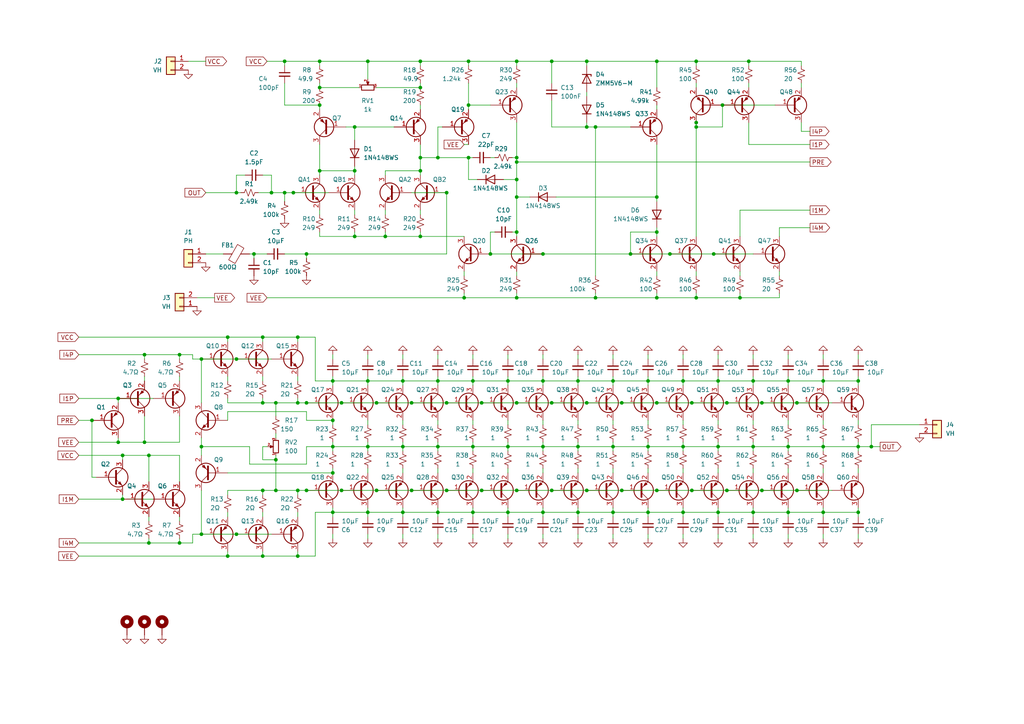
<source format=kicad_sch>
(kicad_sch (version 20211123) (generator eeschema)

  (uuid e63e39d7-6ac0-4ffd-8aa3-1841a4541b55)

  (paper "A4")

  (lib_symbols
    (symbol "Connector_Generic:Conn_01x02" (pin_names (offset 1.016) hide) (in_bom yes) (on_board yes)
      (property "Reference" "J" (id 0) (at 0 2.54 0)
        (effects (font (size 1.27 1.27)))
      )
      (property "Value" "Conn_01x02" (id 1) (at 0 -5.08 0)
        (effects (font (size 1.27 1.27)))
      )
      (property "Footprint" "" (id 2) (at 0 0 0)
        (effects (font (size 1.27 1.27)) hide)
      )
      (property "Datasheet" "~" (id 3) (at 0 0 0)
        (effects (font (size 1.27 1.27)) hide)
      )
      (property "ki_keywords" "connector" (id 4) (at 0 0 0)
        (effects (font (size 1.27 1.27)) hide)
      )
      (property "ki_description" "Generic connector, single row, 01x02, script generated (kicad-library-utils/schlib/autogen/connector/)" (id 5) (at 0 0 0)
        (effects (font (size 1.27 1.27)) hide)
      )
      (property "ki_fp_filters" "Connector*:*_1x??_*" (id 6) (at 0 0 0)
        (effects (font (size 1.27 1.27)) hide)
      )
      (symbol "Conn_01x02_1_1"
        (rectangle (start -1.27 -2.413) (end 0 -2.667)
          (stroke (width 0.1524) (type default) (color 0 0 0 0))
          (fill (type none))
        )
        (rectangle (start -1.27 0.127) (end 0 -0.127)
          (stroke (width 0.1524) (type default) (color 0 0 0 0))
          (fill (type none))
        )
        (rectangle (start -1.27 1.27) (end 1.27 -3.81)
          (stroke (width 0.254) (type default) (color 0 0 0 0))
          (fill (type background))
        )
        (pin passive line (at -5.08 0 0) (length 3.81)
          (name "Pin_1" (effects (font (size 1.27 1.27))))
          (number "1" (effects (font (size 1.27 1.27))))
        )
        (pin passive line (at -5.08 -2.54 0) (length 3.81)
          (name "Pin_2" (effects (font (size 1.27 1.27))))
          (number "2" (effects (font (size 1.27 1.27))))
        )
      )
    )
    (symbol "Device:C_Small" (pin_numbers hide) (pin_names (offset 0.254) hide) (in_bom yes) (on_board yes)
      (property "Reference" "C" (id 0) (at 0.254 1.778 0)
        (effects (font (size 1.27 1.27)) (justify left))
      )
      (property "Value" "C_Small" (id 1) (at 0.254 -2.032 0)
        (effects (font (size 1.27 1.27)) (justify left))
      )
      (property "Footprint" "" (id 2) (at 0 0 0)
        (effects (font (size 1.27 1.27)) hide)
      )
      (property "Datasheet" "~" (id 3) (at 0 0 0)
        (effects (font (size 1.27 1.27)) hide)
      )
      (property "ki_keywords" "capacitor cap" (id 4) (at 0 0 0)
        (effects (font (size 1.27 1.27)) hide)
      )
      (property "ki_description" "Unpolarized capacitor, small symbol" (id 5) (at 0 0 0)
        (effects (font (size 1.27 1.27)) hide)
      )
      (property "ki_fp_filters" "C_*" (id 6) (at 0 0 0)
        (effects (font (size 1.27 1.27)) hide)
      )
      (symbol "C_Small_0_1"
        (polyline
          (pts
            (xy -1.524 -0.508)
            (xy 1.524 -0.508)
          )
          (stroke (width 0.3302) (type default) (color 0 0 0 0))
          (fill (type none))
        )
        (polyline
          (pts
            (xy -1.524 0.508)
            (xy 1.524 0.508)
          )
          (stroke (width 0.3048) (type default) (color 0 0 0 0))
          (fill (type none))
        )
      )
      (symbol "C_Small_1_1"
        (pin passive line (at 0 2.54 270) (length 2.032)
          (name "~" (effects (font (size 1.27 1.27))))
          (number "1" (effects (font (size 1.27 1.27))))
        )
        (pin passive line (at 0 -2.54 90) (length 2.032)
          (name "~" (effects (font (size 1.27 1.27))))
          (number "2" (effects (font (size 1.27 1.27))))
        )
      )
    )
    (symbol "Device:FerriteBead" (pin_numbers hide) (pin_names (offset 0)) (in_bom yes) (on_board yes)
      (property "Reference" "FB" (id 0) (at -3.81 0.635 90)
        (effects (font (size 1.27 1.27)))
      )
      (property "Value" "FerriteBead" (id 1) (at 3.81 0 90)
        (effects (font (size 1.27 1.27)))
      )
      (property "Footprint" "" (id 2) (at -1.778 0 90)
        (effects (font (size 1.27 1.27)) hide)
      )
      (property "Datasheet" "~" (id 3) (at 0 0 0)
        (effects (font (size 1.27 1.27)) hide)
      )
      (property "ki_keywords" "L ferrite bead inductor filter" (id 4) (at 0 0 0)
        (effects (font (size 1.27 1.27)) hide)
      )
      (property "ki_description" "Ferrite bead" (id 5) (at 0 0 0)
        (effects (font (size 1.27 1.27)) hide)
      )
      (property "ki_fp_filters" "Inductor_* L_* *Ferrite*" (id 6) (at 0 0 0)
        (effects (font (size 1.27 1.27)) hide)
      )
      (symbol "FerriteBead_0_1"
        (polyline
          (pts
            (xy 0 -1.27)
            (xy 0 -1.2192)
          )
          (stroke (width 0) (type default) (color 0 0 0 0))
          (fill (type none))
        )
        (polyline
          (pts
            (xy 0 1.27)
            (xy 0 1.2954)
          )
          (stroke (width 0) (type default) (color 0 0 0 0))
          (fill (type none))
        )
        (polyline
          (pts
            (xy -2.7686 0.4064)
            (xy -1.7018 2.2606)
            (xy 2.7686 -0.3048)
            (xy 1.6764 -2.159)
            (xy -2.7686 0.4064)
          )
          (stroke (width 0) (type default) (color 0 0 0 0))
          (fill (type none))
        )
      )
      (symbol "FerriteBead_1_1"
        (pin passive line (at 0 3.81 270) (length 2.54)
          (name "~" (effects (font (size 1.27 1.27))))
          (number "1" (effects (font (size 1.27 1.27))))
        )
        (pin passive line (at 0 -3.81 90) (length 2.54)
          (name "~" (effects (font (size 1.27 1.27))))
          (number "2" (effects (font (size 1.27 1.27))))
        )
      )
    )
    (symbol "Device:R_Potentiometer_Small" (pin_names (offset 1.016) hide) (in_bom yes) (on_board yes)
      (property "Reference" "RV" (id 0) (at -4.445 0 90)
        (effects (font (size 1.27 1.27)))
      )
      (property "Value" "R_Potentiometer_Small" (id 1) (at -2.54 0 90)
        (effects (font (size 1.27 1.27)))
      )
      (property "Footprint" "" (id 2) (at 0 0 0)
        (effects (font (size 1.27 1.27)) hide)
      )
      (property "Datasheet" "~" (id 3) (at 0 0 0)
        (effects (font (size 1.27 1.27)) hide)
      )
      (property "ki_keywords" "resistor variable" (id 4) (at 0 0 0)
        (effects (font (size 1.27 1.27)) hide)
      )
      (property "ki_description" "Potentiometer" (id 5) (at 0 0 0)
        (effects (font (size 1.27 1.27)) hide)
      )
      (property "ki_fp_filters" "Potentiometer*" (id 6) (at 0 0 0)
        (effects (font (size 1.27 1.27)) hide)
      )
      (symbol "R_Potentiometer_Small_0_1"
        (polyline
          (pts
            (xy 0.889 0)
            (xy 0.635 0)
            (xy 1.651 0.381)
            (xy 1.651 -0.381)
            (xy 0.635 0)
            (xy 0.889 0)
          )
          (stroke (width 0) (type default) (color 0 0 0 0))
          (fill (type outline))
        )
        (rectangle (start 0.762 1.8034) (end -0.762 -1.8034)
          (stroke (width 0.254) (type default) (color 0 0 0 0))
          (fill (type none))
        )
      )
      (symbol "R_Potentiometer_Small_1_1"
        (pin passive line (at 0 2.54 270) (length 0.635)
          (name "1" (effects (font (size 0.635 0.635))))
          (number "1" (effects (font (size 0.635 0.635))))
        )
        (pin passive line (at 2.54 0 180) (length 0.9906)
          (name "2" (effects (font (size 0.635 0.635))))
          (number "2" (effects (font (size 0.635 0.635))))
        )
        (pin passive line (at 0 -2.54 90) (length 0.635)
          (name "3" (effects (font (size 0.635 0.635))))
          (number "3" (effects (font (size 0.635 0.635))))
        )
      )
    )
    (symbol "Device:R_Small_US" (pin_numbers hide) (pin_names (offset 0.254) hide) (in_bom yes) (on_board yes)
      (property "Reference" "R" (id 0) (at 0.762 0.508 0)
        (effects (font (size 1.27 1.27)) (justify left))
      )
      (property "Value" "R_Small_US" (id 1) (at 0.762 -1.016 0)
        (effects (font (size 1.27 1.27)) (justify left))
      )
      (property "Footprint" "" (id 2) (at 0 0 0)
        (effects (font (size 1.27 1.27)) hide)
      )
      (property "Datasheet" "~" (id 3) (at 0 0 0)
        (effects (font (size 1.27 1.27)) hide)
      )
      (property "ki_keywords" "r resistor" (id 4) (at 0 0 0)
        (effects (font (size 1.27 1.27)) hide)
      )
      (property "ki_description" "Resistor, small US symbol" (id 5) (at 0 0 0)
        (effects (font (size 1.27 1.27)) hide)
      )
      (property "ki_fp_filters" "R_*" (id 6) (at 0 0 0)
        (effects (font (size 1.27 1.27)) hide)
      )
      (symbol "R_Small_US_1_1"
        (polyline
          (pts
            (xy 0 0)
            (xy 1.016 -0.381)
            (xy 0 -0.762)
            (xy -1.016 -1.143)
            (xy 0 -1.524)
          )
          (stroke (width 0) (type default) (color 0 0 0 0))
          (fill (type none))
        )
        (polyline
          (pts
            (xy 0 1.524)
            (xy 1.016 1.143)
            (xy 0 0.762)
            (xy -1.016 0.381)
            (xy 0 0)
          )
          (stroke (width 0) (type default) (color 0 0 0 0))
          (fill (type none))
        )
        (pin passive line (at 0 2.54 270) (length 1.016)
          (name "~" (effects (font (size 1.27 1.27))))
          (number "1" (effects (font (size 1.27 1.27))))
        )
        (pin passive line (at 0 -2.54 90) (length 1.016)
          (name "~" (effects (font (size 1.27 1.27))))
          (number "2" (effects (font (size 1.27 1.27))))
        )
      )
    )
    (symbol "Diode:1N4148W" (pin_numbers hide) (pin_names (offset 1.016) hide) (in_bom yes) (on_board yes)
      (property "Reference" "D" (id 0) (at 0 2.54 0)
        (effects (font (size 1.27 1.27)))
      )
      (property "Value" "1N4148W" (id 1) (at 0 -2.54 0)
        (effects (font (size 1.27 1.27)))
      )
      (property "Footprint" "Diode_SMD:D_SOD-123" (id 2) (at 0 -4.445 0)
        (effects (font (size 1.27 1.27)) hide)
      )
      (property "Datasheet" "https://www.vishay.com/docs/85748/1n4148w.pdf" (id 3) (at 0 0 0)
        (effects (font (size 1.27 1.27)) hide)
      )
      (property "ki_keywords" "diode" (id 4) (at 0 0 0)
        (effects (font (size 1.27 1.27)) hide)
      )
      (property "ki_description" "75V 0.15A Fast Switching Diode, SOD-123" (id 5) (at 0 0 0)
        (effects (font (size 1.27 1.27)) hide)
      )
      (property "ki_fp_filters" "D*SOD?123*" (id 6) (at 0 0 0)
        (effects (font (size 1.27 1.27)) hide)
      )
      (symbol "1N4148W_0_1"
        (polyline
          (pts
            (xy -1.27 1.27)
            (xy -1.27 -1.27)
          )
          (stroke (width 0.254) (type default) (color 0 0 0 0))
          (fill (type none))
        )
        (polyline
          (pts
            (xy 1.27 0)
            (xy -1.27 0)
          )
          (stroke (width 0) (type default) (color 0 0 0 0))
          (fill (type none))
        )
        (polyline
          (pts
            (xy 1.27 1.27)
            (xy 1.27 -1.27)
            (xy -1.27 0)
            (xy 1.27 1.27)
          )
          (stroke (width 0.254) (type default) (color 0 0 0 0))
          (fill (type none))
        )
      )
      (symbol "1N4148W_1_1"
        (pin passive line (at -3.81 0 0) (length 2.54)
          (name "K" (effects (font (size 1.27 1.27))))
          (number "1" (effects (font (size 1.27 1.27))))
        )
        (pin passive line (at 3.81 0 180) (length 2.54)
          (name "A" (effects (font (size 1.27 1.27))))
          (number "2" (effects (font (size 1.27 1.27))))
        )
      )
    )
    (symbol "Diode:BZM55Cxx" (pin_numbers hide) (pin_names hide) (in_bom yes) (on_board yes)
      (property "Reference" "D" (id 0) (at 0 2.54 0)
        (effects (font (size 1.27 1.27)))
      )
      (property "Value" "BZM55Cxx" (id 1) (at 0 -2.54 0)
        (effects (font (size 1.27 1.27)))
      )
      (property "Footprint" "Diode_SMD:D_MicroMELF" (id 2) (at 0 -4.445 0)
        (effects (font (size 1.27 1.27)) hide)
      )
      (property "Datasheet" "http://www.vishay.com/docs/85597/bzm55.pdf" (id 3) (at 0 0 0)
        (effects (font (size 1.27 1.27)) hide)
      )
      (property "ki_keywords" "zener diode" (id 4) (at 0 0 0)
        (effects (font (size 1.27 1.27)) hide)
      )
      (property "ki_description" "500mW Zener Diode, 6%, MicroMELF" (id 5) (at 0 0 0)
        (effects (font (size 1.27 1.27)) hide)
      )
      (property "ki_fp_filters" "D*MicroMELF*" (id 6) (at 0 0 0)
        (effects (font (size 1.27 1.27)) hide)
      )
      (symbol "BZM55Cxx_0_1"
        (polyline
          (pts
            (xy 1.27 0)
            (xy -1.27 0)
          )
          (stroke (width 0) (type default) (color 0 0 0 0))
          (fill (type none))
        )
        (polyline
          (pts
            (xy -1.27 -1.27)
            (xy -1.27 1.27)
            (xy -0.762 1.27)
          )
          (stroke (width 0.254) (type default) (color 0 0 0 0))
          (fill (type none))
        )
        (polyline
          (pts
            (xy 1.27 -1.27)
            (xy 1.27 1.27)
            (xy -1.27 0)
            (xy 1.27 -1.27)
          )
          (stroke (width 0.254) (type default) (color 0 0 0 0))
          (fill (type none))
        )
      )
      (symbol "BZM55Cxx_1_1"
        (pin passive line (at -3.81 0 0) (length 2.54)
          (name "K" (effects (font (size 1.27 1.27))))
          (number "1" (effects (font (size 1.27 1.27))))
        )
        (pin passive line (at 3.81 0 180) (length 2.54)
          (name "A" (effects (font (size 1.27 1.27))))
          (number "2" (effects (font (size 1.27 1.27))))
        )
      )
    )
    (symbol "Mechanical:MountingHole_Pad" (pin_numbers hide) (pin_names (offset 1.016) hide) (in_bom yes) (on_board yes)
      (property "Reference" "H" (id 0) (at 0 6.35 0)
        (effects (font (size 1.27 1.27)))
      )
      (property "Value" "MountingHole_Pad" (id 1) (at 0 4.445 0)
        (effects (font (size 1.27 1.27)))
      )
      (property "Footprint" "" (id 2) (at 0 0 0)
        (effects (font (size 1.27 1.27)) hide)
      )
      (property "Datasheet" "~" (id 3) (at 0 0 0)
        (effects (font (size 1.27 1.27)) hide)
      )
      (property "ki_keywords" "mounting hole" (id 4) (at 0 0 0)
        (effects (font (size 1.27 1.27)) hide)
      )
      (property "ki_description" "Mounting Hole with connection" (id 5) (at 0 0 0)
        (effects (font (size 1.27 1.27)) hide)
      )
      (property "ki_fp_filters" "MountingHole*Pad*" (id 6) (at 0 0 0)
        (effects (font (size 1.27 1.27)) hide)
      )
      (symbol "MountingHole_Pad_0_1"
        (circle (center 0 1.27) (radius 1.27)
          (stroke (width 1.27) (type default) (color 0 0 0 0))
          (fill (type none))
        )
      )
      (symbol "MountingHole_Pad_1_1"
        (pin input line (at 0 -2.54 90) (length 2.54)
          (name "1" (effects (font (size 1.27 1.27))))
          (number "1" (effects (font (size 1.27 1.27))))
        )
      )
    )
    (symbol "Transistor_BJT:MMBT3904" (pin_names (offset 0) hide) (in_bom yes) (on_board yes)
      (property "Reference" "Q" (id 0) (at 5.08 1.905 0)
        (effects (font (size 1.27 1.27)) (justify left))
      )
      (property "Value" "MMBT3904" (id 1) (at 5.08 0 0)
        (effects (font (size 1.27 1.27)) (justify left))
      )
      (property "Footprint" "Package_TO_SOT_SMD:SOT-23" (id 2) (at 5.08 -1.905 0)
        (effects (font (size 1.27 1.27) italic) (justify left) hide)
      )
      (property "Datasheet" "https://www.onsemi.com/pub/Collateral/2N3903-D.PDF" (id 3) (at 0 0 0)
        (effects (font (size 1.27 1.27)) (justify left) hide)
      )
      (property "ki_keywords" "NPN Transistor" (id 4) (at 0 0 0)
        (effects (font (size 1.27 1.27)) hide)
      )
      (property "ki_description" "0.2A Ic, 40V Vce, Small Signal NPN Transistor, SOT-23" (id 5) (at 0 0 0)
        (effects (font (size 1.27 1.27)) hide)
      )
      (property "ki_fp_filters" "SOT?23*" (id 6) (at 0 0 0)
        (effects (font (size 1.27 1.27)) hide)
      )
      (symbol "MMBT3904_0_1"
        (polyline
          (pts
            (xy 0.635 0.635)
            (xy 2.54 2.54)
          )
          (stroke (width 0) (type default) (color 0 0 0 0))
          (fill (type none))
        )
        (polyline
          (pts
            (xy 0.635 -0.635)
            (xy 2.54 -2.54)
            (xy 2.54 -2.54)
          )
          (stroke (width 0) (type default) (color 0 0 0 0))
          (fill (type none))
        )
        (polyline
          (pts
            (xy 0.635 1.905)
            (xy 0.635 -1.905)
            (xy 0.635 -1.905)
          )
          (stroke (width 0.508) (type default) (color 0 0 0 0))
          (fill (type none))
        )
        (polyline
          (pts
            (xy 1.27 -1.778)
            (xy 1.778 -1.27)
            (xy 2.286 -2.286)
            (xy 1.27 -1.778)
            (xy 1.27 -1.778)
          )
          (stroke (width 0) (type default) (color 0 0 0 0))
          (fill (type outline))
        )
        (circle (center 1.27 0) (radius 2.8194)
          (stroke (width 0.254) (type default) (color 0 0 0 0))
          (fill (type none))
        )
      )
      (symbol "MMBT3904_1_1"
        (pin input line (at -5.08 0 0) (length 5.715)
          (name "B" (effects (font (size 1.27 1.27))))
          (number "1" (effects (font (size 1.27 1.27))))
        )
        (pin passive line (at 2.54 -5.08 90) (length 2.54)
          (name "E" (effects (font (size 1.27 1.27))))
          (number "2" (effects (font (size 1.27 1.27))))
        )
        (pin passive line (at 2.54 5.08 270) (length 2.54)
          (name "C" (effects (font (size 1.27 1.27))))
          (number "3" (effects (font (size 1.27 1.27))))
        )
      )
    )
    (symbol "Transistor_BJT:MMBT3906" (pin_names (offset 0) hide) (in_bom yes) (on_board yes)
      (property "Reference" "Q" (id 0) (at 5.08 1.905 0)
        (effects (font (size 1.27 1.27)) (justify left))
      )
      (property "Value" "MMBT3906" (id 1) (at 5.08 0 0)
        (effects (font (size 1.27 1.27)) (justify left))
      )
      (property "Footprint" "Package_TO_SOT_SMD:SOT-23" (id 2) (at 5.08 -1.905 0)
        (effects (font (size 1.27 1.27) italic) (justify left) hide)
      )
      (property "Datasheet" "https://www.onsemi.com/pub/Collateral/2N3906-D.PDF" (id 3) (at 0 0 0)
        (effects (font (size 1.27 1.27)) (justify left) hide)
      )
      (property "ki_keywords" "PNP Transistor" (id 4) (at 0 0 0)
        (effects (font (size 1.27 1.27)) hide)
      )
      (property "ki_description" "-0.2A Ic, -40V Vce, Small Signal PNP Transistor, SOT-23" (id 5) (at 0 0 0)
        (effects (font (size 1.27 1.27)) hide)
      )
      (property "ki_fp_filters" "SOT?23*" (id 6) (at 0 0 0)
        (effects (font (size 1.27 1.27)) hide)
      )
      (symbol "MMBT3906_0_1"
        (polyline
          (pts
            (xy 0.635 0.635)
            (xy 2.54 2.54)
          )
          (stroke (width 0) (type default) (color 0 0 0 0))
          (fill (type none))
        )
        (polyline
          (pts
            (xy 0.635 -0.635)
            (xy 2.54 -2.54)
            (xy 2.54 -2.54)
          )
          (stroke (width 0) (type default) (color 0 0 0 0))
          (fill (type none))
        )
        (polyline
          (pts
            (xy 0.635 1.905)
            (xy 0.635 -1.905)
            (xy 0.635 -1.905)
          )
          (stroke (width 0.508) (type default) (color 0 0 0 0))
          (fill (type none))
        )
        (polyline
          (pts
            (xy 2.286 -1.778)
            (xy 1.778 -2.286)
            (xy 1.27 -1.27)
            (xy 2.286 -1.778)
            (xy 2.286 -1.778)
          )
          (stroke (width 0) (type default) (color 0 0 0 0))
          (fill (type outline))
        )
        (circle (center 1.27 0) (radius 2.8194)
          (stroke (width 0.254) (type default) (color 0 0 0 0))
          (fill (type none))
        )
      )
      (symbol "MMBT3906_1_1"
        (pin input line (at -5.08 0 0) (length 5.715)
          (name "B" (effects (font (size 1.27 1.27))))
          (number "1" (effects (font (size 1.27 1.27))))
        )
        (pin passive line (at 2.54 -5.08 90) (length 2.54)
          (name "E" (effects (font (size 1.27 1.27))))
          (number "2" (effects (font (size 1.27 1.27))))
        )
        (pin passive line (at 2.54 5.08 270) (length 2.54)
          (name "C" (effects (font (size 1.27 1.27))))
          (number "3" (effects (font (size 1.27 1.27))))
        )
      )
    )
    (symbol "power:GND" (power) (pin_names (offset 0)) (in_bom yes) (on_board yes)
      (property "Reference" "#PWR" (id 0) (at 0 -6.35 0)
        (effects (font (size 1.27 1.27)) hide)
      )
      (property "Value" "GND" (id 1) (at 0 -3.81 0)
        (effects (font (size 1.27 1.27)))
      )
      (property "Footprint" "" (id 2) (at 0 0 0)
        (effects (font (size 1.27 1.27)) hide)
      )
      (property "Datasheet" "" (id 3) (at 0 0 0)
        (effects (font (size 1.27 1.27)) hide)
      )
      (property "ki_keywords" "power-flag" (id 4) (at 0 0 0)
        (effects (font (size 1.27 1.27)) hide)
      )
      (property "ki_description" "Power symbol creates a global label with name \"GND\" , ground" (id 5) (at 0 0 0)
        (effects (font (size 1.27 1.27)) hide)
      )
      (symbol "GND_0_1"
        (polyline
          (pts
            (xy 0 0)
            (xy 0 -1.27)
            (xy 1.27 -1.27)
            (xy 0 -2.54)
            (xy -1.27 -1.27)
            (xy 0 -1.27)
          )
          (stroke (width 0) (type default) (color 0 0 0 0))
          (fill (type none))
        )
      )
      (symbol "GND_1_1"
        (pin power_in line (at 0 0 270) (length 0) hide
          (name "GND" (effects (font (size 1.27 1.27))))
          (number "1" (effects (font (size 1.27 1.27))))
        )
      )
    )
  )

  (junction (at 190.5 142.24) (diameter 0) (color 0 0 0 0)
    (uuid 048d6339-c539-43ba-8c88-f1381cd1f371)
  )
  (junction (at 149.86 45.72) (diameter 0) (color 0 0 0 0)
    (uuid 04c859c0-9352-416e-b4f9-0e48a9097c9c)
  )
  (junction (at 201.93 36.83) (diameter 0) (color 0 0 0 0)
    (uuid 05d04d9a-4db0-476b-8160-7af4ab69ef54)
  )
  (junction (at 68.58 104.14) (diameter 0) (color 0 0 0 0)
    (uuid 074be6b0-d5e0-4674-b21e-daaf35bfb476)
  )
  (junction (at 135.89 45.72) (diameter 0) (color 0 0 0 0)
    (uuid 07926ab0-c3a6-4781-aa44-c15f358c7d46)
  )
  (junction (at 76.2 116.84) (diameter 0) (color 0 0 0 0)
    (uuid 0a4bf88b-b154-4c58-9e95-9cd41c494df9)
  )
  (junction (at 252.73 129.54) (diameter 0) (color 0 0 0 0)
    (uuid 0b6d76e2-09da-44ce-824f-aaf3c7f56233)
  )
  (junction (at 149.86 116.84) (diameter 0) (color 0 0 0 0)
    (uuid 0c2462ea-169d-4bc3-9de4-c70c887121dc)
  )
  (junction (at 220.98 116.84) (diameter 0) (color 0 0 0 0)
    (uuid 0f5c42e3-b9d1-4507-a599-b832f89adc38)
  )
  (junction (at 147.32 110.49) (diameter 0) (color 0 0 0 0)
    (uuid 10bc24af-c722-4ca0-8328-af1b6b30a489)
  )
  (junction (at 200.66 116.84) (diameter 0) (color 0 0 0 0)
    (uuid 11f87bbc-4f53-42d1-846c-d172aa1d855b)
  )
  (junction (at 106.68 129.54) (diameter 0) (color 0 0 0 0)
    (uuid 165ffa91-f12c-40a9-b194-4ef3dabb3099)
  )
  (junction (at 96.52 110.49) (diameter 0) (color 0 0 0 0)
    (uuid 1ada94c9-130a-4526-bf8d-b79d1c71fbb6)
  )
  (junction (at 99.06 142.24) (diameter 0) (color 0 0 0 0)
    (uuid 1d33e57b-fda2-442d-a0da-aa3495af2a11)
  )
  (junction (at 76.2 142.24) (diameter 0) (color 0 0 0 0)
    (uuid 1f1fc197-8dd6-469d-98f5-bb18d21f614d)
  )
  (junction (at 198.12 129.54) (diameter 0) (color 0 0 0 0)
    (uuid 1fc0452f-4dcc-4873-ab7e-a731e3c580e5)
  )
  (junction (at 238.76 110.49) (diameter 0) (color 0 0 0 0)
    (uuid 23729474-5981-4e01-a1d3-cd55f52b70d9)
  )
  (junction (at 80.01 116.84) (diameter 0) (color 0 0 0 0)
    (uuid 2430bff4-307e-4faf-b0c5-33b50291a0f6)
  )
  (junction (at 190.5 57.15) (diameter 0) (color 0 0 0 0)
    (uuid 25b0c063-5379-44e9-96a6-111e12a79428)
  )
  (junction (at 149.86 86.36) (diameter 0) (color 0 0 0 0)
    (uuid 25edd6b0-8339-4c8d-a9f7-a6f4c6188645)
  )
  (junction (at 34.29 115.57) (diameter 0) (color 0 0 0 0)
    (uuid 25fb17b2-6a5b-4e8c-94c4-a1fb1a0b14e2)
  )
  (junction (at 187.96 129.54) (diameter 0) (color 0 0 0 0)
    (uuid 260ac09d-364c-4aa4-8047-771939e37d7c)
  )
  (junction (at 160.02 116.84) (diameter 0) (color 0 0 0 0)
    (uuid 26a87444-db7c-4a1e-9b81-dc273ce24d34)
  )
  (junction (at 86.36 161.29) (diameter 0) (color 0 0 0 0)
    (uuid 2761c8b4-31c7-484b-b77c-7008bd47f8b2)
  )
  (junction (at 121.92 49.53) (diameter 0) (color 0 0 0 0)
    (uuid 27b713c4-f883-4cd9-a9a2-5ca0b9fee68c)
  )
  (junction (at 149.86 46.99) (diameter 0) (color 0 0 0 0)
    (uuid 29fc1bdd-2743-4f1a-8b8d-342750472a10)
  )
  (junction (at 180.34 142.24) (diameter 0) (color 0 0 0 0)
    (uuid 2b1160ca-c759-4c38-838f-bfbd034ad071)
  )
  (junction (at 96.52 148.59) (diameter 0) (color 0 0 0 0)
    (uuid 2b51dd13-d8eb-44c1-a464-d25b8f393f0c)
  )
  (junction (at 170.18 142.24) (diameter 0) (color 0 0 0 0)
    (uuid 2c046856-78d1-4c25-a14e-bcd3f58e89a8)
  )
  (junction (at 157.48 129.54) (diameter 0) (color 0 0 0 0)
    (uuid 2de79f3e-7614-4105-aa19-e1a3b9b1c5df)
  )
  (junction (at 180.34 116.84) (diameter 0) (color 0 0 0 0)
    (uuid 300af372-14f6-4016-84c7-09f5819173fb)
  )
  (junction (at 201.93 86.36) (diameter 0) (color 0 0 0 0)
    (uuid 317d7360-19da-4405-8548-1f42f3955e85)
  )
  (junction (at 248.92 110.49) (diameter 0) (color 0 0 0 0)
    (uuid 350a7f1f-8cc5-469a-869b-9f85dd19c404)
  )
  (junction (at 149.86 57.15) (diameter 0) (color 0 0 0 0)
    (uuid 369ca551-d83d-4a65-b754-1882b8c70282)
  )
  (junction (at 172.72 36.83) (diameter 0) (color 0 0 0 0)
    (uuid 3710399f-5e1a-44b1-86a2-4128b0c5e82c)
  )
  (junction (at 149.86 142.24) (diameter 0) (color 0 0 0 0)
    (uuid 37909feb-c8f4-4502-b8f9-5d65449e0e06)
  )
  (junction (at 177.8 110.49) (diameter 0) (color 0 0 0 0)
    (uuid 3c1dd601-a16c-4e9a-a8c1-2dbae900faae)
  )
  (junction (at 210.82 116.84) (diameter 0) (color 0 0 0 0)
    (uuid 3e7e2437-9413-4b39-8446-95496b598a93)
  )
  (junction (at 135.89 30.48) (diameter 0) (color 0 0 0 0)
    (uuid 4180c687-d4f0-46af-8c1e-037bf248946f)
  )
  (junction (at 129.54 116.84) (diameter 0) (color 0 0 0 0)
    (uuid 41d9f75b-3fee-40cb-a5e0-5d7ce81917ea)
  )
  (junction (at 92.71 25.4) (diameter 0) (color 0 0 0 0)
    (uuid 42bc5f3d-cf3d-4f99-9d29-3f6effad9e93)
  )
  (junction (at 214.63 86.36) (diameter 0) (color 0 0 0 0)
    (uuid 44ba6d9a-46e1-4303-9b17-14e3513a77d3)
  )
  (junction (at 187.96 110.49) (diameter 0) (color 0 0 0 0)
    (uuid 45638544-945f-42be-9609-223d4d35d944)
  )
  (junction (at 149.86 67.31) (diameter 0) (color 0 0 0 0)
    (uuid 4dd53650-ae85-46a0-aff1-db0553e25198)
  )
  (junction (at 127 148.59) (diameter 0) (color 0 0 0 0)
    (uuid 4fe2f35f-f7a3-48d2-8dec-5b935f053a8b)
  )
  (junction (at 119.38 142.24) (diameter 0) (color 0 0 0 0)
    (uuid 51e85076-b71f-4a1b-8e1a-8e7f2465ab33)
  )
  (junction (at 111.76 68.58) (diameter 0) (color 0 0 0 0)
    (uuid 53b52047-84da-41ce-98e5-38f120484043)
  )
  (junction (at 190.5 116.84) (diameter 0) (color 0 0 0 0)
    (uuid 5433aa1a-9306-4e29-a28e-0202fab3c53a)
  )
  (junction (at 139.7 142.24) (diameter 0) (color 0 0 0 0)
    (uuid 55f87172-a124-4aca-b736-5c518a70c8f3)
  )
  (junction (at 121.92 17.78) (diameter 0) (color 0 0 0 0)
    (uuid 561279ee-4867-46a1-8f4b-60f4505a131a)
  )
  (junction (at 121.92 25.4) (diameter 0) (color 0 0 0 0)
    (uuid 56826366-65a6-41ff-afab-ae9be6fd86bf)
  )
  (junction (at 92.71 30.48) (diameter 0) (color 0 0 0 0)
    (uuid 57702d21-892f-484c-b09b-0753e7c937b2)
  )
  (junction (at 170.18 17.78) (diameter 0) (color 0 0 0 0)
    (uuid 595d6cd0-4d00-4724-9a9c-bd0445c84bef)
  )
  (junction (at 43.18 157.48) (diameter 0) (color 0 0 0 0)
    (uuid 5c4c2565-b08b-4522-873f-1f4030e7dde2)
  )
  (junction (at 231.14 142.24) (diameter 0) (color 0 0 0 0)
    (uuid 5cf7effe-8147-4df0-889b-6b80a80f91e7)
  )
  (junction (at 238.76 148.59) (diameter 0) (color 0 0 0 0)
    (uuid 5d2c7457-3770-4050-9d9d-a3c487152e0c)
  )
  (junction (at 160.02 17.78) (diameter 0) (color 0 0 0 0)
    (uuid 6227fcff-6229-4c52-89ec-b3d34f4d8f47)
  )
  (junction (at 99.06 116.84) (diameter 0) (color 0 0 0 0)
    (uuid 62a1d578-4cb0-4a34-90d3-f5b4235cfb83)
  )
  (junction (at 58.42 104.14) (diameter 0) (color 0 0 0 0)
    (uuid 63a2af04-ac31-4a46-addc-4a76c5f98139)
  )
  (junction (at 170.18 36.83) (diameter 0) (color 0 0 0 0)
    (uuid 65c269b1-3a0d-480c-9036-417e420494d4)
  )
  (junction (at 207.01 73.66) (diameter 0) (color 0 0 0 0)
    (uuid 66bd3f64-60f4-4c6d-b565-6de78291602b)
  )
  (junction (at 76.2 161.29) (diameter 0) (color 0 0 0 0)
    (uuid 66c2ba70-32e8-4873-9f2c-299b1c841577)
  )
  (junction (at 220.98 142.24) (diameter 0) (color 0 0 0 0)
    (uuid 67412b85-96b6-4395-84b3-84fb3fe17199)
  )
  (junction (at 208.28 148.59) (diameter 0) (color 0 0 0 0)
    (uuid 6a26a070-c83f-4e48-a12a-b1535baba43e)
  )
  (junction (at 160.02 142.24) (diameter 0) (color 0 0 0 0)
    (uuid 6cd68ba7-2c3e-4e82-9ce5-e4d5c2b10e7f)
  )
  (junction (at 228.6 148.59) (diameter 0) (color 0 0 0 0)
    (uuid 6dd58074-b258-4431-b518-6edb98ba3eb9)
  )
  (junction (at 172.72 86.36) (diameter 0) (color 0 0 0 0)
    (uuid 6f5ac6d8-4c47-4241-8a2f-e9d38d2f8c03)
  )
  (junction (at 88.9 142.24) (diameter 0) (color 0 0 0 0)
    (uuid 71766bf5-808c-46ee-a0ae-d19597d86640)
  )
  (junction (at 116.84 110.49) (diameter 0) (color 0 0 0 0)
    (uuid 72752be4-d457-44e3-9502-e6ee589717a1)
  )
  (junction (at 102.87 68.58) (diameter 0) (color 0 0 0 0)
    (uuid 75be7608-547a-4ad7-aede-393d78386552)
  )
  (junction (at 218.44 148.59) (diameter 0) (color 0 0 0 0)
    (uuid 75d93f8d-4f64-4621-8225-3b83de271462)
  )
  (junction (at 182.88 73.66) (diameter 0) (color 0 0 0 0)
    (uuid 7879dce7-853a-4fa7-b6ff-c2f407c2a6e7)
  )
  (junction (at 157.48 148.59) (diameter 0) (color 0 0 0 0)
    (uuid 790afa93-c738-4ecf-992d-44d1968335b5)
  )
  (junction (at 198.12 110.49) (diameter 0) (color 0 0 0 0)
    (uuid 7a28a246-cb74-4741-bf8a-60fed804e79c)
  )
  (junction (at 86.36 97.79) (diameter 0) (color 0 0 0 0)
    (uuid 7a77e004-db43-479a-98f1-86b428b71882)
  )
  (junction (at 96.52 121.92) (diameter 0) (color 0 0 0 0)
    (uuid 7be08a94-a424-41f1-92ec-c4c5bbf24ec4)
  )
  (junction (at 86.36 142.24) (diameter 0) (color 0 0 0 0)
    (uuid 8045e4c4-733a-4200-abe7-83f855dc6be1)
  )
  (junction (at 142.24 73.66) (diameter 0) (color 0 0 0 0)
    (uuid 80e99951-ce32-47ab-9b23-2efa6d74ca61)
  )
  (junction (at 167.64 148.59) (diameter 0) (color 0 0 0 0)
    (uuid 815ca580-4901-420e-a2f3-2be6d6f7fff4)
  )
  (junction (at 76.2 97.79) (diameter 0) (color 0 0 0 0)
    (uuid 8304ab56-f4b0-44bc-ba31-6203ac1df9ee)
  )
  (junction (at 116.84 129.54) (diameter 0) (color 0 0 0 0)
    (uuid 836b492d-92f7-4884-b9b4-ea394b5a26a3)
  )
  (junction (at 68.58 55.88) (diameter 0) (color 0 0 0 0)
    (uuid 83a41e88-e2fe-424a-9168-c08aecd7ecc3)
  )
  (junction (at 129.54 142.24) (diameter 0) (color 0 0 0 0)
    (uuid 8432297c-5d61-483b-a01b-01953831a395)
  )
  (junction (at 127 45.72) (diameter 0) (color 0 0 0 0)
    (uuid 848e03f2-3461-4d6e-b3cb-14eefae709c7)
  )
  (junction (at 34.29 128.27) (diameter 0) (color 0 0 0 0)
    (uuid 85937689-57bf-47b6-b978-9b68e917069a)
  )
  (junction (at 129.54 55.88) (diameter 0) (color 0 0 0 0)
    (uuid 865314e1-28f8-4330-b302-d52da20e2c7f)
  )
  (junction (at 82.55 55.88) (diameter 0) (color 0 0 0 0)
    (uuid 867ccfaa-c233-4ac0-baba-6b44e2099aea)
  )
  (junction (at 35.56 132.08) (diameter 0) (color 0 0 0 0)
    (uuid 873bc72f-25bc-44e0-8be0-722d26b9ed6a)
  )
  (junction (at 85.09 55.88) (diameter 0) (color 0 0 0 0)
    (uuid 88eccf6e-19d3-4752-a0b2-f0836483fc90)
  )
  (junction (at 187.96 148.59) (diameter 0) (color 0 0 0 0)
    (uuid 89cda2f4-7e7e-4920-be6f-c59f3d66e744)
  )
  (junction (at 68.58 154.94) (diameter 0) (color 0 0 0 0)
    (uuid 8a038154-9f4a-4e24-bb41-23f4b04af19e)
  )
  (junction (at 58.42 129.54) (diameter 0) (color 0 0 0 0)
    (uuid 8a5c2dcc-cb9c-4d7e-8f30-9832a2db195e)
  )
  (junction (at 88.9 73.66) (diameter 0) (color 0 0 0 0)
    (uuid 8a766662-9703-475e-9383-9fc17813230f)
  )
  (junction (at 190.5 17.78) (diameter 0) (color 0 0 0 0)
    (uuid 8c117fae-bb20-42b8-bc2a-2edb51b46a8b)
  )
  (junction (at 121.92 45.72) (diameter 0) (color 0 0 0 0)
    (uuid 95bbdc1b-0844-4f22-b775-1e9d87b3e025)
  )
  (junction (at 218.44 110.49) (diameter 0) (color 0 0 0 0)
    (uuid 98f3380f-7a38-45e0-9a63-727ec6a808a9)
  )
  (junction (at 41.91 128.27) (diameter 0) (color 0 0 0 0)
    (uuid 9a2d05ec-52c5-45db-ae49-cd05a241d5af)
  )
  (junction (at 134.62 86.36) (diameter 0) (color 0 0 0 0)
    (uuid 9b21051f-5260-4075-8f7d-7e29c6d10352)
  )
  (junction (at 167.64 110.49) (diameter 0) (color 0 0 0 0)
    (uuid 9b97131c-c539-40cc-93b5-c6534af9f32e)
  )
  (junction (at 248.92 148.59) (diameter 0) (color 0 0 0 0)
    (uuid 9e05e359-efca-40e1-8808-c54936affbdf)
  )
  (junction (at 210.82 142.24) (diameter 0) (color 0 0 0 0)
    (uuid 9ebbf7a9-e1f7-477e-bc5a-775325a92eec)
  )
  (junction (at 139.7 116.84) (diameter 0) (color 0 0 0 0)
    (uuid 9f1adf33-b15f-4cd5-8513-08b6a62b5ce4)
  )
  (junction (at 201.93 17.78) (diameter 0) (color 0 0 0 0)
    (uuid 9f575f69-eb13-4e58-af8a-a7bf98d3acff)
  )
  (junction (at 137.16 110.49) (diameter 0) (color 0 0 0 0)
    (uuid 9f656f61-e32a-455b-bc03-56eda23b2b69)
  )
  (junction (at 209.55 30.48) (diameter 0) (color 0 0 0 0)
    (uuid a289a12a-abd6-407d-9164-5568a5aecbaa)
  )
  (junction (at 135.89 17.78) (diameter 0) (color 0 0 0 0)
    (uuid a33b970d-761b-4dd4-b6b7-fecaa2a8f34c)
  )
  (junction (at 66.04 161.29) (diameter 0) (color 0 0 0 0)
    (uuid a8fb65d0-c98a-45d2-8a60-0fd9678a2e30)
  )
  (junction (at 80.01 133.35) (diameter 0) (color 0 0 0 0)
    (uuid ab04b39b-a935-46d1-a315-1d25eca5e282)
  )
  (junction (at 58.42 154.94) (diameter 0) (color 0 0 0 0)
    (uuid ac07f4e9-d92c-4dc4-8a77-a8525a7df38d)
  )
  (junction (at 92.71 17.78) (diameter 0) (color 0 0 0 0)
    (uuid b4bbe679-8ea9-489b-9b7a-a589edc57291)
  )
  (junction (at 201.93 35.56) (diameter 0) (color 0 0 0 0)
    (uuid bb39b365-428f-4298-9324-03331e6f1093)
  )
  (junction (at 127 129.54) (diameter 0) (color 0 0 0 0)
    (uuid bcb4f7ef-ae2b-4429-be29-4cf47c8a1b4b)
  )
  (junction (at 167.64 129.54) (diameter 0) (color 0 0 0 0)
    (uuid bef16dcb-8345-4344-8926-7874bff22bb1)
  )
  (junction (at 218.44 129.54) (diameter 0) (color 0 0 0 0)
    (uuid bf42564d-32fb-442e-acd4-93efddf20157)
  )
  (junction (at 82.55 17.78) (diameter 0) (color 0 0 0 0)
    (uuid c11b9017-ccfe-4c7d-a9f8-3ab19fef0769)
  )
  (junction (at 106.68 110.49) (diameter 0) (color 0 0 0 0)
    (uuid c1377adc-1342-4874-9a11-df562f66bc6c)
  )
  (junction (at 73.66 73.66) (diameter 0) (color 0 0 0 0)
    (uuid c1f973ff-2407-4272-a29a-e6b645404bbf)
  )
  (junction (at 26.67 121.92) (diameter 0) (color 0 0 0 0)
    (uuid c503d216-6159-4767-b44c-7f1081b88a51)
  )
  (junction (at 149.86 52.07) (diameter 0) (color 0 0 0 0)
    (uuid c52b8ad6-b59f-47b2-af45-ab37162e43c5)
  )
  (junction (at 52.07 102.87) (diameter 0) (color 0 0 0 0)
    (uuid c93696b4-025f-436a-b571-e8f54d6420c6)
  )
  (junction (at 43.18 132.08) (diameter 0) (color 0 0 0 0)
    (uuid cb96de0c-3f72-416a-8fb3-0538d8d245ed)
  )
  (junction (at 137.16 148.59) (diameter 0) (color 0 0 0 0)
    (uuid cd334845-9bcf-46e4-9ece-7e5c9eeb51f6)
  )
  (junction (at 109.22 142.24) (diameter 0) (color 0 0 0 0)
    (uuid cf795efc-0021-48f8-962d-aae7fb116ccd)
  )
  (junction (at 137.16 129.54) (diameter 0) (color 0 0 0 0)
    (uuid d0215a42-d6bc-4efd-9bf1-09f47144d68f)
  )
  (junction (at 147.32 129.54) (diameter 0) (color 0 0 0 0)
    (uuid d0503d37-34fa-419f-a1d3-7ee2a4ac8548)
  )
  (junction (at 109.22 116.84) (diameter 0) (color 0 0 0 0)
    (uuid d1589f1e-0541-435b-b0e4-68e129842d79)
  )
  (junction (at 190.5 67.31) (diameter 0) (color 0 0 0 0)
    (uuid d29a4f27-3a26-4849-a09d-b9b0e36ac846)
  )
  (junction (at 157.48 73.66) (diameter 0) (color 0 0 0 0)
    (uuid d308ff92-a88f-40da-9008-2bb4601a3e82)
  )
  (junction (at 231.14 116.84) (diameter 0) (color 0 0 0 0)
    (uuid d387146b-fbad-42cb-a189-fb67c5572cbd)
  )
  (junction (at 96.52 137.16) (diameter 0) (color 0 0 0 0)
    (uuid d46d8737-66ee-4786-b949-3a48be4f7b32)
  )
  (junction (at 194.31 73.66) (diameter 0) (color 0 0 0 0)
    (uuid d82ffdd6-2695-4a3b-bdeb-97b7501e2dfd)
  )
  (junction (at 228.6 129.54) (diameter 0) (color 0 0 0 0)
    (uuid d9dcf294-f6b5-4ebd-8d43-14710713295b)
  )
  (junction (at 106.68 148.59) (diameter 0) (color 0 0 0 0)
    (uuid da6d96e3-447a-401d-bcdb-0bc038935b29)
  )
  (junction (at 88.9 116.84) (diameter 0) (color 0 0 0 0)
    (uuid dc39da3b-8787-4019-ae1d-12e1e4f02217)
  )
  (junction (at 116.84 148.59) (diameter 0) (color 0 0 0 0)
    (uuid dc48994b-112c-438c-b5a1-8c351f561aa5)
  )
  (junction (at 217.17 17.78) (diameter 0) (color 0 0 0 0)
    (uuid dcc989b7-1af5-4693-93ea-dade7412bde8)
  )
  (junction (at 177.8 129.54) (diameter 0) (color 0 0 0 0)
    (uuid dce14163-5c2d-41df-9430-5afa343401cb)
  )
  (junction (at 228.6 110.49) (diameter 0) (color 0 0 0 0)
    (uuid de017395-ae93-435f-807f-eaaa2abd7d4d)
  )
  (junction (at 208.28 110.49) (diameter 0) (color 0 0 0 0)
    (uuid df4582ad-72cc-4910-9a91-4def510a8da3)
  )
  (junction (at 106.68 17.78) (diameter 0) (color 0 0 0 0)
    (uuid e18212e6-1b5f-4a63-890f-2ed51ce7d56d)
  )
  (junction (at 35.56 144.78) (diameter 0) (color 0 0 0 0)
    (uuid e3c28538-47cd-47e0-b8d9-914d901aa8d7)
  )
  (junction (at 248.92 129.54) (diameter 0) (color 0 0 0 0)
    (uuid e5275889-91ba-4d32-b392-12eddc12c72f)
  )
  (junction (at 198.12 148.59) (diameter 0) (color 0 0 0 0)
    (uuid e73128b9-d14d-44f8-b508-e8a6c4980ead)
  )
  (junction (at 190.5 86.36) (diameter 0) (color 0 0 0 0)
    (uuid e9567f33-f815-435f-8534-c1626641104e)
  )
  (junction (at 52.07 157.48) (diameter 0) (color 0 0 0 0)
    (uuid eb17a080-891e-4aea-a775-c91b5f68fb7b)
  )
  (junction (at 102.87 36.83) (diameter 0) (color 0 0 0 0)
    (uuid edaa3742-aab0-4c9a-8e7d-8509f70b8f4f)
  )
  (junction (at 238.76 129.54) (diameter 0) (color 0 0 0 0)
    (uuid edb5c947-02c0-44e0-b1b9-454f8ee63d66)
  )
  (junction (at 102.87 49.53) (diameter 0) (color 0 0 0 0)
    (uuid ef815b12-9564-4d68-9801-edc731ad36a5)
  )
  (junction (at 86.36 116.84) (diameter 0) (color 0 0 0 0)
    (uuid f06f7b8e-f669-4dc7-a31d-40dbd580c617)
  )
  (junction (at 78.74 55.88) (diameter 0) (color 0 0 0 0)
    (uuid f0dfaad1-8d58-4b9b-bacd-f2374bd5d036)
  )
  (junction (at 208.28 129.54) (diameter 0) (color 0 0 0 0)
    (uuid f10937e7-76b8-4c81-bf0f-359e49d8084b)
  )
  (junction (at 80.01 142.24) (diameter 0) (color 0 0 0 0)
    (uuid f13fa0ea-6c55-411e-a6f1-df5f175b056b)
  )
  (junction (at 200.66 142.24) (diameter 0) (color 0 0 0 0)
    (uuid f2566e87-341e-4676-b574-89440e27e51e)
  )
  (junction (at 121.92 68.58) (diameter 0) (color 0 0 0 0)
    (uuid f2729c00-ae77-4a92-b532-830ee7d91133)
  )
  (junction (at 177.8 148.59) (diameter 0) (color 0 0 0 0)
    (uuid f459b2f1-26ec-41ba-a70b-bbc331b1495a)
  )
  (junction (at 96.52 129.54) (diameter 0) (color 0 0 0 0)
    (uuid f523a6d4-b376-4e70-afa2-81d372e16494)
  )
  (junction (at 127 110.49) (diameter 0) (color 0 0 0 0)
    (uuid f6180449-c078-4fcf-81e1-f51f83bf4819)
  )
  (junction (at 41.91 102.87) (diameter 0) (color 0 0 0 0)
    (uuid f6d293c7-1663-4814-a030-255e84573465)
  )
  (junction (at 170.18 116.84) (diameter 0) (color 0 0 0 0)
    (uuid f84a7c0f-0cf6-4a13-b070-acd479c45876)
  )
  (junction (at 92.71 49.53) (diameter 0) (color 0 0 0 0)
    (uuid fb8c5ad5-eada-45bc-9fce-541a275d959f)
  )
  (junction (at 149.86 17.78) (diameter 0) (color 0 0 0 0)
    (uuid fbbf493b-31d8-47ee-b88d-c1e3c56a17db)
  )
  (junction (at 66.04 97.79) (diameter 0) (color 0 0 0 0)
    (uuid fbfb4c62-8399-4adc-bc19-bb91d9a53e28)
  )
  (junction (at 157.48 110.49) (diameter 0) (color 0 0 0 0)
    (uuid fd7a1125-d041-40fe-957b-0de4a2fd5703)
  )
  (junction (at 147.32 148.59) (diameter 0) (color 0 0 0 0)
    (uuid fd8c0cbf-15bb-4922-aca6-f8e02e744c03)
  )
  (junction (at 119.38 116.84) (diameter 0) (color 0 0 0 0)
    (uuid fe6769fc-7c66-46ed-93bd-1e73e94c200d)
  )

  (wire (pts (xy 167.64 147.32) (xy 167.64 148.59))
    (stroke (width 0) (type default) (color 0 0 0 0))
    (uuid 0032893d-bd9b-461a-bb4e-b946d40a8f0b)
  )
  (wire (pts (xy 190.5 41.91) (xy 190.5 57.15))
    (stroke (width 0) (type default) (color 0 0 0 0))
    (uuid 0055bff2-910d-46b5-9e5b-342178a124ec)
  )
  (wire (pts (xy 102.87 67.31) (xy 102.87 68.58))
    (stroke (width 0) (type default) (color 0 0 0 0))
    (uuid 00abfbe3-668b-48db-bf3c-f5efefbf0bdc)
  )
  (wire (pts (xy 218.44 110.49) (xy 228.6 110.49))
    (stroke (width 0) (type default) (color 0 0 0 0))
    (uuid 013215a5-ef74-4ebc-be93-db83fb79c610)
  )
  (wire (pts (xy 121.92 24.13) (xy 121.92 25.4))
    (stroke (width 0) (type default) (color 0 0 0 0))
    (uuid 02907946-9983-474c-b8ce-6f11c386989b)
  )
  (wire (pts (xy 109.22 25.4) (xy 121.92 25.4))
    (stroke (width 0) (type default) (color 0 0 0 0))
    (uuid 02a2d379-42b1-47b8-ba6b-74e407ff82f5)
  )
  (wire (pts (xy 187.96 110.49) (xy 198.12 110.49))
    (stroke (width 0) (type default) (color 0 0 0 0))
    (uuid 02ae2a28-ec4c-4ba4-ad1f-31798c53e7ae)
  )
  (wire (pts (xy 91.44 161.29) (xy 91.44 148.59))
    (stroke (width 0) (type default) (color 0 0 0 0))
    (uuid 03238637-af61-47eb-bb84-dc03e966d8f7)
  )
  (wire (pts (xy 76.2 97.79) (xy 86.36 97.79))
    (stroke (width 0) (type default) (color 0 0 0 0))
    (uuid 03b01ceb-d67d-4abc-8402-d2adc416440c)
  )
  (wire (pts (xy 147.32 121.92) (xy 147.32 123.19))
    (stroke (width 0) (type default) (color 0 0 0 0))
    (uuid 03ced31b-29b7-4022-a0b7-828a3cc9bdf3)
  )
  (wire (pts (xy 76.2 129.54) (xy 76.2 133.35))
    (stroke (width 0) (type default) (color 0 0 0 0))
    (uuid 03f858fe-d2a8-49a3-ab24-f262436bb97c)
  )
  (wire (pts (xy 167.64 121.92) (xy 167.64 123.19))
    (stroke (width 0) (type default) (color 0 0 0 0))
    (uuid 03f9402e-d49b-4a03-a244-7d789eea2a1f)
  )
  (wire (pts (xy 218.44 154.94) (xy 218.44 156.21))
    (stroke (width 0) (type default) (color 0 0 0 0))
    (uuid 04653eba-4e7d-43e2-819b-6fc9bcce31f3)
  )
  (wire (pts (xy 34.29 127) (xy 34.29 128.27))
    (stroke (width 0) (type default) (color 0 0 0 0))
    (uuid 0498bec7-c273-45d7-bc7d-5318a62b763d)
  )
  (wire (pts (xy 238.76 121.92) (xy 238.76 123.19))
    (stroke (width 0) (type default) (color 0 0 0 0))
    (uuid 04ae8ddc-d9bc-4a96-a48b-b2e17bbe1b78)
  )
  (wire (pts (xy 96.52 121.92) (xy 88.9 121.92))
    (stroke (width 0) (type default) (color 0 0 0 0))
    (uuid 04dd11b3-4b49-4bf3-a70d-1772e9ed1d10)
  )
  (wire (pts (xy 218.44 128.27) (xy 218.44 129.54))
    (stroke (width 0) (type default) (color 0 0 0 0))
    (uuid 05031808-cba3-43c7-8019-e9a2acfcaf7c)
  )
  (wire (pts (xy 59.69 73.66) (xy 64.77 73.66))
    (stroke (width 0) (type default) (color 0 0 0 0))
    (uuid 0550075f-43f0-4aa0-93b5-095d6b18a8bd)
  )
  (wire (pts (xy 149.86 142.24) (xy 160.02 142.24))
    (stroke (width 0) (type default) (color 0 0 0 0))
    (uuid 064de8c8-a577-40db-99a3-06ce6e677e94)
  )
  (wire (pts (xy 252.73 129.54) (xy 252.73 123.19))
    (stroke (width 0) (type default) (color 0 0 0 0))
    (uuid 06879ea6-19a8-4bb0-ba32-00e428390406)
  )
  (wire (pts (xy 170.18 142.24) (xy 180.34 142.24))
    (stroke (width 0) (type default) (color 0 0 0 0))
    (uuid 0722fdb5-ed25-4c67-87ce-4e225b4b418f)
  )
  (wire (pts (xy 201.93 17.78) (xy 217.17 17.78))
    (stroke (width 0) (type default) (color 0 0 0 0))
    (uuid 07a346d7-3c9a-4ac3-a87b-9c3bc7ff40d5)
  )
  (wire (pts (xy 86.36 109.22) (xy 86.36 110.49))
    (stroke (width 0) (type default) (color 0 0 0 0))
    (uuid 07ada4f5-0d97-4e85-b24f-92ff9284f899)
  )
  (wire (pts (xy 109.22 116.84) (xy 119.38 116.84))
    (stroke (width 0) (type default) (color 0 0 0 0))
    (uuid 07b73e78-11eb-4bd4-8fa1-27ab0bd0b8bc)
  )
  (wire (pts (xy 96.52 110.49) (xy 106.68 110.49))
    (stroke (width 0) (type default) (color 0 0 0 0))
    (uuid 07bc0f72-89d8-4bf9-ab2c-e2cdef040bef)
  )
  (wire (pts (xy 231.14 142.24) (xy 241.3 142.24))
    (stroke (width 0) (type default) (color 0 0 0 0))
    (uuid 081fe21d-b292-457e-842c-07cbba7c0743)
  )
  (wire (pts (xy 22.86 144.78) (xy 35.56 144.78))
    (stroke (width 0) (type default) (color 0 0 0 0))
    (uuid 08d412d2-34ff-423b-a43e-278630330f27)
  )
  (wire (pts (xy 41.91 128.27) (xy 52.07 128.27))
    (stroke (width 0) (type default) (color 0 0 0 0))
    (uuid 08f453f5-00c5-48b7-bc1a-84d0f5f1a0d0)
  )
  (wire (pts (xy 177.8 104.14) (xy 177.8 102.87))
    (stroke (width 0) (type default) (color 0 0 0 0))
    (uuid 0aa420ff-a6ae-485d-a19b-5334298b913d)
  )
  (wire (pts (xy 127 110.49) (xy 127 109.22))
    (stroke (width 0) (type default) (color 0 0 0 0))
    (uuid 0ac3f311-f8cb-4322-8dcc-e7d24ad253a4)
  )
  (wire (pts (xy 116.84 121.92) (xy 116.84 123.19))
    (stroke (width 0) (type default) (color 0 0 0 0))
    (uuid 0bbc15e5-6a3e-4215-9e67-39f961a3b0f6)
  )
  (wire (pts (xy 76.2 142.24) (xy 80.01 142.24))
    (stroke (width 0) (type default) (color 0 0 0 0))
    (uuid 0c4e55d0-2254-446d-91f0-a57676c2d97f)
  )
  (wire (pts (xy 52.07 109.22) (xy 52.07 110.49))
    (stroke (width 0) (type default) (color 0 0 0 0))
    (uuid 0c6c2f96-647a-4c44-9512-edf6d78fefd1)
  )
  (wire (pts (xy 96.52 147.32) (xy 96.52 148.59))
    (stroke (width 0) (type default) (color 0 0 0 0))
    (uuid 0cbe106e-7874-41a3-8fde-44dc8944b8fb)
  )
  (wire (pts (xy 208.28 147.32) (xy 208.28 148.59))
    (stroke (width 0) (type default) (color 0 0 0 0))
    (uuid 0cc1b740-dfe9-403e-a71e-62b359872a38)
  )
  (wire (pts (xy 129.54 142.24) (xy 139.7 142.24))
    (stroke (width 0) (type default) (color 0 0 0 0))
    (uuid 0d514cd8-dd39-4b89-8d83-8db64f3aa9ba)
  )
  (wire (pts (xy 41.91 120.65) (xy 41.91 128.27))
    (stroke (width 0) (type default) (color 0 0 0 0))
    (uuid 0d63cd0c-6702-4d9c-b52a-501e1d3f7a8e)
  )
  (wire (pts (xy 72.39 73.66) (xy 73.66 73.66))
    (stroke (width 0) (type default) (color 0 0 0 0))
    (uuid 0d65a449-db66-4cc0-a866-5ed82b0c9c65)
  )
  (wire (pts (xy 232.41 35.56) (xy 232.41 38.1))
    (stroke (width 0) (type default) (color 0 0 0 0))
    (uuid 0dd3fb0d-daa1-4fdf-8cad-06ddeb80bf1f)
  )
  (wire (pts (xy 248.92 135.89) (xy 248.92 137.16))
    (stroke (width 0) (type default) (color 0 0 0 0))
    (uuid 0f18dd35-2cdf-4ea9-91da-079c42ce62cc)
  )
  (wire (pts (xy 201.93 33.02) (xy 201.93 35.56))
    (stroke (width 0) (type default) (color 0 0 0 0))
    (uuid 0fc0d1d2-5bb5-4f0b-b1ef-a103900cd683)
  )
  (wire (pts (xy 217.17 25.4) (xy 217.17 24.13))
    (stroke (width 0) (type default) (color 0 0 0 0))
    (uuid 0fd7fffc-d0c2-4b19-ab68-1338619eab4c)
  )
  (wire (pts (xy 177.8 154.94) (xy 177.8 156.21))
    (stroke (width 0) (type default) (color 0 0 0 0))
    (uuid 1050700d-bec8-47bd-97d6-d5f3d2343fc3)
  )
  (wire (pts (xy 187.96 104.14) (xy 187.96 102.87))
    (stroke (width 0) (type default) (color 0 0 0 0))
    (uuid 107085fe-220d-44c7-a5a4-0d78fc6d9bd2)
  )
  (wire (pts (xy 127 121.92) (xy 127 123.19))
    (stroke (width 0) (type default) (color 0 0 0 0))
    (uuid 1182164c-b91b-47b7-ba41-c9cd15f2b273)
  )
  (wire (pts (xy 161.29 57.15) (xy 190.5 57.15))
    (stroke (width 0) (type default) (color 0 0 0 0))
    (uuid 118dcdc2-d9b1-4d35-87e8-d844f6db2235)
  )
  (wire (pts (xy 92.71 49.53) (xy 92.71 50.8))
    (stroke (width 0) (type default) (color 0 0 0 0))
    (uuid 11fc613a-47ff-4edf-b4b9-9326caa49e0f)
  )
  (wire (pts (xy 248.92 129.54) (xy 252.73 129.54))
    (stroke (width 0) (type default) (color 0 0 0 0))
    (uuid 12c4fa87-d94f-4a63-b698-144d15098790)
  )
  (wire (pts (xy 52.07 120.65) (xy 52.07 128.27))
    (stroke (width 0) (type default) (color 0 0 0 0))
    (uuid 134de1c5-a894-40cd-944a-ca85aa799b6f)
  )
  (wire (pts (xy 88.9 134.62) (xy 72.39 134.62))
    (stroke (width 0) (type default) (color 0 0 0 0))
    (uuid 138e2d56-1047-4aa9-9bad-fd163eca1a5f)
  )
  (wire (pts (xy 187.96 147.32) (xy 187.96 148.59))
    (stroke (width 0) (type default) (color 0 0 0 0))
    (uuid 1537ad53-a16a-4e9a-a24b-860465dda313)
  )
  (wire (pts (xy 198.12 128.27) (xy 198.12 129.54))
    (stroke (width 0) (type default) (color 0 0 0 0))
    (uuid 155b6d9c-3ef0-461a-97f4-7d393782279f)
  )
  (wire (pts (xy 102.87 48.26) (xy 102.87 49.53))
    (stroke (width 0) (type default) (color 0 0 0 0))
    (uuid 15a9d3cd-2a18-4c50-9012-b52f802170ac)
  )
  (wire (pts (xy 238.76 111.76) (xy 238.76 110.49))
    (stroke (width 0) (type default) (color 0 0 0 0))
    (uuid 15d9bbff-21fa-4348-8d51-408fb25055c1)
  )
  (wire (pts (xy 92.71 17.78) (xy 92.71 19.05))
    (stroke (width 0) (type default) (color 0 0 0 0))
    (uuid 15f3ce7f-bf6c-418e-995f-10d1d05bcb96)
  )
  (wire (pts (xy 99.06 116.84) (xy 109.22 116.84))
    (stroke (width 0) (type default) (color 0 0 0 0))
    (uuid 1620ba5e-63bb-4418-8198-dfd721d61359)
  )
  (wire (pts (xy 88.9 116.84) (xy 99.06 116.84))
    (stroke (width 0) (type default) (color 0 0 0 0))
    (uuid 173ac427-da84-4389-bced-5648b302f0c7)
  )
  (wire (pts (xy 137.16 121.92) (xy 137.16 123.19))
    (stroke (width 0) (type default) (color 0 0 0 0))
    (uuid 1747e6fa-31a2-4a7a-b2e6-d0348c25526d)
  )
  (wire (pts (xy 96.52 154.94) (xy 96.52 156.21))
    (stroke (width 0) (type default) (color 0 0 0 0))
    (uuid 175365af-8873-4a8d-a7fd-0c0791c6d033)
  )
  (wire (pts (xy 228.6 121.92) (xy 228.6 123.19))
    (stroke (width 0) (type default) (color 0 0 0 0))
    (uuid 17e1d328-d7c2-4b47-8c93-38eca01239b3)
  )
  (wire (pts (xy 248.92 111.76) (xy 248.92 110.49))
    (stroke (width 0) (type default) (color 0 0 0 0))
    (uuid 185c47ff-327e-4f78-b5cf-926528c3537a)
  )
  (wire (pts (xy 149.86 78.74) (xy 149.86 80.01))
    (stroke (width 0) (type default) (color 0 0 0 0))
    (uuid 191de8a3-2ee6-4037-9ac0-4b5a0f160575)
  )
  (wire (pts (xy 170.18 17.78) (xy 160.02 17.78))
    (stroke (width 0) (type default) (color 0 0 0 0))
    (uuid 196f5bc5-3cc9-42fb-8e4a-fb7f5169aa27)
  )
  (wire (pts (xy 66.04 161.29) (xy 76.2 161.29))
    (stroke (width 0) (type default) (color 0 0 0 0))
    (uuid 19777eae-21a6-4039-ad50-35a89d9173ed)
  )
  (wire (pts (xy 228.6 110.49) (xy 238.76 110.49))
    (stroke (width 0) (type default) (color 0 0 0 0))
    (uuid 19a47485-7642-4582-b1a4-e5b22701a1eb)
  )
  (wire (pts (xy 187.96 154.94) (xy 187.96 156.21))
    (stroke (width 0) (type default) (color 0 0 0 0))
    (uuid 1a05d802-e2ad-4f5e-a133-495af9b19a53)
  )
  (wire (pts (xy 208.28 129.54) (xy 208.28 130.81))
    (stroke (width 0) (type default) (color 0 0 0 0))
    (uuid 1a47f67e-71a7-433d-a058-3720cb2049f6)
  )
  (wire (pts (xy 147.32 128.27) (xy 147.32 129.54))
    (stroke (width 0) (type default) (color 0 0 0 0))
    (uuid 1a59d108-fe5f-41d5-a758-41c435ffd5a7)
  )
  (wire (pts (xy 111.76 60.96) (xy 111.76 62.23))
    (stroke (width 0) (type default) (color 0 0 0 0))
    (uuid 1a98d143-6bce-4d13-bc88-e1322be825e9)
  )
  (wire (pts (xy 135.89 45.72) (xy 137.16 45.72))
    (stroke (width 0) (type default) (color 0 0 0 0))
    (uuid 1ad2c152-dcbe-47cb-9c18-87bf54cb4803)
  )
  (wire (pts (xy 55.88 154.94) (xy 58.42 154.94))
    (stroke (width 0) (type default) (color 0 0 0 0))
    (uuid 1ad46067-4627-4776-ab8d-2cd907554460)
  )
  (wire (pts (xy 74.93 55.88) (xy 78.74 55.88))
    (stroke (width 0) (type default) (color 0 0 0 0))
    (uuid 1b5f9fb3-0ed1-45a5-b3cb-de7d02f00294)
  )
  (wire (pts (xy 228.6 110.49) (xy 228.6 109.22))
    (stroke (width 0) (type default) (color 0 0 0 0))
    (uuid 1baf781d-524c-4550-be59-7cecb346bd46)
  )
  (wire (pts (xy 208.28 121.92) (xy 208.28 123.19))
    (stroke (width 0) (type default) (color 0 0 0 0))
    (uuid 1c067f7c-74cc-4041-b652-b604482f1791)
  )
  (wire (pts (xy 96.52 128.27) (xy 96.52 129.54))
    (stroke (width 0) (type default) (color 0 0 0 0))
    (uuid 1c256f97-e801-4ae8-9181-446c81d81680)
  )
  (wire (pts (xy 137.16 148.59) (xy 137.16 149.86))
    (stroke (width 0) (type default) (color 0 0 0 0))
    (uuid 1cb4bbae-e5fd-4a9c-b62c-113404a86e9a)
  )
  (wire (pts (xy 170.18 36.83) (xy 172.72 36.83))
    (stroke (width 0) (type default) (color 0 0 0 0))
    (uuid 1dde64a8-745b-42e8-ae4a-b5f397bd2a9a)
  )
  (wire (pts (xy 177.8 110.49) (xy 177.8 109.22))
    (stroke (width 0) (type default) (color 0 0 0 0))
    (uuid 1e0b49c8-137f-441b-97c6-5bab34c36d0d)
  )
  (wire (pts (xy 82.55 73.66) (xy 88.9 73.66))
    (stroke (width 0) (type default) (color 0 0 0 0))
    (uuid 1f8b3c6c-ec1a-4ee3-a67f-98bc0c38394f)
  )
  (wire (pts (xy 147.32 129.54) (xy 147.32 130.81))
    (stroke (width 0) (type default) (color 0 0 0 0))
    (uuid 1fb4ba17-2f8c-4359-88c0-b38d601dff37)
  )
  (wire (pts (xy 147.32 148.59) (xy 157.48 148.59))
    (stroke (width 0) (type default) (color 0 0 0 0))
    (uuid 1fc5ef5a-76d1-40a8-be5d-bf033917b564)
  )
  (wire (pts (xy 198.12 148.59) (xy 198.12 149.86))
    (stroke (width 0) (type default) (color 0 0 0 0))
    (uuid 1fdc5b84-8701-4195-8a17-6b6b6cf2bab0)
  )
  (wire (pts (xy 177.8 129.54) (xy 177.8 130.81))
    (stroke (width 0) (type default) (color 0 0 0 0))
    (uuid 204d8ad1-48e3-4ab0-9da6-614bc5236dbd)
  )
  (wire (pts (xy 106.68 148.59) (xy 106.68 149.86))
    (stroke (width 0) (type default) (color 0 0 0 0))
    (uuid 20642073-309c-4e95-89dc-670e4b5578f2)
  )
  (wire (pts (xy 228.6 129.54) (xy 238.76 129.54))
    (stroke (width 0) (type default) (color 0 0 0 0))
    (uuid 2134c2f8-b4c9-4598-a47e-05cb3fa564d9)
  )
  (wire (pts (xy 208.28 111.76) (xy 208.28 110.49))
    (stroke (width 0) (type default) (color 0 0 0 0))
    (uuid 220f66fe-3b86-4642-ba56-c986b0264d04)
  )
  (wire (pts (xy 43.18 149.86) (xy 43.18 151.13))
    (stroke (width 0) (type default) (color 0 0 0 0))
    (uuid 22928537-33ba-4258-9eb5-3fe9b2c6d1d2)
  )
  (wire (pts (xy 149.86 52.07) (xy 149.86 57.15))
    (stroke (width 0) (type default) (color 0 0 0 0))
    (uuid 22c2925a-7ccd-459f-bde2-f297f1fe6b29)
  )
  (wire (pts (xy 43.18 156.21) (xy 43.18 157.48))
    (stroke (width 0) (type default) (color 0 0 0 0))
    (uuid 23125659-5f0e-4c9a-a797-8412cae8d835)
  )
  (wire (pts (xy 228.6 135.89) (xy 228.6 137.16))
    (stroke (width 0) (type default) (color 0 0 0 0))
    (uuid 2340a7d9-94de-4e1e-9bf1-22067cfd8744)
  )
  (wire (pts (xy 66.04 116.84) (xy 76.2 116.84))
    (stroke (width 0) (type default) (color 0 0 0 0))
    (uuid 2357f4d1-82a8-46b1-af4a-b4368316f790)
  )
  (wire (pts (xy 198.12 110.49) (xy 208.28 110.49))
    (stroke (width 0) (type default) (color 0 0 0 0))
    (uuid 24184e92-7c39-41e3-8d4e-13bcd3cac3b1)
  )
  (wire (pts (xy 208.28 110.49) (xy 218.44 110.49))
    (stroke (width 0) (type default) (color 0 0 0 0))
    (uuid 24addf49-b050-4407-8e74-d642e21ede1c)
  )
  (wire (pts (xy 88.9 119.38) (xy 66.04 119.38))
    (stroke (width 0) (type default) (color 0 0 0 0))
    (uuid 24fab6e1-78eb-4a1a-a338-4f437b38b778)
  )
  (wire (pts (xy 157.48 147.32) (xy 157.48 148.59))
    (stroke (width 0) (type default) (color 0 0 0 0))
    (uuid 25500613-ae1d-4175-b13f-fc53f02e66df)
  )
  (wire (pts (xy 180.34 142.24) (xy 190.5 142.24))
    (stroke (width 0) (type default) (color 0 0 0 0))
    (uuid 25572a0f-71a1-481b-b4df-30f889cbffb1)
  )
  (wire (pts (xy 58.42 129.54) (xy 58.42 132.08))
    (stroke (width 0) (type default) (color 0 0 0 0))
    (uuid 25a0b602-00a9-405d-b5c9-a47ed91c064e)
  )
  (wire (pts (xy 106.68 17.78) (xy 106.68 22.86))
    (stroke (width 0) (type default) (color 0 0 0 0))
    (uuid 26d0b043-efbb-4070-bb06-61e41a3af8f5)
  )
  (wire (pts (xy 109.22 142.24) (xy 119.38 142.24))
    (stroke (width 0) (type default) (color 0 0 0 0))
    (uuid 274a3456-d844-40d9-8f13-025812c6b767)
  )
  (wire (pts (xy 157.48 111.76) (xy 157.48 110.49))
    (stroke (width 0) (type default) (color 0 0 0 0))
    (uuid 281177ea-f2cd-43d1-8faa-86c00296111c)
  )
  (wire (pts (xy 167.64 148.59) (xy 177.8 148.59))
    (stroke (width 0) (type default) (color 0 0 0 0))
    (uuid 293ef75a-a2c9-4b1e-803a-7736ee052322)
  )
  (wire (pts (xy 66.04 97.79) (xy 76.2 97.79))
    (stroke (width 0) (type default) (color 0 0 0 0))
    (uuid 2956cc9b-d9f1-4996-9418-d9411af43cb0)
  )
  (wire (pts (xy 52.07 132.08) (xy 43.18 132.08))
    (stroke (width 0) (type default) (color 0 0 0 0))
    (uuid 295b10e6-49ac-4e79-9c66-0839bef4ad29)
  )
  (wire (pts (xy 190.5 31.75) (xy 190.5 30.48))
    (stroke (width 0) (type default) (color 0 0 0 0))
    (uuid 29f0ae2c-8765-425b-b3fd-4c1324bf38da)
  )
  (wire (pts (xy 77.47 86.36) (xy 134.62 86.36))
    (stroke (width 0) (type default) (color 0 0 0 0))
    (uuid 29fc7f4a-827c-46b2-b41a-d716f6f370e9)
  )
  (wire (pts (xy 190.5 86.36) (xy 201.93 86.36))
    (stroke (width 0) (type default) (color 0 0 0 0))
    (uuid 2a0fa64d-463f-4606-a07a-625ae296e986)
  )
  (wire (pts (xy 190.5 57.15) (xy 190.5 58.42))
    (stroke (width 0) (type default) (color 0 0 0 0))
    (uuid 2a6703d3-7f8f-444e-9eef-e1794079d45b)
  )
  (wire (pts (xy 208.28 128.27) (xy 208.28 129.54))
    (stroke (width 0) (type default) (color 0 0 0 0))
    (uuid 2ab0beaf-cc44-4d03-a04e-3925b7e5251f)
  )
  (wire (pts (xy 214.63 78.74) (xy 214.63 80.01))
    (stroke (width 0) (type default) (color 0 0 0 0))
    (uuid 2b081c83-d93d-4fdd-9647-02eea83bc1fb)
  )
  (wire (pts (xy 187.96 148.59) (xy 187.96 149.86))
    (stroke (width 0) (type default) (color 0 0 0 0))
    (uuid 2bc4d112-f979-4a07-b03a-2e29eaa1b931)
  )
  (wire (pts (xy 41.91 102.87) (xy 52.07 102.87))
    (stroke (width 0) (type default) (color 0 0 0 0))
    (uuid 2cd72aa7-3796-4ab5-8c3a-04741554de2d)
  )
  (wire (pts (xy 209.55 30.48) (xy 209.55 36.83))
    (stroke (width 0) (type default) (color 0 0 0 0))
    (uuid 2cf85dce-10e5-4c2d-ae97-e0a481339705)
  )
  (wire (pts (xy 228.6 129.54) (xy 228.6 130.81))
    (stroke (width 0) (type default) (color 0 0 0 0))
    (uuid 2d1e9ab9-30b4-4306-861d-f5aa003afb3e)
  )
  (wire (pts (xy 238.76 128.27) (xy 238.76 129.54))
    (stroke (width 0) (type default) (color 0 0 0 0))
    (uuid 2d5a34cc-47c5-498d-b97e-8f772cd044e2)
  )
  (wire (pts (xy 208.28 135.89) (xy 208.28 137.16))
    (stroke (width 0) (type default) (color 0 0 0 0))
    (uuid 2e386396-a769-4249-abc5-6fb08a34a3aa)
  )
  (wire (pts (xy 22.86 121.92) (xy 26.67 121.92))
    (stroke (width 0) (type default) (color 0 0 0 0))
    (uuid 2e738c2d-262a-4c85-bbfa-71f11b049626)
  )
  (wire (pts (xy 228.6 111.76) (xy 228.6 110.49))
    (stroke (width 0) (type default) (color 0 0 0 0))
    (uuid 2ea0284f-1375-4719-a8ac-e09e3a75d318)
  )
  (wire (pts (xy 139.7 116.84) (xy 149.86 116.84))
    (stroke (width 0) (type default) (color 0 0 0 0))
    (uuid 2f0d833a-8414-468a-89d6-acce5874270c)
  )
  (wire (pts (xy 92.71 30.48) (xy 92.71 31.75))
    (stroke (width 0) (type default) (color 0 0 0 0))
    (uuid 2f5e03cd-8fdb-45e3-8482-a33e5584c2fd)
  )
  (wire (pts (xy 167.64 154.94) (xy 167.64 156.21))
    (stroke (width 0) (type default) (color 0 0 0 0))
    (uuid 2f71b632-961d-4d4b-9a77-9baa3caf659a)
  )
  (wire (pts (xy 119.38 55.88) (xy 129.54 55.88))
    (stroke (width 0) (type default) (color 0 0 0 0))
    (uuid 2f899ee5-a657-4db0-828f-2e2eca5c83b9)
  )
  (wire (pts (xy 41.91 109.22) (xy 41.91 110.49))
    (stroke (width 0) (type default) (color 0 0 0 0))
    (uuid 3065a976-c837-4678-95df-2f162d16f756)
  )
  (wire (pts (xy 102.87 36.83) (xy 114.3 36.83))
    (stroke (width 0) (type default) (color 0 0 0 0))
    (uuid 306b7f88-2671-4d31-8c36-08ee10c05b4d)
  )
  (wire (pts (xy 88.9 129.54) (xy 88.9 134.62))
    (stroke (width 0) (type default) (color 0 0 0 0))
    (uuid 31b0afde-d501-4373-bc93-1c81a193b21b)
  )
  (wire (pts (xy 208.28 154.94) (xy 208.28 156.21))
    (stroke (width 0) (type default) (color 0 0 0 0))
    (uuid 328c085b-1965-4d5e-af51-f102456b0995)
  )
  (wire (pts (xy 157.48 110.49) (xy 157.48 109.22))
    (stroke (width 0) (type default) (color 0 0 0 0))
    (uuid 331526b0-0b38-480f-bb95-21c8967ed0a7)
  )
  (wire (pts (xy 167.64 104.14) (xy 167.64 102.87))
    (stroke (width 0) (type default) (color 0 0 0 0))
    (uuid 3408bb99-8d0d-4759-86f4-92859567391a)
  )
  (wire (pts (xy 157.48 104.14) (xy 157.48 102.87))
    (stroke (width 0) (type default) (color 0 0 0 0))
    (uuid 346550a7-3bb9-45ba-a546-122e5e03eab4)
  )
  (wire (pts (xy 78.74 55.88) (xy 82.55 55.88))
    (stroke (width 0) (type default) (color 0 0 0 0))
    (uuid 353da51c-30d3-43f9-a914-786735361d60)
  )
  (wire (pts (xy 157.48 73.66) (xy 182.88 73.66))
    (stroke (width 0) (type default) (color 0 0 0 0))
    (uuid 3549e4ac-2c74-4d85-a292-1ed9ab23c5b3)
  )
  (wire (pts (xy 35.56 143.51) (xy 35.56 144.78))
    (stroke (width 0) (type default) (color 0 0 0 0))
    (uuid 35a412af-2d5c-4b82-bb1b-ed6555358bdc)
  )
  (wire (pts (xy 248.92 129.54) (xy 248.92 130.81))
    (stroke (width 0) (type default) (color 0 0 0 0))
    (uuid 36a51439-7bb5-47dd-93e5-03aa3ef95a94)
  )
  (wire (pts (xy 129.54 55.88) (xy 129.54 73.66))
    (stroke (width 0) (type default) (color 0 0 0 0))
    (uuid 36ef7091-87d1-4d95-895f-e51f5318e713)
  )
  (wire (pts (xy 149.86 35.56) (xy 149.86 45.72))
    (stroke (width 0) (type default) (color 0 0 0 0))
    (uuid 37eeb3aa-e747-4e33-b659-db7d9cb12ccf)
  )
  (wire (pts (xy 147.32 111.76) (xy 147.32 110.49))
    (stroke (width 0) (type default) (color 0 0 0 0))
    (uuid 37efff49-4092-4afb-8fe3-37cdf61eee06)
  )
  (wire (pts (xy 68.58 50.8) (xy 68.58 55.88))
    (stroke (width 0) (type default) (color 0 0 0 0))
    (uuid 386a077c-6c1b-42cd-a7fc-6560296af2f9)
  )
  (wire (pts (xy 248.92 121.92) (xy 248.92 123.19))
    (stroke (width 0) (type default) (color 0 0 0 0))
    (uuid 39a9975a-4b54-46b1-8962-4c5a937519d2)
  )
  (wire (pts (xy 92.71 68.58) (xy 102.87 68.58))
    (stroke (width 0) (type default) (color 0 0 0 0))
    (uuid 3aa8a704-4ac8-416e-b026-fc8d4b6970c2)
  )
  (wire (pts (xy 137.16 148.59) (xy 147.32 148.59))
    (stroke (width 0) (type default) (color 0 0 0 0))
    (uuid 3b0380d7-2978-4006-82b1-e3fc4fa3ec32)
  )
  (wire (pts (xy 91.44 148.59) (xy 96.52 148.59))
    (stroke (width 0) (type default) (color 0 0 0 0))
    (uuid 3b0b8357-3077-4b22-8039-28f55bab85fc)
  )
  (wire (pts (xy 232.41 19.05) (xy 232.41 17.78))
    (stroke (width 0) (type default) (color 0 0 0 0))
    (uuid 3b9b1c66-a254-4074-b946-df698746312a)
  )
  (wire (pts (xy 137.16 135.89) (xy 137.16 137.16))
    (stroke (width 0) (type default) (color 0 0 0 0))
    (uuid 3ba71b90-46c5-4085-88cf-8cab50a86456)
  )
  (wire (pts (xy 106.68 135.89) (xy 106.68 137.16))
    (stroke (width 0) (type default) (color 0 0 0 0))
    (uuid 3c75d4c6-fa3d-48d1-a0b1-9fefe536f657)
  )
  (wire (pts (xy 218.44 104.14) (xy 218.44 102.87))
    (stroke (width 0) (type default) (color 0 0 0 0))
    (uuid 3d947ad3-6758-471e-b6c5-7d27c525dc8b)
  )
  (wire (pts (xy 52.07 157.48) (xy 55.88 157.48))
    (stroke (width 0) (type default) (color 0 0 0 0))
    (uuid 3de2bef3-11d1-412e-92a5-e15696b5920f)
  )
  (wire (pts (xy 88.9 74.93) (xy 88.9 73.66))
    (stroke (width 0) (type default) (color 0 0 0 0))
    (uuid 3ee56b83-61d6-4c78-9e22-d702b45769ba)
  )
  (wire (pts (xy 157.48 154.94) (xy 157.48 156.21))
    (stroke (width 0) (type default) (color 0 0 0 0))
    (uuid 3efe0f8a-3eae-4de4-9824-3b12c5979f1a)
  )
  (wire (pts (xy 182.88 67.31) (xy 182.88 73.66))
    (stroke (width 0) (type default) (color 0 0 0 0))
    (uuid 3f0b26c5-be69-4230-a056-5ae53f6bf316)
  )
  (wire (pts (xy 177.8 121.92) (xy 177.8 123.19))
    (stroke (width 0) (type default) (color 0 0 0 0))
    (uuid 3fb1acac-241d-423e-8abe-f1c93420c0b4)
  )
  (wire (pts (xy 208.28 129.54) (xy 218.44 129.54))
    (stroke (width 0) (type default) (color 0 0 0 0))
    (uuid 401ae30d-aa6f-4e0e-8dc6-47e9245a08da)
  )
  (wire (pts (xy 218.44 129.54) (xy 218.44 130.81))
    (stroke (width 0) (type default) (color 0 0 0 0))
    (uuid 40aabece-2765-4ffd-9889-6c5bfb7ea26c)
  )
  (wire (pts (xy 85.09 55.88) (xy 82.55 55.88))
    (stroke (width 0) (type default) (color 0 0 0 0))
    (uuid 40af9600-9325-45a5-868c-88079df985ba)
  )
  (wire (pts (xy 121.92 49.53) (xy 121.92 50.8))
    (stroke (width 0) (type default) (color 0 0 0 0))
    (uuid 419c418f-21f2-4f53-b78b-b6247f2b8b19)
  )
  (wire (pts (xy 52.07 102.87) (xy 52.07 104.14))
    (stroke (width 0) (type default) (color 0 0 0 0))
    (uuid 41d700d1-70b4-411a-98e9-83b9cb4a815a)
  )
  (wire (pts (xy 34.29 128.27) (xy 41.91 128.27))
    (stroke (width 0) (type default) (color 0 0 0 0))
    (uuid 41ec9001-deb0-40c3-b086-c3d5310fa464)
  )
  (wire (pts (xy 137.16 128.27) (xy 137.16 129.54))
    (stroke (width 0) (type default) (color 0 0 0 0))
    (uuid 43d4f0d1-253a-48d1-ab94-42901dac7e44)
  )
  (wire (pts (xy 147.32 104.14) (xy 147.32 102.87))
    (stroke (width 0) (type default) (color 0 0 0 0))
    (uuid 43da6801-2ef0-44ab-96ea-483cb3484b28)
  )
  (wire (pts (xy 88.9 121.92) (xy 88.9 119.38))
    (stroke (width 0) (type default) (color 0 0 0 0))
    (uuid 44098d0d-2568-436f-9606-03e101c2641d)
  )
  (wire (pts (xy 102.87 36.83) (xy 102.87 40.64))
    (stroke (width 0) (type default) (color 0 0 0 0))
    (uuid 44615b50-3558-434f-8604-86c5fd60594b)
  )
  (wire (pts (xy 148.59 45.72) (xy 149.86 45.72))
    (stroke (width 0) (type default) (color 0 0 0 0))
    (uuid 4469b42f-3973-49e2-ae84-4e34b23e9b51)
  )
  (wire (pts (xy 58.42 127) (xy 58.42 129.54))
    (stroke (width 0) (type default) (color 0 0 0 0))
    (uuid 44aa70db-e1c9-4fee-8e5c-e26c75689d29)
  )
  (wire (pts (xy 77.47 17.78) (xy 82.55 17.78))
    (stroke (width 0) (type default) (color 0 0 0 0))
    (uuid 45738252-8f10-482c-95cf-056f4f3ae2d4)
  )
  (wire (pts (xy 238.76 110.49) (xy 238.76 109.22))
    (stroke (width 0) (type default) (color 0 0 0 0))
    (uuid 45a45c5e-9cd3-4716-9876-cb2a61a13f93)
  )
  (wire (pts (xy 238.76 135.89) (xy 238.76 137.16))
    (stroke (width 0) (type default) (color 0 0 0 0))
    (uuid 47b6772d-0db3-4f8d-b493-0b82fc1ed735)
  )
  (wire (pts (xy 127 111.76) (xy 127 110.49))
    (stroke (width 0) (type default) (color 0 0 0 0))
    (uuid 4830d8aa-cc23-43ef-bd55-1fba6fb6bccf)
  )
  (wire (pts (xy 147.32 129.54) (xy 157.48 129.54))
    (stroke (width 0) (type default) (color 0 0 0 0))
    (uuid 4884da13-cfdd-4755-89c2-e8db19787cdf)
  )
  (wire (pts (xy 218.44 147.32) (xy 218.44 148.59))
    (stroke (width 0) (type default) (color 0 0 0 0))
    (uuid 48b0fb13-589a-42bd-94c0-e5f2d27163d2)
  )
  (wire (pts (xy 76.2 97.79) (xy 76.2 99.06))
    (stroke (width 0) (type default) (color 0 0 0 0))
    (uuid 48deb724-f806-4b71-858c-ddcf16768dec)
  )
  (wire (pts (xy 55.88 102.87) (xy 55.88 104.14))
    (stroke (width 0) (type default) (color 0 0 0 0))
    (uuid 491701fb-fe4d-41a5-812e-2c2cea40f28b)
  )
  (wire (pts (xy 121.92 68.58) (xy 134.62 68.58))
    (stroke (width 0) (type default) (color 0 0 0 0))
    (uuid 491c4b96-00ec-4609-9e59-7b66311bad64)
  )
  (wire (pts (xy 187.96 110.49) (xy 187.96 109.22))
    (stroke (width 0) (type default) (color 0 0 0 0))
    (uuid 497e7c5f-4fbd-43e9-834e-53546107f99c)
  )
  (wire (pts (xy 22.86 102.87) (xy 41.91 102.87))
    (stroke (width 0) (type default) (color 0 0 0 0))
    (uuid 4986042c-a428-4ac7-abbc-f6d16e5f4e8a)
  )
  (wire (pts (xy 142.24 67.31) (xy 142.24 73.66))
    (stroke (width 0) (type default) (color 0 0 0 0))
    (uuid 49cc50ab-fec5-4113-8d27-126f58936abd)
  )
  (wire (pts (xy 80.01 116.84) (xy 80.01 120.65))
    (stroke (width 0) (type default) (color 0 0 0 0))
    (uuid 4a540727-c75d-4a67-8850-d158c3fb7ee3)
  )
  (wire (pts (xy 82.55 55.88) (xy 82.55 58.42))
    (stroke (width 0) (type default) (color 0 0 0 0))
    (uuid 4ab857f2-7e44-4258-a4a6-15b5903e94a2)
  )
  (wire (pts (xy 167.64 128.27) (xy 167.64 129.54))
    (stroke (width 0) (type default) (color 0 0 0 0))
    (uuid 4b4c5df6-34ac-410d-a1e5-9afc29240c96)
  )
  (wire (pts (xy 170.18 116.84) (xy 180.34 116.84))
    (stroke (width 0) (type default) (color 0 0 0 0))
    (uuid 4b704d96-0f3c-493f-ae66-5627ea6dd9f2)
  )
  (wire (pts (xy 77.47 129.54) (xy 76.2 129.54))
    (stroke (width 0) (type default) (color 0 0 0 0))
    (uuid 4bbc0939-5eef-4cc0-a502-cb4533ec0ff3)
  )
  (wire (pts (xy 217.17 19.05) (xy 217.17 17.78))
    (stroke (width 0) (type default) (color 0 0 0 0))
    (uuid 4bbfd3db-cd49-45ae-b12b-c47f3d486f85)
  )
  (wire (pts (xy 201.93 25.4) (xy 201.93 24.13))
    (stroke (width 0) (type default) (color 0 0 0 0))
    (uuid 4d06474c-17c9-4b40-a6b7-cc93284fb1a4)
  )
  (wire (pts (xy 82.55 17.78) (xy 82.55 19.05))
    (stroke (width 0) (type default) (color 0 0 0 0))
    (uuid 4d3bbd75-4aec-44bf-a7a7-98245b1492c9)
  )
  (wire (pts (xy 92.71 24.13) (xy 92.71 25.4))
    (stroke (width 0) (type default) (color 0 0 0 0))
    (uuid 4e8ee4a6-2a35-4816-98bd-72c87ba53d19)
  )
  (wire (pts (xy 190.5 67.31) (xy 190.5 68.58))
    (stroke (width 0) (type default) (color 0 0 0 0))
    (uuid 4e9e357b-0050-4361-bf54-59a80308a5d8)
  )
  (wire (pts (xy 149.86 57.15) (xy 149.86 67.31))
    (stroke (width 0) (type default) (color 0 0 0 0))
    (uuid 4ee3ac98-e82f-4217-b7d4-9ae883eb263f)
  )
  (wire (pts (xy 160.02 142.24) (xy 170.18 142.24))
    (stroke (width 0) (type default) (color 0 0 0 0))
    (uuid 4f1ebb3b-f1c4-4d18-96d7-26253f9efaee)
  )
  (wire (pts (xy 91.44 110.49) (xy 96.52 110.49))
    (stroke (width 0) (type default) (color 0 0 0 0))
    (uuid 4f33ece3-768b-4e01-acb3-a174adda766b)
  )
  (wire (pts (xy 218.44 148.59) (xy 228.6 148.59))
    (stroke (width 0) (type default) (color 0 0 0 0))
    (uuid 4f818b44-06b1-4557-9ca0-2a7075c8cf19)
  )
  (wire (pts (xy 172.72 36.83) (xy 182.88 36.83))
    (stroke (width 0) (type default) (color 0 0 0 0))
    (uuid 51138704-669a-4d24-8f3e-816b083ce785)
  )
  (wire (pts (xy 234.95 60.96) (xy 214.63 60.96))
    (stroke (width 0) (type default) (color 0 0 0 0))
    (uuid 518ee02c-7a8f-47cb-a194-92ac25f93cd9)
  )
  (wire (pts (xy 137.16 110.49) (xy 137.16 109.22))
    (stroke (width 0) (type default) (color 0 0 0 0))
    (uuid 51cb14eb-b90a-4223-a601-18c4b35f927d)
  )
  (wire (pts (xy 92.71 67.31) (xy 92.71 68.58))
    (stroke (width 0) (type default) (color 0 0 0 0))
    (uuid 52027b6e-d2f8-409b-a201-e4395a0cb75c)
  )
  (wire (pts (xy 80.01 116.84) (xy 86.36 116.84))
    (stroke (width 0) (type default) (color 0 0 0 0))
    (uuid 52432363-f7e9-4190-81d4-70a4e9e9f9b8)
  )
  (wire (pts (xy 135.89 31.75) (xy 135.89 30.48))
    (stroke (width 0) (type default) (color 0 0 0 0))
    (uuid 528b58e2-9845-4b45-987d-dd7c05f6fe09)
  )
  (wire (pts (xy 127 148.59) (xy 127 149.86))
    (stroke (width 0) (type default) (color 0 0 0 0))
    (uuid 52ed50b3-859d-4662-b848-a12d824d438c)
  )
  (wire (pts (xy 92.71 41.91) (xy 92.71 49.53))
    (stroke (width 0) (type default) (color 0 0 0 0))
    (uuid 53246e3e-55d0-4786-b409-8416b49f73d5)
  )
  (wire (pts (xy 68.58 55.88) (xy 69.85 55.88))
    (stroke (width 0) (type default) (color 0 0 0 0))
    (uuid 5346e9e2-78b7-4510-8f96-8fced011048f)
  )
  (wire (pts (xy 172.72 86.36) (xy 190.5 86.36))
    (stroke (width 0) (type default) (color 0 0 0 0))
    (uuid 54439a5b-e88f-4651-a76e-f323d295e337)
  )
  (wire (pts (xy 218.44 110.49) (xy 218.44 109.22))
    (stroke (width 0) (type default) (color 0 0 0 0))
    (uuid 5481144b-f176-4eb9-a457-f44e8be4d0c3)
  )
  (wire (pts (xy 116.84 129.54) (xy 116.84 130.81))
    (stroke (width 0) (type default) (color 0 0 0 0))
    (uuid 574e8a36-ac60-44b8-9c15-75b3b38f61c6)
  )
  (wire (pts (xy 106.68 128.27) (xy 106.68 129.54))
    (stroke (width 0) (type default) (color 0 0 0 0))
    (uuid 57957097-693f-444b-95b6-0cb1b0516ca5)
  )
  (wire (pts (xy 157.48 129.54) (xy 167.64 129.54))
    (stroke (width 0) (type default) (color 0 0 0 0))
    (uuid 581add75-1ae2-4e37-8b75-1e05f79e439f)
  )
  (wire (pts (xy 198.12 135.89) (xy 198.12 137.16))
    (stroke (width 0) (type default) (color 0 0 0 0))
    (uuid 594d3088-4554-412e-b71d-48e255fb85c4)
  )
  (wire (pts (xy 134.62 86.36) (xy 134.62 85.09))
    (stroke (width 0) (type default) (color 0 0 0 0))
    (uuid 5a3b3fe2-2f7c-4197-801e-0497ebebb94c)
  )
  (wire (pts (xy 187.96 128.27) (xy 187.96 129.54))
    (stroke (width 0) (type default) (color 0 0 0 0))
    (uuid 5bade5f3-2185-4858-816c-985ab8cd30a7)
  )
  (wire (pts (xy 238.76 110.49) (xy 248.92 110.49))
    (stroke (width 0) (type default) (color 0 0 0 0))
    (uuid 5be0787d-bcda-4cf7-a214-046d634cd6ce)
  )
  (wire (pts (xy 135.89 17.78) (xy 149.86 17.78))
    (stroke (width 0) (type default) (color 0 0 0 0))
    (uuid 5c1fbd5f-b606-404b-8562-2ef18c88bc96)
  )
  (wire (pts (xy 167.64 135.89) (xy 167.64 137.16))
    (stroke (width 0) (type default) (color 0 0 0 0))
    (uuid 5e700432-e855-4f57-b277-c754d8f0ae2e)
  )
  (wire (pts (xy 177.8 110.49) (xy 187.96 110.49))
    (stroke (width 0) (type default) (color 0 0 0 0))
    (uuid 6059b109-57a0-49e2-8a33-036772fa08cd)
  )
  (wire (pts (xy 80.01 142.24) (xy 86.36 142.24))
    (stroke (width 0) (type default) (color 0 0 0 0))
    (uuid 60c10ec4-c13e-41ab-80e5-f18d45b357fc)
  )
  (wire (pts (xy 172.72 85.09) (xy 172.72 86.36))
    (stroke (width 0) (type default) (color 0 0 0 0))
    (uuid 6117d020-46df-430c-b077-0cf3b03621c6)
  )
  (wire (pts (xy 58.42 129.54) (xy 72.39 129.54))
    (stroke (width 0) (type default) (color 0 0 0 0))
    (uuid 614ce7dc-9d28-4d28-8240-3f9bc0ef9186)
  )
  (wire (pts (xy 190.5 67.31) (xy 182.88 67.31))
    (stroke (width 0) (type default) (color 0 0 0 0))
    (uuid 61a2aa0c-ab95-433a-88fb-4691f396ea17)
  )
  (wire (pts (xy 59.69 17.78) (xy 54.61 17.78))
    (stroke (width 0) (type default) (color 0 0 0 0))
    (uuid 61a43930-39c9-48cd-8be6-4fc089724571)
  )
  (wire (pts (xy 96.52 148.59) (xy 106.68 148.59))
    (stroke (width 0) (type default) (color 0 0 0 0))
    (uuid 61bb2e67-5e62-421c-bc88-fa28ca6dd349)
  )
  (wire (pts (xy 137.16 129.54) (xy 147.32 129.54))
    (stroke (width 0) (type default) (color 0 0 0 0))
    (uuid 61e07f16-8182-4a2c-89a8-a6b2ae2bca9c)
  )
  (wire (pts (xy 218.44 129.54) (xy 228.6 129.54))
    (stroke (width 0) (type default) (color 0 0 0 0))
    (uuid 6248f8f4-26fa-4f1a-8052-d79a6e10a678)
  )
  (wire (pts (xy 149.86 45.72) (xy 149.86 46.99))
    (stroke (width 0) (type default) (color 0 0 0 0))
    (uuid 625beb06-9b1b-4119-9754-c01df06283fc)
  )
  (wire (pts (xy 217.17 41.91) (xy 217.17 35.56))
    (stroke (width 0) (type default) (color 0 0 0 0))
    (uuid 637f8583-ae03-4f0a-9472-e9951ad41215)
  )
  (wire (pts (xy 58.42 104.14) (xy 58.42 116.84))
    (stroke (width 0) (type default) (color 0 0 0 0))
    (uuid 64e13403-d138-4a70-873d-69eeed2b5dd8)
  )
  (wire (pts (xy 78.74 55.88) (xy 78.74 50.8))
    (stroke (width 0) (type default) (color 0 0 0 0))
    (uuid 65254df0-4a60-4aa9-8d9a-639001ac9bfb)
  )
  (wire (pts (xy 234.95 41.91) (xy 217.17 41.91))
    (stroke (width 0) (type default) (color 0 0 0 0))
    (uuid 656f6d67-e67b-47a4-a7e5-9ec92cbb4b37)
  )
  (wire (pts (xy 92.71 17.78) (xy 106.68 17.78))
    (stroke (width 0) (type default) (color 0 0 0 0))
    (uuid 65b7eef7-8cf7-4c55-a6dc-dcb3470f820c)
  )
  (wire (pts (xy 137.16 111.76) (xy 137.16 110.49))
    (stroke (width 0) (type default) (color 0 0 0 0))
    (uuid 65c652d6-31a2-416e-8e7a-e422cbd06ccb)
  )
  (wire (pts (xy 34.29 115.57) (xy 44.45 115.57))
    (stroke (width 0) (type default) (color 0 0 0 0))
    (uuid 66917294-de55-4e8f-a558-ab9da715f5d3)
  )
  (wire (pts (xy 170.18 17.78) (xy 170.18 19.05))
    (stroke (width 0) (type default) (color 0 0 0 0))
    (uuid 6692cd90-c496-4ebd-b302-ec07b93a9f85)
  )
  (wire (pts (xy 59.69 55.88) (xy 68.58 55.88))
    (stroke (width 0) (type default) (color 0 0 0 0))
    (uuid 670d4599-4749-482c-a2ed-9dc7ef4bc1f2)
  )
  (wire (pts (xy 92.71 49.53) (xy 102.87 49.53))
    (stroke (width 0) (type default) (color 0 0 0 0))
    (uuid 674e5753-a3c2-4c1c-aa67-c2140ccd4a43)
  )
  (wire (pts (xy 135.89 30.48) (xy 135.89 24.13))
    (stroke (width 0) (type default) (color 0 0 0 0))
    (uuid 67be287e-440c-4a1f-9da5-47c441f78acb)
  )
  (wire (pts (xy 96.52 129.54) (xy 106.68 129.54))
    (stroke (width 0) (type default) (color 0 0 0 0))
    (uuid 690df4f0-ed90-4a55-88ce-99d0f6b1cb63)
  )
  (wire (pts (xy 198.12 110.49) (xy 198.12 109.22))
    (stroke (width 0) (type default) (color 0 0 0 0))
    (uuid 691841d7-657f-4bfc-9f9f-4ec673909a50)
  )
  (wire (pts (xy 218.44 111.76) (xy 218.44 110.49))
    (stroke (width 0) (type default) (color 0 0 0 0))
    (uuid 698da75e-92e5-414d-9688-ff14b2c3c727)
  )
  (wire (pts (xy 106.68 129.54) (xy 106.68 130.81))
    (stroke (width 0) (type default) (color 0 0 0 0))
    (uuid 69c10d08-82f2-428d-a684-10d8a294974e)
  )
  (wire (pts (xy 106.68 110.49) (xy 106.68 109.22))
    (stroke (width 0) (type default) (color 0 0 0 0))
    (uuid 6a2371a6-1975-4cf7-bf0b-ef685e555f2e)
  )
  (wire (pts (xy 187.96 129.54) (xy 198.12 129.54))
    (stroke (width 0) (type default) (color 0 0 0 0))
    (uuid 6b2ef891-e1ef-4746-aba8-d72b4e3b995e)
  )
  (wire (pts (xy 157.48 110.49) (xy 167.64 110.49))
    (stroke (width 0) (type default) (color 0 0 0 0))
    (uuid 6b579bc6-3e68-4013-bf84-a15c218c14db)
  )
  (wire (pts (xy 127 104.14) (xy 127 102.87))
    (stroke (width 0) (type default) (color 0 0 0 0))
    (uuid 6d5133e8-1cb0-47fe-8fd2-45723ff71bec)
  )
  (wire (pts (xy 66.04 148.59) (xy 66.04 149.86))
    (stroke (width 0) (type default) (color 0 0 0 0))
    (uuid 6d62ef8d-3b1f-4dd5-a987-1143555bef08)
  )
  (wire (pts (xy 106.68 110.49) (xy 116.84 110.49))
    (stroke (width 0) (type default) (color 0 0 0 0))
    (uuid 6db323a8-3f5b-4a35-8de8-7f556f5eb063)
  )
  (wire (pts (xy 66.04 109.22) (xy 66.04 110.49))
    (stroke (width 0) (type default) (color 0 0 0 0))
    (uuid 6e25ea2d-1dda-4efa-9c69-204c2a83f317)
  )
  (wire (pts (xy 22.86 161.29) (xy 66.04 161.29))
    (stroke (width 0) (type default) (color 0 0 0 0))
    (uuid 6e913d4e-3568-47c2-b07c-baf678b641d8)
  )
  (wire (pts (xy 172.72 36.83) (xy 172.72 80.01))
    (stroke (width 0) (type default) (color 0 0 0 0))
    (uuid 6f50190f-ece1-4335-9033-a9f1ad2b5611)
  )
  (wire (pts (xy 121.92 17.78) (xy 135.89 17.78))
    (stroke (width 0) (type default) (color 0 0 0 0))
    (uuid 7098297a-faef-433c-9d4a-4f5710a68e15)
  )
  (wire (pts (xy 96.52 129.54) (xy 96.52 130.81))
    (stroke (width 0) (type default) (color 0 0 0 0))
    (uuid 714b0aa9-b7ab-4226-b9e9-c5662c9b5992)
  )
  (wire (pts (xy 137.16 104.14) (xy 137.16 102.87))
    (stroke (width 0) (type default) (color 0 0 0 0))
    (uuid 717915ed-531c-4581-953b-e64da98aae5a)
  )
  (wire (pts (xy 135.89 30.48) (xy 142.24 30.48))
    (stroke (width 0) (type default) (color 0 0 0 0))
    (uuid 7183b25d-79ce-4ad0-88b4-6fc042a0a348)
  )
  (wire (pts (xy 157.48 148.59) (xy 167.64 148.59))
    (stroke (width 0) (type default) (color 0 0 0 0))
    (uuid 71c7eae7-ddcc-4031-9234-be868602fafd)
  )
  (wire (pts (xy 121.92 45.72) (xy 127 45.72))
    (stroke (width 0) (type default) (color 0 0 0 0))
    (uuid 727bb821-650f-48c9-a417-6b2c23069b2a)
  )
  (wire (pts (xy 127 135.89) (xy 127 137.16))
    (stroke (width 0) (type default) (color 0 0 0 0))
    (uuid 729bfd07-3eb7-4d48-a6ed-2f2c9d93e49b)
  )
  (wire (pts (xy 248.92 148.59) (xy 248.92 149.86))
    (stroke (width 0) (type default) (color 0 0 0 0))
    (uuid 73710a35-5df8-4512-a00d-fc9695a5b015)
  )
  (wire (pts (xy 194.31 73.66) (xy 207.01 73.66))
    (stroke (width 0) (type default) (color 0 0 0 0))
    (uuid 73aebb57-a542-4ef0-a15d-4b7ecfc920b8)
  )
  (wire (pts (xy 35.56 132.08) (xy 35.56 133.35))
    (stroke (width 0) (type default) (color 0 0 0 0))
    (uuid 73eae6ed-3c88-4647-85be-9ca9e66a2f4f)
  )
  (wire (pts (xy 208.28 110.49) (xy 208.28 109.22))
    (stroke (width 0) (type default) (color 0 0 0 0))
    (uuid 74c74293-6580-4ee8-a2bb-fa20b4a937bd)
  )
  (wire (pts (xy 76.2 160.02) (xy 76.2 161.29))
    (stroke (width 0) (type default) (color 0 0 0 0))
    (uuid 75c0bf7b-98fa-4cc0-8c54-51273699207c)
  )
  (wire (pts (xy 170.18 35.56) (xy 170.18 36.83))
    (stroke (width 0) (type default) (color 0 0 0 0))
    (uuid 75f0e4cd-e605-4a6d-a607-e7eee567dc07)
  )
  (wire (pts (xy 135.89 45.72) (xy 135.89 52.07))
    (stroke (width 0) (type default) (color 0 0 0 0))
    (uuid 78242622-eacb-4d35-b7cd-ae75923ce920)
  )
  (wire (pts (xy 160.02 116.84) (xy 170.18 116.84))
    (stroke (width 0) (type default) (color 0 0 0 0))
    (uuid 7920da6b-e540-4bf8-8bb8-b84e0eb66266)
  )
  (wire (pts (xy 238.76 147.32) (xy 238.76 148.59))
    (stroke (width 0) (type default) (color 0 0 0 0))
    (uuid 795c5a97-6a6a-443a-8c5c-c4f76881df63)
  )
  (wire (pts (xy 85.09 55.88) (xy 95.25 55.88))
    (stroke (width 0) (type default) (color 0 0 0 0))
    (uuid 7adc6f4c-df0e-42c7-aecc-f3f7294db537)
  )
  (wire (pts (xy 121.92 17.78) (xy 106.68 17.78))
    (stroke (width 0) (type default) (color 0 0 0 0))
    (uuid 7cc3e9d6-c87e-433b-9a49-ee5c94dd87ad)
  )
  (wire (pts (xy 52.07 149.86) (xy 52.07 151.13))
    (stroke (width 0) (type default) (color 0 0 0 0))
    (uuid 7cc6d56b-f4e2-4b69-9d85-186a0a7e625e)
  )
  (wire (pts (xy 198.12 104.14) (xy 198.12 102.87))
    (stroke (width 0) (type default) (color 0 0 0 0))
    (uuid 7d035625-9b56-480c-92e3-f699f13522d6)
  )
  (wire (pts (xy 66.04 115.57) (xy 66.04 116.84))
    (stroke (width 0) (type default) (color 0 0 0 0))
    (uuid 7d596ef2-9850-4d64-ba14-38ae156a0093)
  )
  (wire (pts (xy 116.84 110.49) (xy 127 110.49))
    (stroke (width 0) (type default) (color 0 0 0 0))
    (uuid 7d7f3dce-7db9-4055-9ba2-b76be59fafab)
  )
  (wire (pts (xy 43.18 157.48) (xy 52.07 157.48))
    (stroke (width 0) (type default) (color 0 0 0 0))
    (uuid 7df35847-4f0b-426f-92a6-281e7877849d)
  )
  (wire (pts (xy 149.86 67.31) (xy 148.59 67.31))
    (stroke (width 0) (type default) (color 0 0 0 0))
    (uuid 7edd293d-4767-4d2b-b01a-ddb01dc5a881)
  )
  (wire (pts (xy 248.92 128.27) (xy 248.92 129.54))
    (stroke (width 0) (type default) (color 0 0 0 0))
    (uuid 7efd1743-e976-4dab-a0f0-bb771134e4b4)
  )
  (wire (pts (xy 167.64 129.54) (xy 167.64 130.81))
    (stroke (width 0) (type default) (color 0 0 0 0))
    (uuid 7f41fe5c-6253-4470-9885-4d2d0e8f46b6)
  )
  (wire (pts (xy 116.84 110.49) (xy 116.84 109.22))
    (stroke (width 0) (type default) (color 0 0 0 0))
    (uuid 7ffee4a0-56be-409a-8e02-0ce34a6d1064)
  )
  (wire (pts (xy 116.84 128.27) (xy 116.84 129.54))
    (stroke (width 0) (type default) (color 0 0 0 0))
    (uuid 80260f7e-0cb1-4e11-a687-55be478da8ab)
  )
  (wire (pts (xy 209.55 30.48) (xy 224.79 30.48))
    (stroke (width 0) (type default) (color 0 0 0 0))
    (uuid 8191fa4c-4936-43d4-b82f-35767a58f7a7)
  )
  (wire (pts (xy 157.48 148.59) (xy 157.48 149.86))
    (stroke (width 0) (type default) (color 0 0 0 0))
    (uuid 828b8ff8-c5c5-4382-80f3-2e96882d3452)
  )
  (wire (pts (xy 198.12 129.54) (xy 208.28 129.54))
    (stroke (width 0) (type default) (color 0 0 0 0))
    (uuid 82c738f2-d3eb-4ab2-96f4-420d6c52e53c)
  )
  (wire (pts (xy 52.07 139.7) (xy 52.07 132.08))
    (stroke (width 0) (type default) (color 0 0 0 0))
    (uuid 830d293e-d04b-44da-8b4c-6735c189cf15)
  )
  (wire (pts (xy 137.16 110.49) (xy 147.32 110.49))
    (stroke (width 0) (type default) (color 0 0 0 0))
    (uuid 8333fde0-eda4-4d09-8384-a93ef6531f3c)
  )
  (wire (pts (xy 218.44 148.59) (xy 218.44 149.86))
    (stroke (width 0) (type default) (color 0 0 0 0))
    (uuid 83f54a0b-2221-4c34-b22d-819c9428701f)
  )
  (wire (pts (xy 198.12 121.92) (xy 198.12 123.19))
    (stroke (width 0) (type default) (color 0 0 0 0))
    (uuid 83f5e311-2d49-4eb6-9e22-e850c7c769fc)
  )
  (wire (pts (xy 127 36.83) (xy 127 45.72))
    (stroke (width 0) (type default) (color 0 0 0 0))
    (uuid 84015a9e-0e2d-44c6-a73e-19e5ded5533f)
  )
  (wire (pts (xy 220.98 116.84) (xy 231.14 116.84))
    (stroke (width 0) (type default) (color 0 0 0 0))
    (uuid 84dda1a3-5c0e-4d20-9604-88ffbfe6111f)
  )
  (wire (pts (xy 177.8 128.27) (xy 177.8 129.54))
    (stroke (width 0) (type default) (color 0 0 0 0))
    (uuid 852f5f23-f1b4-4ec1-825d-48d75fd4e79e)
  )
  (wire (pts (xy 137.16 147.32) (xy 137.16 148.59))
    (stroke (width 0) (type default) (color 0 0 0 0))
    (uuid 856e94a3-6998-4d49-bfe6-5abd7595f56c)
  )
  (wire (pts (xy 190.5 66.04) (xy 190.5 67.31))
    (stroke (width 0) (type default) (color 0 0 0 0))
    (uuid 859e9c7e-d1ef-44ec-a494-81c1a26b8b62)
  )
  (wire (pts (xy 76.2 116.84) (xy 80.01 116.84))
    (stroke (width 0) (type default) (color 0 0 0 0))
    (uuid 85e07433-fd46-441e-9670-6d8ff196e535)
  )
  (wire (pts (xy 88.9 142.24) (xy 99.06 142.24))
    (stroke (width 0) (type default) (color 0 0 0 0))
    (uuid 8602d4c1-bbf2-49de-8eff-4ee52795be59)
  )
  (wire (pts (xy 187.96 129.54) (xy 187.96 130.81))
    (stroke (width 0) (type default) (color 0 0 0 0))
    (uuid 864af94c-28ad-4528-8eff-0c29ab029d25)
  )
  (wire (pts (xy 248.92 110.49) (xy 248.92 109.22))
    (stroke (width 0) (type default) (color 0 0 0 0))
    (uuid 8751e64c-82aa-47ba-a5d2-84b2406c88d7)
  )
  (wire (pts (xy 66.04 137.16) (xy 96.52 137.16))
    (stroke (width 0) (type default) (color 0 0 0 0))
    (uuid 8871297c-9060-4002-a861-bddcd783b53b)
  )
  (wire (pts (xy 149.86 25.4) (xy 149.86 24.13))
    (stroke (width 0) (type default) (color 0 0 0 0))
    (uuid 89086782-990e-479a-ab92-a67ca82ec109)
  )
  (wire (pts (xy 142.24 45.72) (xy 143.51 45.72))
    (stroke (width 0) (type default) (color 0 0 0 0))
    (uuid 8977b1fe-bd20-4fc8-beba-9165530ee7dc)
  )
  (wire (pts (xy 127 128.27) (xy 127 129.54))
    (stroke (width 0) (type default) (color 0 0 0 0))
    (uuid 89870a58-fd08-44ca-bfe6-107ba5ea9add)
  )
  (wire (pts (xy 52.07 102.87) (xy 55.88 102.87))
    (stroke (width 0) (type default) (color 0 0 0 0))
    (uuid 8a821117-2f2d-4404-b1a9-94c9c38e7ccd)
  )
  (wire (pts (xy 119.38 116.84) (xy 129.54 116.84))
    (stroke (width 0) (type default) (color 0 0 0 0))
    (uuid 8abdcc51-3702-45dd-a956-b654a9a4142f)
  )
  (wire (pts (xy 137.16 129.54) (xy 137.16 130.81))
    (stroke (width 0) (type default) (color 0 0 0 0))
    (uuid 8b6a109e-c111-455b-a66c-bbe8c8c8042b)
  )
  (wire (pts (xy 99.06 142.24) (xy 109.22 142.24))
    (stroke (width 0) (type default) (color 0 0 0 0))
    (uuid 8baadbab-4ced-47a3-b866-98185494ccbd)
  )
  (wire (pts (xy 207.01 73.66) (xy 218.44 73.66))
    (stroke (width 0) (type default) (color 0 0 0 0))
    (uuid 8c464b59-1598-436c-894b-95b849289c16)
  )
  (wire (pts (xy 218.44 135.89) (xy 218.44 137.16))
    (stroke (width 0) (type default) (color 0 0 0 0))
    (uuid 8eace07b-5af0-48ba-907b-7e63901e4bdb)
  )
  (wire (pts (xy 73.66 74.93) (xy 73.66 73.66))
    (stroke (width 0) (type default) (color 0 0 0 0))
    (uuid 8ec4e51b-cb55-4da2-a7aa-46190f3e1fe5)
  )
  (wire (pts (xy 22.86 157.48) (xy 43.18 157.48))
    (stroke (width 0) (type default) (color 0 0 0 0))
    (uuid 8f8c35ae-6f3d-4449-8351-ec091d6f4593)
  )
  (wire (pts (xy 167.64 148.59) (xy 167.64 149.86))
    (stroke (width 0) (type default) (color 0 0 0 0))
    (uuid 900604f3-9bea-4031-aa3d-5294c4650182)
  )
  (wire (pts (xy 208.28 104.14) (xy 208.28 102.87))
    (stroke (width 0) (type default) (color 0 0 0 0))
    (uuid 900bd485-cd8f-48c6-af09-bfcb507b7404)
  )
  (wire (pts (xy 210.82 116.84) (xy 220.98 116.84))
    (stroke (width 0) (type default) (color 0 0 0 0))
    (uuid 903560ac-ec79-4c85-a97c-d8ad64db74d0)
  )
  (wire (pts (xy 190.5 116.84) (xy 200.66 116.84))
    (stroke (width 0) (type default) (color 0 0 0 0))
    (uuid 909ed1d3-5de6-4dfd-a6df-993d3fe27d56)
  )
  (wire (pts (xy 43.18 132.08) (xy 35.56 132.08))
    (stroke (width 0) (type default) (color 0 0 0 0))
    (uuid 9297a92a-0d9b-42cc-a5d3-cacb711db561)
  )
  (wire (pts (xy 76.2 109.22) (xy 76.2 110.49))
    (stroke (width 0) (type default) (color 0 0 0 0))
    (uuid 93b59317-627f-4c9e-825c-d30ee44cb934)
  )
  (wire (pts (xy 160.02 17.78) (xy 160.02 24.13))
    (stroke (width 0) (type default) (color 0 0 0 0))
    (uuid 94206131-c84a-4267-9e1a-d3bd20fd90bc)
  )
  (wire (pts (xy 177.8 111.76) (xy 177.8 110.49))
    (stroke (width 0) (type default) (color 0 0 0 0))
    (uuid 94c23a5a-60f9-49b4-a623-db467f23833f)
  )
  (wire (pts (xy 200.66 142.24) (xy 210.82 142.24))
    (stroke (width 0) (type default) (color 0 0 0 0))
    (uuid 94d10e2f-10f0-4265-a41f-a05ecdb82d45)
  )
  (wire (pts (xy 116.84 148.59) (xy 116.84 149.86))
    (stroke (width 0) (type default) (color 0 0 0 0))
    (uuid 957dfb46-a858-438a-9371-7ad59c1b293c)
  )
  (wire (pts (xy 86.36 97.79) (xy 91.44 97.79))
    (stroke (width 0) (type default) (color 0 0 0 0))
    (uuid 95e26fff-ce11-4255-a0c6-3a9226909f74)
  )
  (wire (pts (xy 127 148.59) (xy 137.16 148.59))
    (stroke (width 0) (type default) (color 0 0 0 0))
    (uuid 973fa7fc-ef54-4f7a-9509-ba7883e7c0da)
  )
  (wire (pts (xy 208.28 148.59) (xy 218.44 148.59))
    (stroke (width 0) (type default) (color 0 0 0 0))
    (uuid 9747a295-744d-417f-979e-3686b8f27918)
  )
  (wire (pts (xy 26.67 121.92) (xy 26.67 138.43))
    (stroke (width 0) (type default) (color 0 0 0 0))
    (uuid 976e79ec-08f1-4a98-96cb-2a68dd46aa03)
  )
  (wire (pts (xy 248.92 154.94) (xy 248.92 156.21))
    (stroke (width 0) (type default) (color 0 0 0 0))
    (uuid 97a1d75b-6a8e-4ec5-855b-fa463a8483b6)
  )
  (wire (pts (xy 96.52 135.89) (xy 96.52 137.16))
    (stroke (width 0) (type default) (color 0 0 0 0))
    (uuid 9825f7ac-3e2d-4187-bb71-fb74cc970136)
  )
  (wire (pts (xy 201.93 78.74) (xy 201.93 80.01))
    (stroke (width 0) (type default) (color 0 0 0 0))
    (uuid 98609140-ff87-48e1-b2ec-1922a00d2007)
  )
  (wire (pts (xy 127 45.72) (xy 135.89 45.72))
    (stroke (width 0) (type default) (color 0 0 0 0))
    (uuid 988732e2-709f-4262-8ce2-4081c35f68cd)
  )
  (wire (pts (xy 58.42 154.94) (xy 68.58 154.94))
    (stroke (width 0) (type default) (color 0 0 0 0))
    (uuid 9896be62-7bec-4703-ad15-5d4365fa7f3c)
  )
  (wire (pts (xy 226.06 85.09) (xy 226.06 86.36))
    (stroke (width 0) (type default) (color 0 0 0 0))
    (uuid 99a31b6e-505d-4d03-a379-02b72b3b620c)
  )
  (wire (pts (xy 201.93 35.56) (xy 201.93 36.83))
    (stroke (width 0) (type default) (color 0 0 0 0))
    (uuid 9a02a982-2959-4da3-8e64-a1a61e559656)
  )
  (wire (pts (xy 149.86 46.99) (xy 234.95 46.99))
    (stroke (width 0) (type default) (color 0 0 0 0))
    (uuid 9b405f01-16cf-4e1e-9850-d76fc4df080a)
  )
  (wire (pts (xy 80.01 133.35) (xy 80.01 142.24))
    (stroke (width 0) (type default) (color 0 0 0 0))
    (uuid 9bc2d82b-9de7-46c5-9c98-67abc2d41119)
  )
  (wire (pts (xy 147.32 110.49) (xy 157.48 110.49))
    (stroke (width 0) (type default) (color 0 0 0 0))
    (uuid 9c7a76ec-f7bd-4808-a480-f9e4f75a744c)
  )
  (wire (pts (xy 170.18 26.67) (xy 170.18 27.94))
    (stroke (width 0) (type default) (color 0 0 0 0))
    (uuid 9ca7f72a-1864-4d37-8858-9be9fa1bfa5e)
  )
  (wire (pts (xy 149.86 86.36) (xy 172.72 86.36))
    (stroke (width 0) (type default) (color 0 0 0 0))
    (uuid 9f170e50-7699-4c9c-b2d4-7def4572b75c)
  )
  (wire (pts (xy 86.36 160.02) (xy 86.36 161.29))
    (stroke (width 0) (type default) (color 0 0 0 0))
    (uuid 9f576d5a-6f86-4bd8-a21c-69828f1d95b0)
  )
  (wire (pts (xy 76.2 115.57) (xy 76.2 116.84))
    (stroke (width 0) (type default) (color 0 0 0 0))
    (uuid 9f7414ab-00cf-466d-b0aa-60a2b32444e2)
  )
  (wire (pts (xy 86.36 143.51) (xy 86.36 142.24))
    (stroke (width 0) (type default) (color 0 0 0 0))
    (uuid a07f7e04-5dc9-4cb3-b76f-ea600ed0d69a)
  )
  (wire (pts (xy 177.8 148.59) (xy 177.8 149.86))
    (stroke (width 0) (type default) (color 0 0 0 0))
    (uuid a17ced00-686d-45cb-afac-eff521843736)
  )
  (wire (pts (xy 149.86 19.05) (xy 149.86 17.78))
    (stroke (width 0) (type default) (color 0 0 0 0))
    (uuid a225ed9b-56f6-45f9-b11e-a50bc6572e0f)
  )
  (wire (pts (xy 116.84 111.76) (xy 116.84 110.49))
    (stroke (width 0) (type default) (color 0 0 0 0))
    (uuid a2e237fd-5079-481b-905d-824d60ec213b)
  )
  (wire (pts (xy 248.92 147.32) (xy 248.92 148.59))
    (stroke (width 0) (type default) (color 0 0 0 0))
    (uuid a2e82859-a5f8-4845-905c-8c4578711108)
  )
  (wire (pts (xy 238.76 148.59) (xy 238.76 149.86))
    (stroke (width 0) (type default) (color 0 0 0 0))
    (uuid a310738e-34fe-46dd-8480-31a0671669bd)
  )
  (wire (pts (xy 218.44 121.92) (xy 218.44 123.19))
    (stroke (width 0) (type default) (color 0 0 0 0))
    (uuid a380097f-d03c-432a-ae2e-ab8aeacba80f)
  )
  (wire (pts (xy 76.2 148.59) (xy 76.2 149.86))
    (stroke (width 0) (type default) (color 0 0 0 0))
    (uuid a3e4944b-66ab-461d-bd48-545b57ab6c9a)
  )
  (wire (pts (xy 102.87 60.96) (xy 102.87 62.23))
    (stroke (width 0) (type default) (color 0 0 0 0))
    (uuid a49c5a6a-7c93-40f7-a9f3-3ea5ce879e0c)
  )
  (wire (pts (xy 86.36 97.79) (xy 86.36 99.06))
    (stroke (width 0) (type default) (color 0 0 0 0))
    (uuid a59b3d6e-9f19-44d5-921d-8cf9f37a1420)
  )
  (wire (pts (xy 167.64 110.49) (xy 177.8 110.49))
    (stroke (width 0) (type default) (color 0 0 0 0))
    (uuid a5c6fee6-cd4f-414d-a8a3-1837e1b8d200)
  )
  (wire (pts (xy 68.58 154.94) (xy 78.74 154.94))
    (stroke (width 0) (type default) (color 0 0 0 0))
    (uuid a5ec781a-9be5-4938-a420-1b15e37b79df)
  )
  (wire (pts (xy 142.24 73.66) (xy 157.48 73.66))
    (stroke (width 0) (type default) (color 0 0 0 0))
    (uuid a63981a7-c5b0-4848-beb3-5ef99e50859e)
  )
  (wire (pts (xy 147.32 148.59) (xy 147.32 149.86))
    (stroke (width 0) (type default) (color 0 0 0 0))
    (uuid a6a256bd-f106-46f6-abfe-a72e016c52eb)
  )
  (wire (pts (xy 143.51 67.31) (xy 142.24 67.31))
    (stroke (width 0) (type default) (color 0 0 0 0))
    (uuid a6e56e3a-924e-48c5-87d0-a43120b63a7f)
  )
  (wire (pts (xy 116.84 147.32) (xy 116.84 148.59))
    (stroke (width 0) (type default) (color 0 0 0 0))
    (uuid a6e6f7da-9a40-4094-b8c6-68ae34f1b045)
  )
  (wire (pts (xy 149.86 46.99) (xy 149.86 52.07))
    (stroke (width 0) (type default) (color 0 0 0 0))
    (uuid a79c277c-ec77-4c8d-83c6-1c605c6695bd)
  )
  (wire (pts (xy 86.36 161.29) (xy 91.44 161.29))
    (stroke (width 0) (type default) (color 0 0 0 0))
    (uuid a7d59fd0-5d98-400c-95b5-3b6af09fa11b)
  )
  (wire (pts (xy 177.8 147.32) (xy 177.8 148.59))
    (stroke (width 0) (type default) (color 0 0 0 0))
    (uuid a7dc7413-e7a6-4152-b5d6-65aead05246d)
  )
  (wire (pts (xy 134.62 86.36) (xy 149.86 86.36))
    (stroke (width 0) (type default) (color 0 0 0 0))
    (uuid a86a9cb8-a7a3-4e13-bf95-c1df1d0cf751)
  )
  (wire (pts (xy 86.36 148.59) (xy 86.36 149.86))
    (stroke (width 0) (type default) (color 0 0 0 0))
    (uuid a8bb56c6-0792-46a8-a9fd-6e68bf2b1dd2)
  )
  (wire (pts (xy 201.93 86.36) (xy 214.63 86.36))
    (stroke (width 0) (type default) (color 0 0 0 0))
    (uuid a935d922-8f8c-451c-bd63-eb128c728c6e)
  )
  (wire (pts (xy 228.6 148.59) (xy 238.76 148.59))
    (stroke (width 0) (type default) (color 0 0 0 0))
    (uuid a9fb36aa-e82d-403d-969c-454b5cbc00f9)
  )
  (wire (pts (xy 252.73 123.19) (xy 266.7 123.19))
    (stroke (width 0) (type default) (color 0 0 0 0))
    (uuid aa5abb0b-a1bf-4c32-aa1a-3c3fa7fcfd10)
  )
  (wire (pts (xy 129.54 116.84) (xy 139.7 116.84))
    (stroke (width 0) (type default) (color 0 0 0 0))
    (uuid ab522f19-da16-4173-aa76-95bd649b3dec)
  )
  (wire (pts (xy 119.38 142.24) (xy 129.54 142.24))
    (stroke (width 0) (type default) (color 0 0 0 0))
    (uuid abde1eb9-9371-480d-9dc4-8db2076a2519)
  )
  (wire (pts (xy 238.76 104.14) (xy 238.76 102.87))
    (stroke (width 0) (type default) (color 0 0 0 0))
    (uuid abe6e5a1-e1c6-4df3-ad69-8a9189ad6bb1)
  )
  (wire (pts (xy 170.18 17.78) (xy 190.5 17.78))
    (stroke (width 0) (type default) (color 0 0 0 0))
    (uuid ac55b209-0e88-44ef-b958-9f71c7bf6c38)
  )
  (wire (pts (xy 86.36 142.24) (xy 88.9 142.24))
    (stroke (width 0) (type default) (color 0 0 0 0))
    (uuid addedfc7-c60b-4cd5-aad3-1fb6019b59a2)
  )
  (wire (pts (xy 96.52 111.76) (xy 96.52 110.49))
    (stroke (width 0) (type default) (color 0 0 0 0))
    (uuid ae9e153e-0c36-4a20-a8ec-f4b6822ae9c1)
  )
  (wire (pts (xy 116.84 154.94) (xy 116.84 156.21))
    (stroke (width 0) (type default) (color 0 0 0 0))
    (uuid af407cb5-3777-4f30-9e44-f4e3b2766103)
  )
  (wire (pts (xy 96.52 121.92) (xy 96.52 123.19))
    (stroke (width 0) (type default) (color 0 0 0 0))
    (uuid afa17e12-85f5-464b-bd9f-090b24335869)
  )
  (wire (pts (xy 121.92 60.96) (xy 121.92 62.23))
    (stroke (width 0) (type default) (color 0 0 0 0))
    (uuid affe94ed-c705-4a54-805a-0f8c167ce428)
  )
  (wire (pts (xy 22.86 97.79) (xy 66.04 97.79))
    (stroke (width 0) (type default) (color 0 0 0 0))
    (uuid b1cf7155-4931-4f39-a871-e87f0e30c1c7)
  )
  (wire (pts (xy 55.88 157.48) (xy 55.88 154.94))
    (stroke (width 0) (type default) (color 0 0 0 0))
    (uuid b2097f19-9747-4cd1-ba3c-56653ff892aa)
  )
  (wire (pts (xy 121.92 67.31) (xy 121.92 68.58))
    (stroke (width 0) (type default) (color 0 0 0 0))
    (uuid b214e2d5-ee1c-420a-aa97-9862ca362859)
  )
  (wire (pts (xy 71.12 50.8) (xy 68.58 50.8))
    (stroke (width 0) (type default) (color 0 0 0 0))
    (uuid b2827c04-df81-498b-8e27-3c51917f673a)
  )
  (wire (pts (xy 78.74 50.8) (xy 76.2 50.8))
    (stroke (width 0) (type default) (color 0 0 0 0))
    (uuid b37aef7d-4af1-4e1d-8285-d96b3af286b3)
  )
  (wire (pts (xy 22.86 115.57) (xy 34.29 115.57))
    (stroke (width 0) (type default) (color 0 0 0 0))
    (uuid b392e052-3a75-490a-9dac-0b01d1b3bf7e)
  )
  (wire (pts (xy 66.04 142.24) (xy 76.2 142.24))
    (stroke (width 0) (type default) (color 0 0 0 0))
    (uuid b3ce9f53-7786-49be-b26e-81e11ee18165)
  )
  (wire (pts (xy 116.84 104.14) (xy 116.84 102.87))
    (stroke (width 0) (type default) (color 0 0 0 0))
    (uuid b70ba6f1-0325-438d-bd0d-14fc99bd95e6)
  )
  (wire (pts (xy 68.58 104.14) (xy 78.74 104.14))
    (stroke (width 0) (type default) (color 0 0 0 0))
    (uuid b79c31a5-5f04-4213-8183-52f843d8d774)
  )
  (wire (pts (xy 92.71 25.4) (xy 104.14 25.4))
    (stroke (width 0) (type default) (color 0 0 0 0))
    (uuid b81d3d54-6b8e-42bd-9e27-847f36a5f3f4)
  )
  (wire (pts (xy 157.48 128.27) (xy 157.48 129.54))
    (stroke (width 0) (type default) (color 0 0 0 0))
    (uuid b8aeef64-7fba-4e07-9523-448efce3216c)
  )
  (wire (pts (xy 100.33 36.83) (xy 102.87 36.83))
    (stroke (width 0) (type default) (color 0 0 0 0))
    (uuid b8d32792-48a0-42d6-aac6-60df25ba66c2)
  )
  (wire (pts (xy 200.66 116.84) (xy 210.82 116.84))
    (stroke (width 0) (type default) (color 0 0 0 0))
    (uuid b8d6591c-3712-4714-b1d4-62a8068c20c8)
  )
  (wire (pts (xy 231.14 116.84) (xy 241.3 116.84))
    (stroke (width 0) (type default) (color 0 0 0 0))
    (uuid b920da73-3e35-4a12-a7ed-de67159d0341)
  )
  (wire (pts (xy 190.5 17.78) (xy 201.93 17.78))
    (stroke (width 0) (type default) (color 0 0 0 0))
    (uuid b950921a-9acd-4e2e-a410-3197ce14d642)
  )
  (wire (pts (xy 238.76 154.94) (xy 238.76 156.21))
    (stroke (width 0) (type default) (color 0 0 0 0))
    (uuid ba65d13b-a816-4175-a8dd-6922f3e1bdb7)
  )
  (wire (pts (xy 220.98 142.24) (xy 231.14 142.24))
    (stroke (width 0) (type default) (color 0 0 0 0))
    (uuid ba854e73-3d03-4231-a96e-3560d6901328)
  )
  (wire (pts (xy 157.48 135.89) (xy 157.48 137.16))
    (stroke (width 0) (type default) (color 0 0 0 0))
    (uuid bb34d397-ba01-4bf1-8bbb-c4ba4dc761f1)
  )
  (wire (pts (xy 52.07 156.21) (xy 52.07 157.48))
    (stroke (width 0) (type default) (color 0 0 0 0))
    (uuid bc3a40f0-5bf9-409d-9503-052325e26587)
  )
  (wire (pts (xy 76.2 143.51) (xy 76.2 142.24))
    (stroke (width 0) (type default) (color 0 0 0 0))
    (uuid bc55cd15-3732-414b-b64f-edff3e7454d5)
  )
  (wire (pts (xy 190.5 25.4) (xy 190.5 17.78))
    (stroke (width 0) (type default) (color 0 0 0 0))
    (uuid bcc19af1-3e0e-4fc0-b9ee-c2107104fd1b)
  )
  (wire (pts (xy 116.84 135.89) (xy 116.84 137.16))
    (stroke (width 0) (type default) (color 0 0 0 0))
    (uuid bcc23743-9441-4739-bbfa-eac1b6bdc1e1)
  )
  (wire (pts (xy 80.01 125.73) (xy 80.01 127))
    (stroke (width 0) (type default) (color 0 0 0 0))
    (uuid bcd6abb2-1183-4b44-b526-cca79c77c619)
  )
  (wire (pts (xy 187.96 111.76) (xy 187.96 110.49))
    (stroke (width 0) (type default) (color 0 0 0 0))
    (uuid bd48f723-026e-4234-abb5-108567ad3b64)
  )
  (wire (pts (xy 116.84 129.54) (xy 127 129.54))
    (stroke (width 0) (type default) (color 0 0 0 0))
    (uuid bd4da5e4-8065-4b6b-9fda-659129432689)
  )
  (wire (pts (xy 96.52 129.54) (xy 88.9 129.54))
    (stroke (width 0) (type default) (color 0 0 0 0))
    (uuid bddb07fc-dede-4e52-ad23-1499b05bae69)
  )
  (wire (pts (xy 86.36 115.57) (xy 86.36 116.84))
    (stroke (width 0) (type default) (color 0 0 0 0))
    (uuid bf04464c-e437-4564-9988-3eb8365e0fb6)
  )
  (wire (pts (xy 92.71 30.48) (xy 82.55 30.48))
    (stroke (width 0) (type default) (color 0 0 0 0))
    (uuid bf1a05db-b95e-4fe0-a2cf-184eef3976dd)
  )
  (wire (pts (xy 106.68 147.32) (xy 106.68 148.59))
    (stroke (width 0) (type default) (color 0 0 0 0))
    (uuid bfc4f4f2-9cf7-4cbc-8fdf-0860977ebe1b)
  )
  (wire (pts (xy 248.92 104.14) (xy 248.92 102.87))
    (stroke (width 0) (type default) (color 0 0 0 0))
    (uuid c00b7a9d-c066-42f7-934b-260826329d09)
  )
  (wire (pts (xy 226.06 66.04) (xy 234.95 66.04))
    (stroke (width 0) (type default) (color 0 0 0 0))
    (uuid c0137b46-016e-4fa7-b25a-c43c7107ac54)
  )
  (wire (pts (xy 147.32 135.89) (xy 147.32 137.16))
    (stroke (width 0) (type default) (color 0 0 0 0))
    (uuid c07b1d5d-5d43-4cce-ba41-3ca9c2a4ec95)
  )
  (wire (pts (xy 238.76 148.59) (xy 248.92 148.59))
    (stroke (width 0) (type default) (color 0 0 0 0))
    (uuid c12d93ed-5e65-4ab9-aeb6-27c1c5cdb499)
  )
  (wire (pts (xy 73.66 73.66) (xy 77.47 73.66))
    (stroke (width 0) (type default) (color 0 0 0 0))
    (uuid c1ae014a-89c9-4c0c-8a54-a6ac1ca630a0)
  )
  (wire (pts (xy 167.64 129.54) (xy 177.8 129.54))
    (stroke (width 0) (type default) (color 0 0 0 0))
    (uuid c1fe271c-d400-4072-a622-6a856465b8d4)
  )
  (wire (pts (xy 106.68 129.54) (xy 116.84 129.54))
    (stroke (width 0) (type default) (color 0 0 0 0))
    (uuid c282b295-77f6-4738-a3d4-9ff4ee449193)
  )
  (wire (pts (xy 22.86 128.27) (xy 34.29 128.27))
    (stroke (width 0) (type default) (color 0 0 0 0))
    (uuid c2a7b8d5-068d-4cd5-a367-ac1f07362983)
  )
  (wire (pts (xy 121.92 17.78) (xy 121.92 19.05))
    (stroke (width 0) (type default) (color 0 0 0 0))
    (uuid c2f4beaa-071b-4c2e-9793-cf6b170f2010)
  )
  (wire (pts (xy 201.93 36.83) (xy 201.93 68.58))
    (stroke (width 0) (type default) (color 0 0 0 0))
    (uuid c3291964-734d-4186-90dc-cee87c25c9a1)
  )
  (wire (pts (xy 111.76 49.53) (xy 121.92 49.53))
    (stroke (width 0) (type default) (color 0 0 0 0))
    (uuid c4438e24-600b-478b-b4f5-eacc09050114)
  )
  (wire (pts (xy 128.27 36.83) (xy 127 36.83))
    (stroke (width 0) (type default) (color 0 0 0 0))
    (uuid c5087ff7-9e3d-4084-aeae-1ba00fb71888)
  )
  (wire (pts (xy 198.12 111.76) (xy 198.12 110.49))
    (stroke (width 0) (type default) (color 0 0 0 0))
    (uuid c67c2972-3835-42d9-869b-10fb90612d5d)
  )
  (wire (pts (xy 134.62 41.91) (xy 135.89 41.91))
    (stroke (width 0) (type default) (color 0 0 0 0))
    (uuid c755258d-db2b-425f-bb69-7967f57a6ab9)
  )
  (wire (pts (xy 138.43 52.07) (xy 135.89 52.07))
    (stroke (width 0) (type default) (color 0 0 0 0))
    (uuid c79a8140-0ce2-4460-84d1-b7ffd2545eed)
  )
  (wire (pts (xy 66.04 119.38) (xy 66.04 121.92))
    (stroke (width 0) (type default) (color 0 0 0 0))
    (uuid c7da1fee-1eb7-4de0-8422-e10fd6cbf27d)
  )
  (wire (pts (xy 62.23 86.36) (xy 57.15 86.36))
    (stroke (width 0) (type default) (color 0 0 0 0))
    (uuid c893f5f1-bbbf-4910-89ae-e3bb5cb6065c)
  )
  (wire (pts (xy 76.2 133.35) (xy 80.01 133.35))
    (stroke (width 0) (type default) (color 0 0 0 0))
    (uuid c8c06b09-f7c8-455c-87b7-d3afdbd05ffa)
  )
  (wire (pts (xy 160.02 36.83) (xy 170.18 36.83))
    (stroke (width 0) (type default) (color 0 0 0 0))
    (uuid c8ca1c81-a826-4822-893c-73d8ffb82115)
  )
  (wire (pts (xy 127 147.32) (xy 127 148.59))
    (stroke (width 0) (type default) (color 0 0 0 0))
    (uuid c91bd7c8-1221-433b-9b7d-e081788613ce)
  )
  (wire (pts (xy 198.12 147.32) (xy 198.12 148.59))
    (stroke (width 0) (type default) (color 0 0 0 0))
    (uuid ca498940-43ba-4837-9e46-33047d00d7fa)
  )
  (wire (pts (xy 180.34 116.84) (xy 190.5 116.84))
    (stroke (width 0) (type default) (color 0 0 0 0))
    (uuid cb08ab11-951d-4f89-8623-a762ba8a3365)
  )
  (wire (pts (xy 228.6 148.59) (xy 228.6 149.86))
    (stroke (width 0) (type default) (color 0 0 0 0))
    (uuid cb1a47ef-077f-43ae-947f-f8450ce31c7b)
  )
  (wire (pts (xy 146.05 52.07) (xy 149.86 52.07))
    (stroke (width 0) (type default) (color 0 0 0 0))
    (uuid cd2ec0c7-6c1a-46bd-a8f4-67ccb567fab7)
  )
  (wire (pts (xy 92.71 60.96) (xy 92.71 62.23))
    (stroke (width 0) (type default) (color 0 0 0 0))
    (uuid cd7976bc-960e-47ef-a3ec-59d7063f1873)
  )
  (wire (pts (xy 66.04 143.51) (xy 66.04 142.24))
    (stroke (width 0) (type default) (color 0 0 0 0))
    (uuid cfb94dbc-7bcc-4de1-b72e-9cf74f163911)
  )
  (wire (pts (xy 26.67 138.43) (xy 27.94 138.43))
    (stroke (width 0) (type default) (color 0 0 0 0))
    (uuid cfe90783-d499-488e-8e67-036d450ddbe3)
  )
  (wire (pts (xy 129.54 73.66) (xy 88.9 73.66))
    (stroke (width 0) (type default) (color 0 0 0 0))
    (uuid d01f7df1-cb23-4719-9f66-b9810ce27dc4)
  )
  (wire (pts (xy 238.76 129.54) (xy 238.76 130.81))
    (stroke (width 0) (type default) (color 0 0 0 0))
    (uuid d06bbdf5-cee7-4ba9-8858-e864705ce1ec)
  )
  (wire (pts (xy 217.17 17.78) (xy 232.41 17.78))
    (stroke (width 0) (type default) (color 0 0 0 0))
    (uuid d0b439fc-c085-4801-8bed-a64f0883bc9a)
  )
  (wire (pts (xy 106.68 104.14) (xy 106.68 102.87))
    (stroke (width 0) (type default) (color 0 0 0 0))
    (uuid d0ba036b-0ba1-4a1c-acc2-8fdfeffac9f5)
  )
  (wire (pts (xy 149.86 57.15) (xy 153.67 57.15))
    (stroke (width 0) (type default) (color 0 0 0 0))
    (uuid d0da0bd7-f444-4495-a0fc-66a11969f6fb)
  )
  (wire (pts (xy 198.12 148.59) (xy 208.28 148.59))
    (stroke (width 0) (type default) (color 0 0 0 0))
    (uuid d1276be7-9a41-4100-8060-9b22cbaeade2)
  )
  (wire (pts (xy 214.63 60.96) (xy 214.63 68.58))
    (stroke (width 0) (type default) (color 0 0 0 0))
    (uuid d154679e-648a-460f-8241-19f56106212c)
  )
  (wire (pts (xy 190.5 142.24) (xy 200.66 142.24))
    (stroke (width 0) (type default) (color 0 0 0 0))
    (uuid d1760738-6b01-4105-ac23-a3dcb2da8a3e)
  )
  (wire (pts (xy 91.44 97.79) (xy 91.44 110.49))
    (stroke (width 0) (type default) (color 0 0 0 0))
    (uuid d326f5a2-8a5a-4ce2-8f0e-913a17bc7a42)
  )
  (wire (pts (xy 198.12 154.94) (xy 198.12 156.21))
    (stroke (width 0) (type default) (color 0 0 0 0))
    (uuid d3936e2f-7973-4001-a16f-46ccea382d7e)
  )
  (wire (pts (xy 22.86 132.08) (xy 35.56 132.08))
    (stroke (width 0) (type default) (color 0 0 0 0))
    (uuid d3bb487d-b413-41ac-8414-06d50dbbcebb)
  )
  (wire (pts (xy 139.7 142.24) (xy 149.86 142.24))
    (stroke (width 0) (type default) (color 0 0 0 0))
    (uuid d3e64b9d-98ac-4c16-9416-ecc565236992)
  )
  (wire (pts (xy 55.88 104.14) (xy 58.42 104.14))
    (stroke (width 0) (type default) (color 0 0 0 0))
    (uuid d44aa659-0670-4aa5-8de8-641e52920a9a)
  )
  (wire (pts (xy 160.02 29.21) (xy 160.02 36.83))
    (stroke (width 0) (type default) (color 0 0 0 0))
    (uuid d4579119-602e-438c-b01b-c4c6ff2011a5)
  )
  (wire (pts (xy 127 129.54) (xy 137.16 129.54))
    (stroke (width 0) (type default) (color 0 0 0 0))
    (uuid d5049701-884c-4fac-b242-01e7276c3ba5)
  )
  (wire (pts (xy 228.6 154.94) (xy 228.6 156.21))
    (stroke (width 0) (type default) (color 0 0 0 0))
    (uuid d5085245-90a8-4656-8dad-8c78573a124b)
  )
  (wire (pts (xy 157.48 129.54) (xy 157.48 130.81))
    (stroke (width 0) (type default) (color 0 0 0 0))
    (uuid d5114775-a999-440f-b3cb-041b69d8797e)
  )
  (wire (pts (xy 41.91 102.87) (xy 41.91 104.14))
    (stroke (width 0) (type default) (color 0 0 0 0))
    (uuid d586048b-6b38-4089-af2e-cf6cc56d91c3)
  )
  (wire (pts (xy 111.76 68.58) (xy 121.92 68.58))
    (stroke (width 0) (type default) (color 0 0 0 0))
    (uuid d5cff154-ad9b-417f-8099-a2875cde80d9)
  )
  (wire (pts (xy 226.06 78.74) (xy 226.06 80.01))
    (stroke (width 0) (type default) (color 0 0 0 0))
    (uuid d628c47b-45fb-4242-b542-ed974ca7f2e1)
  )
  (wire (pts (xy 86.36 116.84) (xy 88.9 116.84))
    (stroke (width 0) (type default) (color 0 0 0 0))
    (uuid d636be9a-b1e5-458f-9344-fec3742f1a7a)
  )
  (wire (pts (xy 96.52 104.14) (xy 96.52 102.87))
    (stroke (width 0) (type default) (color 0 0 0 0))
    (uuid d7c55649-02e0-4c6c-9b57-23100ce3800a)
  )
  (wire (pts (xy 127 129.54) (xy 127 130.81))
    (stroke (width 0) (type default) (color 0 0 0 0))
    (uuid d86d83e4-ba44-402f-a636-a854029e4fb4)
  )
  (wire (pts (xy 82.55 17.78) (xy 92.71 17.78))
    (stroke (width 0) (type default) (color 0 0 0 0))
    (uuid d878ab92-b98f-4074-8b93-b77c1b533706)
  )
  (wire (pts (xy 208.28 148.59) (xy 208.28 149.86))
    (stroke (width 0) (type default) (color 0 0 0 0))
    (uuid d8976ca9-8123-4cf4-8c0a-85c209b6902d)
  )
  (wire (pts (xy 72.39 134.62) (xy 72.39 129.54))
    (stroke (width 0) (type default) (color 0 0 0 0))
    (uuid d8cead6c-1dd8-48ed-953d-5c14500935c9)
  )
  (wire (pts (xy 149.86 17.78) (xy 160.02 17.78))
    (stroke (width 0) (type default) (color 0 0 0 0))
    (uuid d902b03c-855e-4874-a48c-96e888586dfc)
  )
  (wire (pts (xy 82.55 24.13) (xy 82.55 30.48))
    (stroke (width 0) (type default) (color 0 0 0 0))
    (uuid d9075b14-fd67-42e0-b5de-272425042313)
  )
  (wire (pts (xy 214.63 86.36) (xy 226.06 86.36))
    (stroke (width 0) (type default) (color 0 0 0 0))
    (uuid d9a224a8-553a-40d2-ac1d-590a062cffb2)
  )
  (wire (pts (xy 34.29 115.57) (xy 34.29 116.84))
    (stroke (width 0) (type default) (color 0 0 0 0))
    (uuid da0f532c-ad35-4803-9977-192345479e0c)
  )
  (wire (pts (xy 147.32 110.49) (xy 147.32 109.22))
    (stroke (width 0) (type default) (color 0 0 0 0))
    (uuid da51d165-33cc-4b93-9dbe-8203b9766413)
  )
  (wire (pts (xy 177.8 148.59) (xy 187.96 148.59))
    (stroke (width 0) (type default) (color 0 0 0 0))
    (uuid db4eb32b-bcba-4f27-ad01-ba613c93e01e)
  )
  (wire (pts (xy 252.73 129.54) (xy 255.27 129.54))
    (stroke (width 0) (type default) (color 0 0 0 0))
    (uuid db533d23-5ac5-4691-9f1c-2f16c2557c4d)
  )
  (wire (pts (xy 228.6 147.32) (xy 228.6 148.59))
    (stroke (width 0) (type default) (color 0 0 0 0))
    (uuid db5bd385-ddd3-4fb2-ab7b-2c6e8967b014)
  )
  (wire (pts (xy 96.52 110.49) (xy 96.52 109.22))
    (stroke (width 0) (type default) (color 0 0 0 0))
    (uuid dc22a037-58b0-410a-928c-c85ade6e7874)
  )
  (wire (pts (xy 182.88 73.66) (xy 194.31 73.66))
    (stroke (width 0) (type default) (color 0 0 0 0))
    (uuid dc2e66f2-4ae9-4472-9186-cd52318b5ad8)
  )
  (wire (pts (xy 201.93 36.83) (xy 209.55 36.83))
    (stroke (width 0) (type default) (color 0 0 0 0))
    (uuid dc961dab-ea2a-4d92-a6c2-89977c0dc711)
  )
  (wire (pts (xy 66.04 160.02) (xy 66.04 161.29))
    (stroke (width 0) (type default) (color 0 0 0 0))
    (uuid dd6b1079-0433-4407-be5f-b2207047403c)
  )
  (wire (pts (xy 121.92 30.48) (xy 121.92 31.75))
    (stroke (width 0) (type default) (color 0 0 0 0))
    (uuid dddf2c21-d6ad-4794-9e42-2a103698063d)
  )
  (wire (pts (xy 137.16 154.94) (xy 137.16 156.21))
    (stroke (width 0) (type default) (color 0 0 0 0))
    (uuid de821af6-ace0-41f0-bb2e-89c78e049e8d)
  )
  (wire (pts (xy 210.82 142.24) (xy 220.98 142.24))
    (stroke (width 0) (type default) (color 0 0 0 0))
    (uuid deac2095-676e-4ac8-981e-7bfd255537fa)
  )
  (wire (pts (xy 201.93 19.05) (xy 201.93 17.78))
    (stroke (width 0) (type default) (color 0 0 0 0))
    (uuid df4cc957-d068-4b6a-b408-e114da80cc28)
  )
  (wire (pts (xy 121.92 41.91) (xy 121.92 45.72))
    (stroke (width 0) (type default) (color 0 0 0 0))
    (uuid df81857c-caed-4236-8d6f-67c14888314a)
  )
  (wire (pts (xy 228.6 104.14) (xy 228.6 102.87))
    (stroke (width 0) (type default) (color 0 0 0 0))
    (uuid e01efa6b-1bd3-4c4a-96a7-8ad4c54e7f4d)
  )
  (wire (pts (xy 102.87 49.53) (xy 102.87 50.8))
    (stroke (width 0) (type default) (color 0 0 0 0))
    (uuid e1277e14-9ba6-4ce5-a5b0-20e6a05beb33)
  )
  (wire (pts (xy 201.93 85.09) (xy 201.93 86.36))
    (stroke (width 0) (type default) (color 0 0 0 0))
    (uuid e168943b-81df-4eae-8786-ca51d06e6a20)
  )
  (wire (pts (xy 157.48 121.92) (xy 157.48 123.19))
    (stroke (width 0) (type default) (color 0 0 0 0))
    (uuid e1e65d14-4d08-4ade-a84e-2f6fd59593dc)
  )
  (wire (pts (xy 96.52 148.59) (xy 96.52 149.86))
    (stroke (width 0) (type default) (color 0 0 0 0))
    (uuid e202b262-97bd-4445-adf8-b8dd9828d436)
  )
  (wire (pts (xy 111.76 50.8) (xy 111.76 49.53))
    (stroke (width 0) (type default) (color 0 0 0 0))
    (uuid e24e9e75-0cda-41e9-ac5d-556ec378cde6)
  )
  (wire (pts (xy 226.06 66.04) (xy 226.06 68.58))
    (stroke (width 0) (type default) (color 0 0 0 0))
    (uuid e298e970-bd82-4fb4-8893-6e4247c314e1)
  )
  (wire (pts (xy 177.8 135.89) (xy 177.8 137.16))
    (stroke (width 0) (type default) (color 0 0 0 0))
    (uuid e474c436-f5b4-4530-9f1c-0d001ef8c564)
  )
  (wire (pts (xy 147.32 154.94) (xy 147.32 156.21))
    (stroke (width 0) (type default) (color 0 0 0 0))
    (uuid e6336309-25d4-4dc6-bf27-ede1a79459b4)
  )
  (wire (pts (xy 66.04 99.06) (xy 66.04 97.79))
    (stroke (width 0) (type default) (color 0 0 0 0))
    (uuid e6505063-7ec5-459a-96ca-9fc6e8cd944f)
  )
  (wire (pts (xy 111.76 67.31) (xy 111.76 68.58))
    (stroke (width 0) (type default) (color 0 0 0 0))
    (uuid e6a4b155-af8c-437f-bc47-2b368470fc5e)
  )
  (wire (pts (xy 80.01 132.08) (xy 80.01 133.35))
    (stroke (width 0) (type default) (color 0 0 0 0))
    (uuid e6d74ef2-5519-4f05-aa91-1956ca8fd7de)
  )
  (wire (pts (xy 149.86 116.84) (xy 160.02 116.84))
    (stroke (width 0) (type default) (color 0 0 0 0))
    (uuid e7d5f612-c088-49b5-a9fe-857dc6eb5540)
  )
  (wire (pts (xy 58.42 142.24) (xy 58.42 154.94))
    (stroke (width 0) (type default) (color 0 0 0 0))
    (uuid e7fbd435-faac-400e-8844-b766d264fbc2)
  )
  (wire (pts (xy 187.96 121.92) (xy 187.96 123.19))
    (stroke (width 0) (type default) (color 0 0 0 0))
    (uuid e85db7c6-b742-413c-a1fe-90f79412e5a2)
  )
  (wire (pts (xy 58.42 104.14) (xy 68.58 104.14))
    (stroke (width 0) (type default) (color 0 0 0 0))
    (uuid e862b0a8-6873-4baa-a294-366d398c1e58)
  )
  (wire (pts (xy 147.32 147.32) (xy 147.32 148.59))
    (stroke (width 0) (type default) (color 0 0 0 0))
    (uuid e8687bc1-cbea-4f92-ae08-6cc71295802a)
  )
  (wire (pts (xy 238.76 129.54) (xy 248.92 129.54))
    (stroke (width 0) (type default) (color 0 0 0 0))
    (uuid e8b527ed-20f3-4db1-b903-1d3eaddb6e50)
  )
  (wire (pts (xy 106.68 148.59) (xy 116.84 148.59))
    (stroke (width 0) (type default) (color 0 0 0 0))
    (uuid e8bde939-2c14-4c67-a771-836b82f5a3b8)
  )
  (wire (pts (xy 187.96 148.59) (xy 198.12 148.59))
    (stroke (width 0) (type default) (color 0 0 0 0))
    (uuid e983e47f-45d0-4d66-b0fd-557b3e797473)
  )
  (wire (pts (xy 228.6 128.27) (xy 228.6 129.54))
    (stroke (width 0) (type default) (color 0 0 0 0))
    (uuid e9b7fce1-3a7f-41aa-b7cf-dbafd53a3061)
  )
  (wire (pts (xy 214.63 85.09) (xy 214.63 86.36))
    (stroke (width 0) (type default) (color 0 0 0 0))
    (uuid ea6078af-1b4b-406e-aabb-de570238b621)
  )
  (wire (pts (xy 36.83 144.78) (xy 44.45 144.78))
    (stroke (width 0) (type default) (color 0 0 0 0))
    (uuid ea9012af-e256-4f31-9634-df4184f82746)
  )
  (wire (pts (xy 149.86 85.09) (xy 149.86 86.36))
    (stroke (width 0) (type default) (color 0 0 0 0))
    (uuid eaeb6f7d-c5ab-4936-b043-aee97067430c)
  )
  (wire (pts (xy 198.12 129.54) (xy 198.12 130.81))
    (stroke (width 0) (type default) (color 0 0 0 0))
    (uuid eb4b27ae-260d-4d52-9b9b-c06cf3f2ceec)
  )
  (wire (pts (xy 106.68 121.92) (xy 106.68 123.19))
    (stroke (width 0) (type default) (color 0 0 0 0))
    (uuid ec39f8d5-1734-44bf-9106-7d9ae8dbdeda)
  )
  (wire (pts (xy 127 110.49) (xy 137.16 110.49))
    (stroke (width 0) (type default) (color 0 0 0 0))
    (uuid ee3842e6-c6cc-4978-bc5f-3d9a97cb1084)
  )
  (wire (pts (xy 167.64 111.76) (xy 167.64 110.49))
    (stroke (width 0) (type default) (color 0 0 0 0))
    (uuid ef440336-fd37-4732-84ae-0dda7e4520a7)
  )
  (wire (pts (xy 134.62 80.01) (xy 134.62 78.74))
    (stroke (width 0) (type default) (color 0 0 0 0))
    (uuid ef84d186-a30d-485e-9d7f-e6bd33f8a010)
  )
  (wire (pts (xy 43.18 132.08) (xy 43.18 139.7))
    (stroke (width 0) (type default) (color 0 0 0 0))
    (uuid efa1773c-5437-4ac4-befa-a46764f5b456)
  )
  (wire (pts (xy 187.96 135.89) (xy 187.96 137.16))
    (stroke (width 0) (type default) (color 0 0 0 0))
    (uuid f19b24f6-1846-4f94-9aa1-1a9e9e6d4dbb)
  )
  (wire (pts (xy 190.5 78.74) (xy 190.5 80.01))
    (stroke (width 0) (type default) (color 0 0 0 0))
    (uuid f1dbeac9-e777-4eb6-86f6-b86fd5a383e4)
  )
  (wire (pts (xy 76.2 161.29) (xy 86.36 161.29))
    (stroke (width 0) (type default) (color 0 0 0 0))
    (uuid f3133338-38d8-4125-bc4c-ef829650b4ea)
  )
  (wire (pts (xy 234.95 38.1) (xy 232.41 38.1))
    (stroke (width 0) (type default) (color 0 0 0 0))
    (uuid f4d1ecce-a008-4b4f-b593-6cdca04608f6)
  )
  (wire (pts (xy 190.5 85.09) (xy 190.5 86.36))
    (stroke (width 0) (type default) (color 0 0 0 0))
    (uuid f59ef652-24fb-4089-b789-e149b6d48c35)
  )
  (wire (pts (xy 149.86 67.31) (xy 149.86 68.58))
    (stroke (width 0) (type default) (color 0 0 0 0))
    (uuid f6a14fa8-aba6-4245-92f0-c03948a82660)
  )
  (wire (pts (xy 177.8 129.54) (xy 187.96 129.54))
    (stroke (width 0) (type default) (color 0 0 0 0))
    (uuid f6f80b3f-88ef-44ec-b736-63ab71d8b6c2)
  )
  (wire (pts (xy 127 154.94) (xy 127 156.21))
    (stroke (width 0) (type default) (color 0 0 0 0))
    (uuid f7ea4a67-47b5-4d6c-a451-fe3182491761)
  )
  (wire (pts (xy 121.92 45.72) (xy 121.92 49.53))
    (stroke (width 0) (type default) (color 0 0 0 0))
    (uuid fac5a9f7-a1d5-4c01-afe0-5e580d763088)
  )
  (wire (pts (xy 232.41 25.4) (xy 232.41 24.13))
    (stroke (width 0) (type default) (color 0 0 0 0))
    (uuid fc431ea1-9f30-4a01-8025-d7b29944429b)
  )
  (wire (pts (xy 135.89 19.05) (xy 135.89 17.78))
    (stroke (width 0) (type default) (color 0 0 0 0))
    (uuid fdb4a9bd-e94c-4ca2-961b-409fe8b04e72)
  )
  (wire (pts (xy 106.68 111.76) (xy 106.68 110.49))
    (stroke (width 0) (type default) (color 0 0 0 0))
    (uuid fe01442c-675d-4350-ad2c-2e947ad2e104)
  )
  (wire (pts (xy 102.87 68.58) (xy 111.76 68.58))
    (stroke (width 0) (type default) (color 0 0 0 0))
    (uuid fe2ce323-0c65-4cee-86e5-df8495b0baab)
  )
  (wire (pts (xy 106.68 154.94) (xy 106.68 156.21))
    (stroke (width 0) (type default) (color 0 0 0 0))
    (uuid fed21efe-4e06-4df8-a6f1-1a5a46e93ada)
  )
  (wire (pts (xy 116.84 148.59) (xy 127 148.59))
    (stroke (width 0) (type default) (color 0 0 0 0))
    (uuid feddf442-671d-4c02-a981-537f3e3ac3c0)
  )
  (wire (pts (xy 167.64 110.49) (xy 167.64 109.22))
    (stroke (width 0) (type default) (color 0 0 0 0))
    (uuid ffda1172-b888-4b69-92b9-4bd7da88f7e2)
  )

  (global_label "VEE" (shape input) (at 77.47 86.36 180) (fields_autoplaced)
    (effects (font (size 1.27 1.27)) (justify right))
    (uuid 01c4d53c-600f-4f72-bf63-9c7453e9bc9e)
    (property "Intersheet References" "${INTERSHEET_REFS}" (id 0) (at 71.6702 86.2806 0)
      (effects (font (size 1.27 1.27)) (justify right) hide)
    )
  )
  (global_label "I1M" (shape input) (at 22.86 144.78 180) (fields_autoplaced)
    (effects (font (size 1.27 1.27)) (justify right))
    (uuid 2fcbe01c-628d-4f35-b0de-3468a664d4ce)
    (property "Intersheet References" "${INTERSHEET_REFS}" (id 0) (at 17.1812 144.7006 0)
      (effects (font (size 1.27 1.27)) (justify right) hide)
    )
  )
  (global_label "I4M" (shape output) (at 234.95 66.04 0) (fields_autoplaced)
    (effects (font (size 1.27 1.27)) (justify left))
    (uuid 317c2a12-e200-40e1-a84d-67c658416213)
    (property "Intersheet References" "${INTERSHEET_REFS}" (id 0) (at 240.6288 65.9606 0)
      (effects (font (size 1.27 1.27)) (justify left) hide)
    )
  )
  (global_label "VCC" (shape input) (at 77.47 17.78 180) (fields_autoplaced)
    (effects (font (size 1.27 1.27)) (justify right))
    (uuid 402617a3-107f-467b-8100-6c51f97793e2)
    (property "Intersheet References" "${INTERSHEET_REFS}" (id 0) (at 71.4283 17.7006 0)
      (effects (font (size 1.27 1.27)) (justify right) hide)
    )
  )
  (global_label "OUT" (shape input) (at 59.69 55.88 180) (fields_autoplaced)
    (effects (font (size 1.27 1.27)) (justify right))
    (uuid 52cefbcc-2d5d-41bd-aa86-fb70ad621d39)
    (property "Intersheet References" "${INTERSHEET_REFS}" (id 0) (at 53.6483 55.9594 0)
      (effects (font (size 1.27 1.27)) (justify right) hide)
    )
  )
  (global_label "I4P" (shape input) (at 22.86 102.87 180) (fields_autoplaced)
    (effects (font (size 1.27 1.27)) (justify right))
    (uuid 5c86c34a-792c-4cb2-93f5-aeca7f1b3a07)
    (property "Intersheet References" "${INTERSHEET_REFS}" (id 0) (at 17.3626 102.7906 0)
      (effects (font (size 1.27 1.27)) (justify right) hide)
    )
  )
  (global_label "VCC" (shape input) (at 22.86 97.79 180) (fields_autoplaced)
    (effects (font (size 1.27 1.27)) (justify right))
    (uuid 64f2883b-e51c-4986-b0d6-d3b8cae498fa)
    (property "Intersheet References" "${INTERSHEET_REFS}" (id 0) (at 16.8183 97.7106 0)
      (effects (font (size 1.27 1.27)) (justify right) hide)
    )
  )
  (global_label "I1P" (shape output) (at 234.95 41.91 0) (fields_autoplaced)
    (effects (font (size 1.27 1.27)) (justify left))
    (uuid 65a3e0a8-fe74-4b99-9c6d-9778bfb3936e)
    (property "Intersheet References" "${INTERSHEET_REFS}" (id 0) (at 240.4474 41.8306 0)
      (effects (font (size 1.27 1.27)) (justify left) hide)
    )
  )
  (global_label "PRE" (shape output) (at 234.95 46.99 0) (fields_autoplaced)
    (effects (font (size 1.27 1.27)) (justify left))
    (uuid 6caf55d2-3067-4277-bafc-d2adcf812de4)
    (property "Intersheet References" "${INTERSHEET_REFS}" (id 0) (at 241.0521 46.9106 0)
      (effects (font (size 1.27 1.27)) (justify left) hide)
    )
  )
  (global_label "I1M" (shape output) (at 234.95 60.96 0) (fields_autoplaced)
    (effects (font (size 1.27 1.27)) (justify left))
    (uuid 6df4e2ff-620c-4fdd-bdb8-38e92b2a08c6)
    (property "Intersheet References" "${INTERSHEET_REFS}" (id 0) (at 240.6288 60.8806 0)
      (effects (font (size 1.27 1.27)) (justify left) hide)
    )
  )
  (global_label "VCC" (shape output) (at 59.69 17.78 0) (fields_autoplaced)
    (effects (font (size 1.27 1.27)) (justify left))
    (uuid 8c96d07c-8936-41c4-8512-fa85744e4f71)
    (property "Intersheet References" "${INTERSHEET_REFS}" (id 0) (at 65.7317 17.7006 0)
      (effects (font (size 1.27 1.27)) (justify left) hide)
    )
  )
  (global_label "VEE" (shape output) (at 62.23 86.36 0) (fields_autoplaced)
    (effects (font (size 1.27 1.27)) (justify left))
    (uuid 8cedc213-396b-489b-8959-cc3ee9106a5a)
    (property "Intersheet References" "${INTERSHEET_REFS}" (id 0) (at 68.0298 86.2806 0)
      (effects (font (size 1.27 1.27)) (justify left) hide)
    )
  )
  (global_label "I1P" (shape input) (at 22.86 115.57 180) (fields_autoplaced)
    (effects (font (size 1.27 1.27)) (justify right))
    (uuid 8df2f499-b457-414e-9e9f-66ac6f87baa8)
    (property "Intersheet References" "${INTERSHEET_REFS}" (id 0) (at 17.3626 115.4906 0)
      (effects (font (size 1.27 1.27)) (justify right) hide)
    )
  )
  (global_label "I4M" (shape input) (at 22.86 157.48 180) (fields_autoplaced)
    (effects (font (size 1.27 1.27)) (justify right))
    (uuid ab3177fe-4e2c-420a-bf95-1099d846f805)
    (property "Intersheet References" "${INTERSHEET_REFS}" (id 0) (at 17.1812 157.4006 0)
      (effects (font (size 1.27 1.27)) (justify right) hide)
    )
  )
  (global_label "VEE" (shape input) (at 134.62 41.91 180) (fields_autoplaced)
    (effects (font (size 1.27 1.27)) (justify right))
    (uuid bb40d494-5f74-427e-81d3-4bd7d9460195)
    (property "Intersheet References" "${INTERSHEET_REFS}" (id 0) (at 128.8202 41.8306 0)
      (effects (font (size 1.27 1.27)) (justify right) hide)
    )
  )
  (global_label "VEE" (shape input) (at 22.86 128.27 180) (fields_autoplaced)
    (effects (font (size 1.27 1.27)) (justify right))
    (uuid cd9616ee-64e3-42af-91ce-122acb0bb1dc)
    (property "Intersheet References" "${INTERSHEET_REFS}" (id 0) (at 17.0602 128.1906 0)
      (effects (font (size 1.27 1.27)) (justify right) hide)
    )
  )
  (global_label "I4P" (shape output) (at 234.95 38.1 0) (fields_autoplaced)
    (effects (font (size 1.27 1.27)) (justify left))
    (uuid d4951261-e013-4120-a6ca-1c357eac55bb)
    (property "Intersheet References" "${INTERSHEET_REFS}" (id 0) (at 240.4474 38.0206 0)
      (effects (font (size 1.27 1.27)) (justify left) hide)
    )
  )
  (global_label "VCC" (shape input) (at 22.86 132.08 180) (fields_autoplaced)
    (effects (font (size 1.27 1.27)) (justify right))
    (uuid d711797c-888a-4c7b-89df-5ef421172fab)
    (property "Intersheet References" "${INTERSHEET_REFS}" (id 0) (at 16.8183 132.0006 0)
      (effects (font (size 1.27 1.27)) (justify right) hide)
    )
  )
  (global_label "PRE" (shape input) (at 22.86 121.92 180) (fields_autoplaced)
    (effects (font (size 1.27 1.27)) (justify right))
    (uuid e445789e-b022-4f1a-910b-88ced1b8b31b)
    (property "Intersheet References" "${INTERSHEET_REFS}" (id 0) (at 16.7579 121.8406 0)
      (effects (font (size 1.27 1.27)) (justify right) hide)
    )
  )
  (global_label "OUT" (shape output) (at 255.27 129.54 0) (fields_autoplaced)
    (effects (font (size 1.27 1.27)) (justify left))
    (uuid f33668ff-1058-469a-be83-6d27f93b884a)
    (property "Intersheet References" "${INTERSHEET_REFS}" (id 0) (at 261.3117 129.4606 0)
      (effects (font (size 1.27 1.27)) (justify left) hide)
    )
  )
  (global_label "VEE" (shape input) (at 22.86 161.29 180) (fields_autoplaced)
    (effects (font (size 1.27 1.27)) (justify right))
    (uuid fa4403d3-d515-464c-ad2f-c19e722914a6)
    (property "Intersheet References" "${INTERSHEET_REFS}" (id 0) (at 17.0602 161.2106 0)
      (effects (font (size 1.27 1.27)) (justify right) hide)
    )
  )

  (symbol (lib_id "power:GND") (at 96.52 156.21 0) (mirror y) (unit 1)
    (in_bom yes) (on_board yes)
    (uuid 0035c61c-0cba-45a5-8edc-45e8cf4837e2)
    (property "Reference" "#PWR06" (id 0) (at 96.52 162.56 0)
      (effects (font (size 1.27 1.27)) hide)
    )
    (property "Value" "GND" (id 1) (at 96.52 160.02 0)
      (effects (font (size 1.27 1.27)) hide)
    )
    (property "Footprint" "" (id 2) (at 96.52 156.21 0)
      (effects (font (size 1.27 1.27)) hide)
    )
    (property "Datasheet" "" (id 3) (at 96.52 156.21 0)
      (effects (font (size 1.27 1.27)) hide)
    )
    (pin "1" (uuid ad3b057d-2102-4df3-9511-ff16f2d312e1))
  )

  (symbol (lib_id "Transistor_BJT:MMBT3904") (at 185.42 116.84 0) (unit 1)
    (in_bom yes) (on_board yes)
    (uuid 01079517-f28c-4d86-8a8e-5d1c8a414064)
    (property "Reference" "Q45" (id 0) (at 181.61 113.03 0)
      (effects (font (size 1.27 1.27)) (justify left))
    )
    (property "Value" "MMBT3904" (id 1) (at 190.5 118.1099 0)
      (effects (font (size 1.27 1.27)) (justify left) hide)
    )
    (property "Footprint" "Package_TO_SOT_SMD:SOT-23" (id 2) (at 190.5 118.745 0)
      (effects (font (size 1.27 1.27) italic) (justify left) hide)
    )
    (property "Datasheet" "https://www.onsemi.com/pub/Collateral/2N3903-D.PDF" (id 3) (at 185.42 116.84 0)
      (effects (font (size 1.27 1.27)) (justify left) hide)
    )
    (property "ss rEF" "N" (id 4) (at 185.42 116.84 0)
      (effects (font (size 1.27 1.27)) hide)
    )
    (pin "1" (uuid 9a2c1977-918a-4165-b645-123c869bcfc2))
    (pin "2" (uuid fb45dcef-66bf-42a5-ba23-726d5feae569))
    (pin "3" (uuid 33ee03ae-b3da-445d-a593-1fedf56fcdbf))
  )

  (symbol (lib_id "Device:R_Small_US") (at 177.8 133.35 0) (unit 1)
    (in_bom yes) (on_board yes)
    (uuid 012f9597-7f8f-4440-b90f-3cfa90f256a8)
    (property "Reference" "R51" (id 0) (at 172.72 132.08 0)
      (effects (font (size 1.27 1.27)) (justify left))
    )
    (property "Value" "1" (id 1) (at 172.72 134.62 0)
      (effects (font (size 1.27 1.27)) (justify left))
    )
    (property "Footprint" "Resistor_SMD:R_0805_2012Metric" (id 2) (at 177.8 133.35 0)
      (effects (font (size 1.27 1.27)) hide)
    )
    (property "Datasheet" "~" (id 3) (at 177.8 133.35 0)
      (effects (font (size 1.27 1.27)) hide)
    )
    (property "ss rEF" "H" (id 4) (at 177.8 133.35 0)
      (effects (font (size 1.27 1.27)) hide)
    )
    (pin "1" (uuid b369a3b6-4d7c-4e67-857a-2088c6937c2c))
    (pin "2" (uuid a52a527a-7f84-4be0-a5ea-16c0c7c6e157))
  )

  (symbol (lib_id "Diode:1N4148W") (at 142.24 52.07 0) (unit 1)
    (in_bom yes) (on_board yes)
    (uuid 04828188-57d1-49b1-867d-f67336c34d75)
    (property "Reference" "D2" (id 0) (at 140.97 49.53 0))
    (property "Value" "1N4148WS" (id 1) (at 142.24 54.61 0))
    (property "Footprint" "Diode_SMD:D_SOD-323" (id 2) (at 142.24 56.515 0)
      (effects (font (size 1.27 1.27)) hide)
    )
    (property "Datasheet" "https://www.vishay.com/docs/85748/1n4148w.pdf" (id 3) (at 142.24 52.07 0)
      (effects (font (size 1.27 1.27)) hide)
    )
    (property "ss rEF" "D" (id 4) (at 142.24 52.07 0)
      (effects (font (size 1.27 1.27)) hide)
    )
    (pin "1" (uuid 90cae56c-b913-420d-95c3-8cc21a3418f8))
    (pin "2" (uuid caf4a75a-2b4c-4216-a75c-ef4194cde6fb))
  )

  (symbol (lib_id "power:GND") (at 127 156.21 0) (mirror y) (unit 1)
    (in_bom yes) (on_board yes)
    (uuid 04c27918-9c13-4dab-becb-d9954fee27c5)
    (property "Reference" "#PWR012" (id 0) (at 127 162.56 0)
      (effects (font (size 1.27 1.27)) hide)
    )
    (property "Value" "GND" (id 1) (at 127 160.02 0)
      (effects (font (size 1.27 1.27)) hide)
    )
    (property "Footprint" "" (id 2) (at 127 156.21 0)
      (effects (font (size 1.27 1.27)) hide)
    )
    (property "Datasheet" "" (id 3) (at 127 156.21 0)
      (effects (font (size 1.27 1.27)) hide)
    )
    (pin "1" (uuid d947ec43-d9d3-4e73-a62b-56f11973371b))
  )

  (symbol (lib_id "Device:C_Small") (at 167.64 152.4 0) (mirror y) (unit 1)
    (in_bom yes) (on_board yes)
    (uuid 05620b4a-8125-4b8a-a48d-0a57f38e70f7)
    (property "Reference" "C23" (id 0) (at 171.45 153.67 0))
    (property "Value" "10µF" (id 1) (at 172.72 151.13 0))
    (property "Footprint" "Capacitor_SMD:C_0805_2012Metric" (id 2) (at 167.64 152.4 0)
      (effects (font (size 1.27 1.27)) hide)
    )
    (property "Datasheet" "CL21A106KAYNNNE" (id 3) (at 167.64 152.4 0)
      (effects (font (size 1.27 1.27)) hide)
    )
    (property "ss rEF" "6" (id 4) (at 167.64 152.4 0)
      (effects (font (size 1.27 1.27)) hide)
    )
    (pin "1" (uuid 34de2dd1-0e0c-46bf-9d97-1188419e0201))
    (pin "2" (uuid a0ba00a6-ff9c-4699-b4e7-613cdfb8d685))
  )

  (symbol (lib_id "Transistor_BJT:MMBT3906") (at 147.32 30.48 0) (mirror x) (unit 1)
    (in_bom yes) (on_board yes)
    (uuid 058a65bc-10b6-45e0-942f-2e0cfcf90f6e)
    (property "Reference" "Q23" (id 0) (at 143.51 26.67 0)
      (effects (font (size 1.27 1.27)) (justify left))
    )
    (property "Value" "MMBT3906" (id 1) (at 152.4 31.7499 0)
      (effects (font (size 1.27 1.27)) (justify left) hide)
    )
    (property "Footprint" "Package_TO_SOT_SMD:SOT-23" (id 2) (at 152.4 28.575 0)
      (effects (font (size 1.27 1.27) italic) (justify left) hide)
    )
    (property "Datasheet" "https://www.onsemi.com/pub/Collateral/2N3906-D.PDF" (id 3) (at 147.32 30.48 0)
      (effects (font (size 1.27 1.27)) (justify left) hide)
    )
    (property "ss rEF" "P" (id 4) (at 147.32 30.48 0)
      (effects (font (size 1.27 1.27)) hide)
    )
    (pin "1" (uuid 50ba1279-93c0-42a2-abb8-69a9853515e3))
    (pin "2" (uuid ca5a92c0-ceb1-42aa-9de5-8667c25838e4))
    (pin "3" (uuid 122fe7b4-110e-4437-83ea-60b68d1ce477))
  )

  (symbol (lib_id "power:GND") (at 266.7 125.73 0) (unit 1)
    (in_bom yes) (on_board yes)
    (uuid 05d8c053-4ffb-44b3-92bf-c423664a709a)
    (property "Reference" "#PWR0101" (id 0) (at 266.7 132.08 0)
      (effects (font (size 1.27 1.27)) hide)
    )
    (property "Value" "GND" (id 1) (at 266.7 129.54 0)
      (effects (font (size 1.27 1.27)) hide)
    )
    (property "Footprint" "" (id 2) (at 266.7 125.73 0)
      (effects (font (size 1.27 1.27)) hide)
    )
    (property "Datasheet" "" (id 3) (at 266.7 125.73 0)
      (effects (font (size 1.27 1.27)) hide)
    )
    (pin "1" (uuid fd72a07a-0723-448e-ac62-5d70dade8cad))
  )

  (symbol (lib_id "Device:R_Small_US") (at 76.2 113.03 0) (unit 1)
    (in_bom yes) (on_board yes)
    (uuid 06612db8-edad-4c71-8c38-52b0cf559a12)
    (property "Reference" "R15" (id 0) (at 71.12 111.76 0)
      (effects (font (size 1.27 1.27)) (justify left))
    )
    (property "Value" "2Ω" (id 1) (at 71.12 114.3 0)
      (effects (font (size 1.27 1.27)) (justify left))
    )
    (property "Footprint" "Resistor_SMD:R_0805_2012Metric" (id 2) (at 76.2 113.03 0)
      (effects (font (size 1.27 1.27)) hide)
    )
    (property "Datasheet" "0805W8F200KT5E" (id 3) (at 76.2 113.03 0)
      (effects (font (size 1.27 1.27)) hide)
    )
    (property "ss rEF" "V" (id 4) (at 76.2 113.03 0)
      (effects (font (size 1.27 1.27)) hide)
    )
    (pin "1" (uuid 6595d7e8-fd2a-4779-ac84-21b0c733bf62))
    (pin "2" (uuid 80d756e0-65f9-41e2-910b-147d187388ce))
  )

  (symbol (lib_id "Device:R_Small_US") (at 146.05 45.72 90) (unit 1)
    (in_bom yes) (on_board yes)
    (uuid 07423999-7dc5-4f53-9679-c24a9b0cffe5)
    (property "Reference" "R29" (id 0) (at 147.32 43.18 90)
      (effects (font (size 1.27 1.27)) (justify left))
    )
    (property "Value" "2.49k" (id 1) (at 148.59 48.26 90)
      (effects (font (size 1.27 1.27)) (justify left))
    )
    (property "Footprint" "Resistor_SMD:R_0805_2012Metric" (id 2) (at 146.05 45.72 0)
      (effects (font (size 1.27 1.27)) hide)
    )
    (property "Datasheet" "~" (id 3) (at 146.05 45.72 0)
      (effects (font (size 1.27 1.27)) hide)
    )
    (property "ss rEF" "X" (id 4) (at 146.05 45.72 0)
      (effects (font (size 1.27 1.27)) hide)
    )
    (pin "1" (uuid c80cc6c7-2c56-4a75-97ea-3103498ae980))
    (pin "2" (uuid 656b6ca3-9175-4764-a994-0faa942bfdc0))
  )

  (symbol (lib_id "Transistor_BJT:MMBT3904") (at 199.39 73.66 0) (unit 1)
    (in_bom yes) (on_board yes)
    (uuid 07afd15d-1a47-4aec-bda5-f9e164f6f1d3)
    (property "Reference" "Q37" (id 0) (at 195.58 69.85 0)
      (effects (font (size 1.27 1.27)) (justify left))
    )
    (property "Value" "MMBT3904" (id 1) (at 204.47 74.9299 0)
      (effects (font (size 1.27 1.27)) (justify left) hide)
    )
    (property "Footprint" "Package_TO_SOT_SMD:SOT-23" (id 2) (at 204.47 75.565 0)
      (effects (font (size 1.27 1.27) italic) (justify left) hide)
    )
    (property "Datasheet" "https://www.onsemi.com/pub/Collateral/2N3903-D.PDF" (id 3) (at 199.39 73.66 0)
      (effects (font (size 1.27 1.27)) (justify left) hide)
    )
    (property "ss rEF" "N" (id 4) (at 199.39 73.66 0)
      (effects (font (size 1.27 1.27)) hide)
    )
    (pin "1" (uuid cc1279f4-a92a-44c6-bee5-9f99a0ec65c9))
    (pin "2" (uuid 4e8238b0-b683-485b-9a88-3eb1964431f7))
    (pin "3" (uuid 54da2f57-eedc-472c-938b-2fcb901a4b50))
  )

  (symbol (lib_id "Transistor_BJT:MMBT3906") (at 93.98 142.24 0) (mirror x) (unit 1)
    (in_bom yes) (on_board yes)
    (uuid 0903cdf7-17f8-470b-9209-911493be690f)
    (property "Reference" "Q18" (id 0) (at 90.17 138.43 0)
      (effects (font (size 1.27 1.27)) (justify left))
    )
    (property "Value" "MMBT3906" (id 1) (at 99.06 143.5099 0)
      (effects (font (size 1.27 1.27)) (justify left) hide)
    )
    (property "Footprint" "Package_TO_SOT_SMD:SOT-23" (id 2) (at 99.06 140.335 0)
      (effects (font (size 1.27 1.27) italic) (justify left) hide)
    )
    (property "Datasheet" "https://www.onsemi.com/pub/Collateral/2N3906-D.PDF" (id 3) (at 93.98 142.24 0)
      (effects (font (size 1.27 1.27)) (justify left) hide)
    )
    (property "ss rEF" "P" (id 4) (at 93.98 142.24 0)
      (effects (font (size 1.27 1.27)) hide)
    )
    (pin "1" (uuid 2c45d89b-3102-40b8-9347-7a27d4759c2f))
    (pin "2" (uuid 96a9b5ca-4b72-4c1e-83e6-3fbcd546cb9f))
    (pin "3" (uuid 2055a016-fec7-4811-ba58-28b6cb77071d))
  )

  (symbol (lib_id "Device:R_Small_US") (at 232.41 21.59 0) (unit 1)
    (in_bom yes) (on_board yes)
    (uuid 090e021e-f099-4f3c-aa4a-3c870a51818c)
    (property "Reference" "R56" (id 0) (at 227.33 20.32 0)
      (effects (font (size 1.27 1.27)) (justify left))
    )
    (property "Value" "20" (id 1) (at 227.33 22.86 0)
      (effects (font (size 1.27 1.27)) (justify left))
    )
    (property "Footprint" "Resistor_SMD:R_0805_2012Metric" (id 2) (at 232.41 21.59 0)
      (effects (font (size 1.27 1.27)) hide)
    )
    (property "Datasheet" "~" (id 3) (at 232.41 21.59 0)
      (effects (font (size 1.27 1.27)) hide)
    )
    (property "ss rEF" "G" (id 4) (at 232.41 21.59 0)
      (effects (font (size 1.27 1.27)) hide)
    )
    (pin "1" (uuid af0ccf5d-bee3-455d-89fa-9a57ba030df2))
    (pin "2" (uuid 7c866696-72c8-40bd-8bca-546048c7a311))
  )

  (symbol (lib_id "Device:R_Small_US") (at 201.93 82.55 0) (unit 1)
    (in_bom yes) (on_board yes)
    (uuid 093b49b5-4e8a-44ee-9d67-245e02c1dc30)
    (property "Reference" "R46" (id 0) (at 196.85 81.28 0)
      (effects (font (size 1.27 1.27)) (justify left))
    )
    (property "Value" "100" (id 1) (at 196.85 83.82 0)
      (effects (font (size 1.27 1.27)) (justify left))
    )
    (property "Footprint" "Resistor_SMD:R_0805_2012Metric" (id 2) (at 201.93 82.55 0)
      (effects (font (size 1.27 1.27)) hide)
    )
    (property "Datasheet" "~" (id 3) (at 201.93 82.55 0)
      (effects (font (size 1.27 1.27)) hide)
    )
    (property "ss rEF" "E" (id 4) (at 201.93 82.55 0)
      (effects (font (size 1.27 1.27)) hide)
    )
    (pin "1" (uuid 1cf09a89-3902-4c9c-bd94-0e1a3df37709))
    (pin "2" (uuid a820e425-fb83-46df-8620-e86194eb874f))
  )

  (symbol (lib_id "Transistor_BJT:MMBT3906") (at 214.63 30.48 0) (mirror x) (unit 1)
    (in_bom yes) (on_board yes)
    (uuid 09bd3a74-fc0d-4cfd-ac28-9ba0cb5860d9)
    (property "Reference" "Q44" (id 0) (at 210.82 26.67 0)
      (effects (font (size 1.27 1.27)) (justify left))
    )
    (property "Value" "MMBT3906" (id 1) (at 219.71 31.7499 0)
      (effects (font (size 1.27 1.27)) (justify left) hide)
    )
    (property "Footprint" "Package_TO_SOT_SMD:SOT-23" (id 2) (at 219.71 28.575 0)
      (effects (font (size 1.27 1.27) italic) (justify left) hide)
    )
    (property "Datasheet" "https://www.onsemi.com/pub/Collateral/2N3906-D.PDF" (id 3) (at 214.63 30.48 0)
      (effects (font (size 1.27 1.27)) (justify left) hide)
    )
    (property "ss rEF" "P" (id 4) (at 214.63 30.48 0)
      (effects (font (size 1.27 1.27)) hide)
    )
    (pin "1" (uuid efa2aa48-5d2b-42d4-b5b4-39e0f8ee5391))
    (pin "2" (uuid 3558319c-9f55-4795-b7bb-f36c0d607835))
    (pin "3" (uuid 4b5687bb-7498-460d-9bc0-2ed5805a7f91))
  )

  (symbol (lib_id "Diode:1N4148W") (at 102.87 44.45 90) (unit 1)
    (in_bom yes) (on_board yes) (fields_autoplaced)
    (uuid 0aa1e85b-7cad-4586-a6ba-fb82f94d8810)
    (property "Reference" "D1" (id 0) (at 105.41 43.1799 90)
      (effects (font (size 1.27 1.27)) (justify right))
    )
    (property "Value" "1N4148WS" (id 1) (at 105.41 45.7199 90)
      (effects (font (size 1.27 1.27)) (justify right))
    )
    (property "Footprint" "Diode_SMD:D_SOD-323" (id 2) (at 107.315 44.45 0)
      (effects (font (size 1.27 1.27)) hide)
    )
    (property "Datasheet" "https://www.vishay.com/docs/85748/1n4148w.pdf" (id 3) (at 102.87 44.45 0)
      (effects (font (size 1.27 1.27)) hide)
    )
    (property "ss rEF" "D" (id 4) (at 102.87 44.45 0)
      (effects (font (size 1.27 1.27)) hide)
    )
    (pin "1" (uuid d60adbfe-66cb-49a9-bb4e-9060c6937fc1))
    (pin "2" (uuid 66bff67c-0207-457c-a4e1-90be01054780))
  )

  (symbol (lib_id "Device:R_Small_US") (at 190.5 27.94 0) (unit 1)
    (in_bom yes) (on_board yes)
    (uuid 0abe2009-4b77-442e-a3b0-e886f8603b96)
    (property "Reference" "R41" (id 0) (at 185.42 26.67 0)
      (effects (font (size 1.27 1.27)) (justify left))
    )
    (property "Value" "4.99k" (id 1) (at 182.88 29.21 0)
      (effects (font (size 1.27 1.27)) (justify left))
    )
    (property "Footprint" "Resistor_SMD:R_0805_2012Metric" (id 2) (at 190.5 27.94 0)
      (effects (font (size 1.27 1.27)) hide)
    )
    (property "Datasheet" "~" (id 3) (at 190.5 27.94 0)
      (effects (font (size 1.27 1.27)) hide)
    )
    (property "ss rEF" "B" (id 4) (at 190.5 27.94 0)
      (effects (font (size 1.27 1.27)) hide)
    )
    (pin "1" (uuid 80b3de01-b05c-45d8-8955-a55cf41cfc1b))
    (pin "2" (uuid 15613335-cb65-4ff3-9927-98d7359feb03))
  )

  (symbol (lib_id "Device:R_Small_US") (at 66.04 146.05 0) (unit 1)
    (in_bom yes) (on_board yes)
    (uuid 0ac9f87c-7e34-472d-b406-553c8fbf58d0)
    (property "Reference" "R13" (id 0) (at 60.96 144.78 0)
      (effects (font (size 1.27 1.27)) (justify left))
    )
    (property "Value" "2Ω" (id 1) (at 60.96 147.32 0)
      (effects (font (size 1.27 1.27)) (justify left))
    )
    (property "Footprint" "Resistor_SMD:R_0805_2012Metric" (id 2) (at 66.04 146.05 0)
      (effects (font (size 1.27 1.27)) hide)
    )
    (property "Datasheet" "0805W8F200KT5E" (id 3) (at 66.04 146.05 0)
      (effects (font (size 1.27 1.27)) hide)
    )
    (property "ss rEF" "V" (id 4) (at 66.04 146.05 0)
      (effects (font (size 1.27 1.27)) hide)
    )
    (pin "1" (uuid f5726583-ff1e-4cf3-ad56-d07ea96d4253))
    (pin "2" (uuid 5d47b14f-90ed-45be-9894-bcc62f855d61))
  )

  (symbol (lib_id "Transistor_BJT:MMBT3906") (at 83.82 154.94 0) (mirror x) (unit 1)
    (in_bom yes) (on_board yes)
    (uuid 0b71ea6e-97af-43b4-8c85-1dc704feda2a)
    (property "Reference" "Q16" (id 0) (at 80.01 151.13 0)
      (effects (font (size 1.27 1.27)) (justify left))
    )
    (property "Value" "MMBT3906" (id 1) (at 88.9 156.2099 0)
      (effects (font (size 1.27 1.27)) (justify left) hide)
    )
    (property "Footprint" "Package_TO_SOT_SMD:SOT-23" (id 2) (at 88.9 153.035 0)
      (effects (font (size 1.27 1.27) italic) (justify left) hide)
    )
    (property "Datasheet" "https://www.onsemi.com/pub/Collateral/2N3906-D.PDF" (id 3) (at 83.82 154.94 0)
      (effects (font (size 1.27 1.27)) (justify left) hide)
    )
    (property "ss rEF" "P" (id 4) (at 83.82 154.94 0)
      (effects (font (size 1.27 1.27)) hide)
    )
    (pin "1" (uuid e9a19869-7ee5-4d54-9769-734c429a948c))
    (pin "2" (uuid 0a1161c6-637d-495e-86c6-c8a4a9bec46b))
    (pin "3" (uuid 11a2d2f5-07d1-4344-b076-86026dbf09de))
  )

  (symbol (lib_id "power:GND") (at 218.44 156.21 0) (mirror y) (unit 1)
    (in_bom yes) (on_board yes)
    (uuid 0d140f0b-d5c0-44bc-94cc-525aed309bad)
    (property "Reference" "#PWR030" (id 0) (at 218.44 162.56 0)
      (effects (font (size 1.27 1.27)) hide)
    )
    (property "Value" "GND" (id 1) (at 218.44 160.02 0)
      (effects (font (size 1.27 1.27)) hide)
    )
    (property "Footprint" "" (id 2) (at 218.44 156.21 0)
      (effects (font (size 1.27 1.27)) hide)
    )
    (property "Datasheet" "" (id 3) (at 218.44 156.21 0)
      (effects (font (size 1.27 1.27)) hide)
    )
    (pin "1" (uuid dc066c61-2e2c-45cd-9276-88e33e30d466))
  )

  (symbol (lib_id "Device:R_Small_US") (at 198.12 133.35 0) (unit 1)
    (in_bom yes) (on_board yes)
    (uuid 0e39426f-b04b-42bd-9b9d-9ab6c7dadc71)
    (property "Reference" "R58" (id 0) (at 193.04 132.08 0)
      (effects (font (size 1.27 1.27)) (justify left))
    )
    (property "Value" "1" (id 1) (at 193.04 134.62 0)
      (effects (font (size 1.27 1.27)) (justify left))
    )
    (property "Footprint" "Resistor_SMD:R_0805_2012Metric" (id 2) (at 198.12 133.35 0)
      (effects (font (size 1.27 1.27)) hide)
    )
    (property "Datasheet" "~" (id 3) (at 198.12 133.35 0)
      (effects (font (size 1.27 1.27)) hide)
    )
    (property "ss rEF" "H" (id 4) (at 198.12 133.35 0)
      (effects (font (size 1.27 1.27)) hide)
    )
    (pin "1" (uuid 680ee408-8d2a-48ff-916d-e9d5b5f9b09e))
    (pin "2" (uuid 394621af-26f4-41b3-baa0-b3b348db562b))
  )

  (symbol (lib_id "Transistor_BJT:MMBT3904") (at 165.1 116.84 0) (unit 1)
    (in_bom yes) (on_board yes)
    (uuid 0f9a551c-c3e2-46ac-b361-f9fac3bb97b0)
    (property "Reference" "Q38" (id 0) (at 161.29 113.03 0)
      (effects (font (size 1.27 1.27)) (justify left))
    )
    (property "Value" "MMBT3904" (id 1) (at 170.18 118.1099 0)
      (effects (font (size 1.27 1.27)) (justify left) hide)
    )
    (property "Footprint" "Package_TO_SOT_SMD:SOT-23" (id 2) (at 170.18 118.745 0)
      (effects (font (size 1.27 1.27) italic) (justify left) hide)
    )
    (property "Datasheet" "https://www.onsemi.com/pub/Collateral/2N3903-D.PDF" (id 3) (at 165.1 116.84 0)
      (effects (font (size 1.27 1.27)) (justify left) hide)
    )
    (property "ss rEF" "N" (id 4) (at 165.1 116.84 0)
      (effects (font (size 1.27 1.27)) hide)
    )
    (pin "1" (uuid 3aa8a564-aa0a-4979-a426-a4a9e9fe5ac2))
    (pin "2" (uuid eab356f2-d106-43f3-9bba-7e1ff196aa6e))
    (pin "3" (uuid 1628600d-dbaa-473b-b0aa-e572410b2939))
  )

  (symbol (lib_id "Mechanical:MountingHole_Pad") (at 41.91 181.61 0) (unit 1)
    (in_bom yes) (on_board yes) (fields_autoplaced)
    (uuid 1231b065-6df2-451f-8651-2d3101775518)
    (property "Reference" "H2" (id 0) (at 44.45 179.0699 0)
      (effects (font (size 1.27 1.27)) (justify left) hide)
    )
    (property "Value" "MountingHole_Pad" (id 1) (at 44.45 181.6099 0)
      (effects (font (size 1.27 1.27)) (justify left) hide)
    )
    (property "Footprint" "MountingHole:MountingHole_2.2mm_M2_ISO7380_Pad" (id 2) (at 41.91 181.61 0)
      (effects (font (size 1.27 1.27)) hide)
    )
    (property "Datasheet" "~" (id 3) (at 41.91 181.61 0)
      (effects (font (size 1.27 1.27)) hide)
    )
    (pin "1" (uuid b6411a36-75ad-4fa9-89d0-3b5c455e4e16))
  )

  (symbol (lib_id "power:GND") (at 57.15 88.9 0) (mirror y) (unit 1)
    (in_bom yes) (on_board yes)
    (uuid 126b3108-591a-4908-950d-2e858b26907f)
    (property "Reference" "#PWR0102" (id 0) (at 57.15 95.25 0)
      (effects (font (size 1.27 1.27)) hide)
    )
    (property "Value" "GND" (id 1) (at 57.15 92.71 0)
      (effects (font (size 1.27 1.27)) hide)
    )
    (property "Footprint" "" (id 2) (at 57.15 88.9 0)
      (effects (font (size 1.27 1.27)) hide)
    )
    (property "Datasheet" "" (id 3) (at 57.15 88.9 0)
      (effects (font (size 1.27 1.27)) hide)
    )
    (pin "1" (uuid 11beaac7-0116-49f1-b4fe-e9918c76a543))
  )

  (symbol (lib_id "Device:C_Small") (at 177.8 152.4 0) (mirror y) (unit 1)
    (in_bom yes) (on_board yes)
    (uuid 129f280e-2b98-4846-a468-dda0a383bf19)
    (property "Reference" "C25" (id 0) (at 181.61 153.67 0))
    (property "Value" "10µF" (id 1) (at 182.88 151.13 0))
    (property "Footprint" "Capacitor_SMD:C_0805_2012Metric" (id 2) (at 177.8 152.4 0)
      (effects (font (size 1.27 1.27)) hide)
    )
    (property "Datasheet" "CL21A106KAYNNNE" (id 3) (at 177.8 152.4 0)
      (effects (font (size 1.27 1.27)) hide)
    )
    (property "ss rEF" "6" (id 4) (at 177.8 152.4 0)
      (effects (font (size 1.27 1.27)) hide)
    )
    (pin "1" (uuid 9b6cf204-2afb-4d03-b911-8597402405c3))
    (pin "2" (uuid f9f3f2ba-5854-4819-a31f-48b687efe716))
  )

  (symbol (lib_id "power:GND") (at 198.12 156.21 0) (mirror y) (unit 1)
    (in_bom yes) (on_board yes)
    (uuid 134b0c70-62e7-4249-b70a-9a5baaedc49e)
    (property "Reference" "#PWR026" (id 0) (at 198.12 162.56 0)
      (effects (font (size 1.27 1.27)) hide)
    )
    (property "Value" "GND" (id 1) (at 198.12 160.02 0)
      (effects (font (size 1.27 1.27)) hide)
    )
    (property "Footprint" "" (id 2) (at 198.12 156.21 0)
      (effects (font (size 1.27 1.27)) hide)
    )
    (property "Datasheet" "" (id 3) (at 198.12 156.21 0)
      (effects (font (size 1.27 1.27)) hide)
    )
    (pin "1" (uuid 6e2bcfa0-a290-462f-9563-c289d648e1a9))
  )

  (symbol (lib_id "Transistor_BJT:MMBT3904") (at 60.96 121.92 0) (mirror y) (unit 1)
    (in_bom yes) (on_board yes)
    (uuid 13be45ec-de22-40aa-9f6d-d6cec3123fa2)
    (property "Reference" "Q8" (id 0) (at 64.77 118.11 0)
      (effects (font (size 1.27 1.27)) (justify left))
    )
    (property "Value" "MMBT3904" (id 1) (at 55.88 123.1899 0)
      (effects (font (size 1.27 1.27)) (justify left) hide)
    )
    (property "Footprint" "Package_TO_SOT_SMD:SOT-23" (id 2) (at 55.88 123.825 0)
      (effects (font (size 1.27 1.27) italic) (justify left) hide)
    )
    (property "Datasheet" "https://www.onsemi.com/pub/Collateral/2N3903-D.PDF" (id 3) (at 60.96 121.92 0)
      (effects (font (size 1.27 1.27)) (justify left) hide)
    )
    (property "ss rEF" "N" (id 4) (at 60.96 121.92 0)
      (effects (font (size 1.27 1.27)) hide)
    )
    (pin "1" (uuid b7e37fdc-ad46-4d43-8537-019431fa48a4))
    (pin "2" (uuid 3aa4553f-db08-4e58-983d-5fa70f291bfe))
    (pin "3" (uuid 258476f6-ddcb-4cb1-8759-1156856c3f4e))
  )

  (symbol (lib_id "Device:FerriteBead") (at 68.58 73.66 90) (unit 1)
    (in_bom yes) (on_board yes)
    (uuid 14e39e35-6466-4d59-bb21-55347de6aeed)
    (property "Reference" "FB1" (id 0) (at 66.04 71.12 90))
    (property "Value" "600Ω" (id 1) (at 66.04 77.47 90))
    (property "Footprint" "Inductor_SMD:L_0603_1608Metric" (id 2) (at 68.58 75.438 90)
      (effects (font (size 1.27 1.27)) hide)
    )
    (property "Datasheet" "GZ1608D601TF" (id 3) (at 68.58 73.66 0)
      (effects (font (size 1.27 1.27)) hide)
    )
    (property "ss rEF" "F" (id 4) (at 68.58 73.66 0)
      (effects (font (size 1.27 1.27)) hide)
    )
    (pin "1" (uuid e3c24385-c02c-465e-a39b-3d5a0bbe0bd7))
    (pin "2" (uuid 96a2f966-6b1e-4ee0-832d-668c902a0484))
  )

  (symbol (lib_id "Transistor_BJT:MMBT3906") (at 63.5 154.94 0) (mirror x) (unit 1)
    (in_bom yes) (on_board yes)
    (uuid 150b2f96-715d-4867-80a4-acc8e7827691)
    (property "Reference" "Q11" (id 0) (at 59.69 151.13 0)
      (effects (font (size 1.27 1.27)) (justify left))
    )
    (property "Value" "MMBT3906" (id 1) (at 68.58 156.2099 0)
      (effects (font (size 1.27 1.27)) (justify left) hide)
    )
    (property "Footprint" "Package_TO_SOT_SMD:SOT-23" (id 2) (at 68.58 153.035 0)
      (effects (font (size 1.27 1.27) italic) (justify left) hide)
    )
    (property "Datasheet" "https://www.onsemi.com/pub/Collateral/2N3906-D.PDF" (id 3) (at 63.5 154.94 0)
      (effects (font (size 1.27 1.27)) (justify left) hide)
    )
    (property "ss rEF" "P" (id 4) (at 63.5 154.94 0)
      (effects (font (size 1.27 1.27)) hide)
    )
    (pin "1" (uuid 74642400-7308-42d6-abcf-794a672e27a7))
    (pin "2" (uuid 67c72074-d6b0-4161-97a6-03405f6f80d9))
    (pin "3" (uuid 622eb8c5-fc33-4ad8-b731-e90cdae89f24))
  )

  (symbol (lib_id "Transistor_BJT:MMBT3904") (at 144.78 116.84 0) (unit 1)
    (in_bom yes) (on_board yes)
    (uuid 1578e935-eac6-45b6-8b1a-3691392def52)
    (property "Reference" "Q31" (id 0) (at 140.97 113.03 0)
      (effects (font (size 1.27 1.27)) (justify left))
    )
    (property "Value" "MMBT3904" (id 1) (at 149.86 118.1099 0)
      (effects (font (size 1.27 1.27)) (justify left) hide)
    )
    (property "Footprint" "Package_TO_SOT_SMD:SOT-23" (id 2) (at 149.86 118.745 0)
      (effects (font (size 1.27 1.27) italic) (justify left) hide)
    )
    (property "Datasheet" "https://www.onsemi.com/pub/Collateral/2N3903-D.PDF" (id 3) (at 144.78 116.84 0)
      (effects (font (size 1.27 1.27)) (justify left) hide)
    )
    (property "ss rEF" "N" (id 4) (at 144.78 116.84 0)
      (effects (font (size 1.27 1.27)) hide)
    )
    (pin "1" (uuid b70b436c-ee9f-404b-badd-52cd19b5c580))
    (pin "2" (uuid 70d76e55-908c-4803-85fa-52541360684c))
    (pin "3" (uuid 35d21065-b690-4f34-ad98-f9d0bcb5b8f2))
  )

  (symbol (lib_id "Transistor_BJT:MMBT3904") (at 100.33 55.88 0) (unit 1)
    (in_bom yes) (on_board yes)
    (uuid 159708b6-a89a-4829-ae69-325457ae34ce)
    (property "Reference" "QB1" (id 0) (at 96.52 52.07 0)
      (effects (font (size 1.27 1.27)) (justify left))
    )
    (property "Value" "MMBT3904" (id 1) (at 105.41 57.1499 0)
      (effects (font (size 1.27 1.27)) (justify left) hide)
    )
    (property "Footprint" "Package_TO_SOT_SMD:SOT-23" (id 2) (at 105.41 57.785 0)
      (effects (font (size 1.27 1.27) italic) (justify left) hide)
    )
    (property "Datasheet" "https://www.onsemi.com/pub/Collateral/2N3903-D.PDF" (id 3) (at 100.33 55.88 0)
      (effects (font (size 1.27 1.27)) (justify left) hide)
    )
    (property "ss rEF" "N" (id 4) (at 100.33 55.88 0)
      (effects (font (size 1.27 1.27)) hide)
    )
    (pin "1" (uuid bfc0f578-4078-411f-9954-16365ddf85d8))
    (pin "2" (uuid a1638525-3a99-431f-a7f4-4c6c7e2b31aa))
    (pin "3" (uuid c7275fc3-4f16-46bf-8f80-6deb465324b2))
  )

  (symbol (lib_id "Device:C_Small") (at 106.68 106.68 180) (unit 1)
    (in_bom yes) (on_board yes)
    (uuid 15e7311a-8292-4801-b375-adbaf3269ffc)
    (property "Reference" "C8" (id 0) (at 110.49 105.41 0))
    (property "Value" "10µF" (id 1) (at 111.76 107.95 0))
    (property "Footprint" "Capacitor_SMD:C_0805_2012Metric" (id 2) (at 106.68 106.68 0)
      (effects (font (size 1.27 1.27)) hide)
    )
    (property "Datasheet" "CL21A106KAYNNNE" (id 3) (at 106.68 106.68 0)
      (effects (font (size 1.27 1.27)) hide)
    )
    (property "ss rEF" "6" (id 4) (at 106.68 106.68 0)
      (effects (font (size 1.27 1.27)) hide)
    )
    (pin "1" (uuid c2624fb0-2715-4d76-af9c-8d6843c5f39c))
    (pin "2" (uuid 3c1f63b3-c742-447b-9d45-d7e2a406a4ff))
  )

  (symbol (lib_id "Transistor_BJT:MMBT3906") (at 229.87 30.48 0) (mirror x) (unit 1)
    (in_bom yes) (on_board yes)
    (uuid 16e9d43c-e5bd-4b39-b5a1-9d7377df3588)
    (property "Reference" "Q48" (id 0) (at 226.06 26.67 0)
      (effects (font (size 1.27 1.27)) (justify left))
    )
    (property "Value" "MMBT3906" (id 1) (at 234.95 31.7499 0)
      (effects (font (size 1.27 1.27)) (justify left) hide)
    )
    (property "Footprint" "Package_TO_SOT_SMD:SOT-23" (id 2) (at 234.95 28.575 0)
      (effects (font (size 1.27 1.27) italic) (justify left) hide)
    )
    (property "Datasheet" "https://www.onsemi.com/pub/Collateral/2N3906-D.PDF" (id 3) (at 229.87 30.48 0)
      (effects (font (size 1.27 1.27)) (justify left) hide)
    )
    (property "ss rEF" "P" (id 4) (at 229.87 30.48 0)
      (effects (font (size 1.27 1.27)) hide)
    )
    (pin "1" (uuid 2f1be872-69bf-4ca8-a307-d53a162ad212))
    (pin "2" (uuid 5ca42477-e87b-4f46-9eb7-77b5143c23c0))
    (pin "3" (uuid a87ffcab-9a8d-48f9-be92-b5e47c3c5767))
  )

  (symbol (lib_id "Device:R_Small_US") (at 201.93 21.59 0) (unit 1)
    (in_bom yes) (on_board yes)
    (uuid 180d58e7-308e-4ac2-ba8a-104cca4b9ce5)
    (property "Reference" "R45" (id 0) (at 196.85 20.32 0)
      (effects (font (size 1.27 1.27)) (justify left))
    )
    (property "Value" "100" (id 1) (at 196.85 22.86 0)
      (effects (font (size 1.27 1.27)) (justify left))
    )
    (property "Footprint" "Resistor_SMD:R_0805_2012Metric" (id 2) (at 201.93 21.59 0)
      (effects (font (size 1.27 1.27)) hide)
    )
    (property "Datasheet" "~" (id 3) (at 201.93 21.59 0)
      (effects (font (size 1.27 1.27)) hide)
    )
    (property "ss rEF" "E" (id 4) (at 201.93 21.59 0)
      (effects (font (size 1.27 1.27)) hide)
    )
    (pin "1" (uuid b6b16b88-7ffc-446c-a51e-e0f7eeabda81))
    (pin "2" (uuid a143cd53-4b7a-46ca-84f5-f3232e5ee13e))
  )

  (symbol (lib_id "Device:C_Small") (at 80.01 73.66 90) (unit 1)
    (in_bom yes) (on_board yes)
    (uuid 196c395a-3ee4-4242-9795-db768acc5f22)
    (property "Reference" "C3" (id 0) (at 80.01 67.31 90))
    (property "Value" "10µF" (id 1) (at 80.0163 69.85 90))
    (property "Footprint" "Capacitor_SMD:C_0805_2012Metric" (id 2) (at 80.01 73.66 0)
      (effects (font (size 1.27 1.27)) hide)
    )
    (property "Datasheet" "CL21A106KAYNNNE" (id 3) (at 80.01 73.66 0)
      (effects (font (size 1.27 1.27)) hide)
    )
    (property "ss rEF" "6" (id 4) (at 80.01 73.66 0)
      (effects (font (size 1.27 1.27)) hide)
    )
    (pin "1" (uuid 87cfc3f4-8f7f-48dd-bc7a-af175bc38500))
    (pin "2" (uuid b9430209-4c6f-4b83-a436-f2d10fbde155))
  )

  (symbol (lib_id "Transistor_BJT:MMBT3904") (at 40.64 144.78 0) (unit 1)
    (in_bom yes) (on_board yes)
    (uuid 1cba04e9-7d11-4a8b-b44a-f704978049ec)
    (property "Reference" "Q4" (id 0) (at 36.83 140.97 0)
      (effects (font (size 1.27 1.27)) (justify left))
    )
    (property "Value" "MMBT3904" (id 1) (at 45.72 146.0499 0)
      (effects (font (size 1.27 1.27)) (justify left) hide)
    )
    (property "Footprint" "Package_TO_SOT_SMD:SOT-23" (id 2) (at 45.72 146.685 0)
      (effects (font (size 1.27 1.27) italic) (justify left) hide)
    )
    (property "Datasheet" "https://www.onsemi.com/pub/Collateral/2N3903-D.PDF" (id 3) (at 40.64 144.78 0)
      (effects (font (size 1.27 1.27)) (justify left) hide)
    )
    (property "ss rEF" "N" (id 4) (at 40.64 144.78 0)
      (effects (font (size 1.27 1.27)) hide)
    )
    (pin "1" (uuid 251b98e8-7028-47e9-ba79-ebdbc91a1561))
    (pin "2" (uuid 12662454-4fdd-4892-9572-1a6706bf2e88))
    (pin "3" (uuid 74b05604-edb6-4946-82e5-08f7dbbdda37))
  )

  (symbol (lib_id "Transistor_BJT:MMBT3904") (at 215.9 116.84 0) (unit 1)
    (in_bom yes) (on_board yes)
    (uuid 1f54a75c-98d8-447a-ad9a-3fbf8fdf84f3)
    (property "Reference" "Q53" (id 0) (at 212.09 113.03 0)
      (effects (font (size 1.27 1.27)) (justify left))
    )
    (property "Value" "MMBT3904" (id 1) (at 220.98 118.1099 0)
      (effects (font (size 1.27 1.27)) (justify left) hide)
    )
    (property "Footprint" "Package_TO_SOT_SMD:SOT-23" (id 2) (at 220.98 118.745 0)
      (effects (font (size 1.27 1.27) italic) (justify left) hide)
    )
    (property "Datasheet" "https://www.onsemi.com/pub/Collateral/2N3903-D.PDF" (id 3) (at 215.9 116.84 0)
      (effects (font (size 1.27 1.27)) (justify left) hide)
    )
    (property "ss rEF" "N" (id 4) (at 215.9 116.84 0)
      (effects (font (size 1.27 1.27)) hide)
    )
    (pin "1" (uuid 7bc9187e-dabf-4101-8678-886fc36ef62c))
    (pin "2" (uuid ba95ab0c-b347-4399-a91a-b0f26b099a8e))
    (pin "3" (uuid e2aabff8-aa02-436e-985b-2c5f7197fb27))
  )

  (symbol (lib_id "Transistor_BJT:MMBT3904") (at 73.66 104.14 0) (unit 1)
    (in_bom yes) (on_board yes)
    (uuid 1f6b04c1-99c8-40d8-885e-b1f637714571)
    (property "Reference" "Q12" (id 0) (at 69.85 100.33 0)
      (effects (font (size 1.27 1.27)) (justify left))
    )
    (property "Value" "MMBT3904" (id 1) (at 78.74 105.4099 0)
      (effects (font (size 1.27 1.27)) (justify left) hide)
    )
    (property "Footprint" "Package_TO_SOT_SMD:SOT-23" (id 2) (at 78.74 106.045 0)
      (effects (font (size 1.27 1.27) italic) (justify left) hide)
    )
    (property "Datasheet" "https://www.onsemi.com/pub/Collateral/2N3903-D.PDF" (id 3) (at 73.66 104.14 0)
      (effects (font (size 1.27 1.27)) (justify left) hide)
    )
    (property "ss rEF" "N" (id 4) (at 73.66 104.14 0)
      (effects (font (size 1.27 1.27)) hide)
    )
    (pin "1" (uuid fac785ae-bd19-492a-84ff-d80efa90fb34))
    (pin "2" (uuid e875e4a1-2109-426a-bee2-f2d13b8d7f96))
    (pin "3" (uuid 8dd92f88-01d9-4206-80f2-108696567ae3))
  )

  (symbol (lib_id "Transistor_BJT:MMBT3904") (at 195.58 116.84 0) (unit 1)
    (in_bom yes) (on_board yes)
    (uuid 21b371fb-ded0-4d61-9707-582f9f590bfe)
    (property "Reference" "Q49" (id 0) (at 191.77 113.03 0)
      (effects (font (size 1.27 1.27)) (justify left))
    )
    (property "Value" "MMBT3904" (id 1) (at 200.66 118.1099 0)
      (effects (font (size 1.27 1.27)) (justify left) hide)
    )
    (property "Footprint" "Package_TO_SOT_SMD:SOT-23" (id 2) (at 200.66 118.745 0)
      (effects (font (size 1.27 1.27) italic) (justify left) hide)
    )
    (property "Datasheet" "https://www.onsemi.com/pub/Collateral/2N3903-D.PDF" (id 3) (at 195.58 116.84 0)
      (effects (font (size 1.27 1.27)) (justify left) hide)
    )
    (property "ss rEF" "N" (id 4) (at 195.58 116.84 0)
      (effects (font (size 1.27 1.27)) hide)
    )
    (pin "1" (uuid fdfba64b-73ba-440d-8829-a893f6452a96))
    (pin "2" (uuid cf5751a2-38e6-4574-89f4-e8bee2f45a90))
    (pin "3" (uuid a4c0093b-128b-49b3-97d8-eea7a3043e59))
  )

  (symbol (lib_id "Device:R_Small_US") (at 82.55 60.96 0) (unit 1)
    (in_bom yes) (on_board yes)
    (uuid 238ab482-2872-4bfb-9bb5-55329a3268f9)
    (property "Reference" "R4" (id 0) (at 77.47 59.69 0)
      (effects (font (size 1.27 1.27)) (justify left))
    )
    (property "Value" "100k" (id 1) (at 76.2 62.23 0)
      (effects (font (size 1.27 1.27)) (justify left))
    )
    (property "Footprint" "Resistor_SMD:R_0805_2012Metric" (id 2) (at 82.55 60.96 0)
      (effects (font (size 1.27 1.27)) hide)
    )
    (property "Datasheet" "~" (id 3) (at 82.55 60.96 0)
      (effects (font (size 1.27 1.27)) hide)
    )
    (property "ss rEF" "A" (id 4) (at 82.55 60.96 0)
      (effects (font (size 1.27 1.27)) hide)
    )
    (pin "1" (uuid 1b5ce789-6fc5-4e71-a726-0bbf260366ad))
    (pin "2" (uuid a53f65b7-0bc4-46eb-a771-b245da46d67f))
  )

  (symbol (lib_id "Device:C_Small") (at 157.48 106.68 180) (unit 1)
    (in_bom yes) (on_board yes)
    (uuid 24162bc6-cd42-4722-a0e5-3d70115bfee3)
    (property "Reference" "C20" (id 0) (at 161.29 105.41 0))
    (property "Value" "10µF" (id 1) (at 162.56 107.95 0))
    (property "Footprint" "Capacitor_SMD:C_0805_2012Metric" (id 2) (at 157.48 106.68 0)
      (effects (font (size 1.27 1.27)) hide)
    )
    (property "Datasheet" "CL21A106KAYNNNE" (id 3) (at 157.48 106.68 0)
      (effects (font (size 1.27 1.27)) hide)
    )
    (property "ss rEF" "6" (id 4) (at 157.48 106.68 0)
      (effects (font (size 1.27 1.27)) hide)
    )
    (pin "1" (uuid a6307b7c-fed0-412e-84e8-6449dd663176))
    (pin "2" (uuid 442bf0ba-4f43-4a98-b3bf-a09fbb285a58))
  )

  (symbol (lib_id "Transistor_BJT:MMBT3904") (at 187.96 73.66 0) (unit 1)
    (in_bom yes) (on_board yes)
    (uuid 25ce9ed0-9f46-4e4b-8437-13dba23617a0)
    (property "Reference" "Q34" (id 0) (at 184.15 69.85 0)
      (effects (font (size 1.27 1.27)) (justify left))
    )
    (property "Value" "MMBT3904" (id 1) (at 193.04 74.9299 0)
      (effects (font (size 1.27 1.27)) (justify left) hide)
    )
    (property "Footprint" "Package_TO_SOT_SMD:SOT-23" (id 2) (at 193.04 75.565 0)
      (effects (font (size 1.27 1.27) italic) (justify left) hide)
    )
    (property "Datasheet" "https://www.onsemi.com/pub/Collateral/2N3903-D.PDF" (id 3) (at 187.96 73.66 0)
      (effects (font (size 1.27 1.27)) (justify left) hide)
    )
    (property "ss rEF" "N" (id 4) (at 187.96 73.66 0)
      (effects (font (size 1.27 1.27)) hide)
    )
    (pin "1" (uuid 49339cab-46ed-4052-bcc8-70193a2553bb))
    (pin "2" (uuid 9e6bcbd2-9645-442a-913c-6dc23983fa2a))
    (pin "3" (uuid 2cece102-d1e7-4998-938a-c234a83c9ec0))
  )

  (symbol (lib_id "Device:C_Small") (at 228.6 106.68 180) (unit 1)
    (in_bom yes) (on_board yes)
    (uuid 25cec31c-7c0d-4612-bb06-9a2d60141446)
    (property "Reference" "C34" (id 0) (at 232.41 105.41 0))
    (property "Value" "10µF" (id 1) (at 233.68 107.95 0))
    (property "Footprint" "Capacitor_SMD:C_0805_2012Metric" (id 2) (at 228.6 106.68 0)
      (effects (font (size 1.27 1.27)) hide)
    )
    (property "Datasheet" "CL21A106KAYNNNE" (id 3) (at 228.6 106.68 0)
      (effects (font (size 1.27 1.27)) hide)
    )
    (property "ss rEF" "6" (id 4) (at 228.6 106.68 0)
      (effects (font (size 1.27 1.27)) hide)
    )
    (pin "1" (uuid 61a208c7-1356-40b0-89c7-5d59890abbdc))
    (pin "2" (uuid c1cb40d9-2fca-4d30-aa3f-38cdf8f0aaa8))
  )

  (symbol (lib_id "Device:R_Small_US") (at 76.2 146.05 0) (unit 1)
    (in_bom yes) (on_board yes)
    (uuid 269b066b-d980-4150-9bbd-c6d64ed32aa3)
    (property "Reference" "R16" (id 0) (at 71.12 144.78 0)
      (effects (font (size 1.27 1.27)) (justify left))
    )
    (property "Value" "2Ω" (id 1) (at 71.12 147.32 0)
      (effects (font (size 1.27 1.27)) (justify left))
    )
    (property "Footprint" "Resistor_SMD:R_0805_2012Metric" (id 2) (at 76.2 146.05 0)
      (effects (font (size 1.27 1.27)) hide)
    )
    (property "Datasheet" "0805W8F200KT5E" (id 3) (at 76.2 146.05 0)
      (effects (font (size 1.27 1.27)) hide)
    )
    (property "ss rEF" "V" (id 4) (at 76.2 146.05 0)
      (effects (font (size 1.27 1.27)) hide)
    )
    (pin "1" (uuid da8387d3-f645-438d-a2fc-dafa7785a8f5))
    (pin "2" (uuid 6bc051b5-e086-4816-ae10-38e6f42f4e5d))
  )

  (symbol (lib_id "Transistor_BJT:MMBT3906") (at 154.94 142.24 0) (mirror x) (unit 1)
    (in_bom yes) (on_board yes)
    (uuid 2831700e-b014-44d1-bc3e-e4950d33bc16)
    (property "Reference" "Q36" (id 0) (at 151.13 138.43 0)
      (effects (font (size 1.27 1.27)) (justify left))
    )
    (property "Value" "MMBT3906" (id 1) (at 160.02 143.5099 0)
      (effects (font (size 1.27 1.27)) (justify left) hide)
    )
    (property "Footprint" "Package_TO_SOT_SMD:SOT-23" (id 2) (at 160.02 140.335 0)
      (effects (font (size 1.27 1.27) italic) (justify left) hide)
    )
    (property "Datasheet" "https://www.onsemi.com/pub/Collateral/2N3906-D.PDF" (id 3) (at 154.94 142.24 0)
      (effects (font (size 1.27 1.27)) (justify left) hide)
    )
    (property "ss rEF" "P" (id 4) (at 154.94 142.24 0)
      (effects (font (size 1.27 1.27)) hide)
    )
    (pin "1" (uuid f7fc110d-6c12-462e-9caa-bb02f9aecad2))
    (pin "2" (uuid 7833cbe3-a93e-4553-add7-bbee83a6cdc4))
    (pin "3" (uuid 882871bb-de26-4c4d-95c7-35e8c3b6a4ce))
  )

  (symbol (lib_id "Device:R_Small_US") (at 190.5 82.55 0) (unit 1)
    (in_bom yes) (on_board yes)
    (uuid 28bac1e6-451c-47b1-be32-9135e3408055)
    (property "Reference" "R42" (id 0) (at 185.42 81.28 0)
      (effects (font (size 1.27 1.27)) (justify left))
    )
    (property "Value" "100" (id 1) (at 185.42 83.82 0)
      (effects (font (size 1.27 1.27)) (justify left))
    )
    (property "Footprint" "Resistor_SMD:R_0805_2012Metric" (id 2) (at 190.5 82.55 0)
      (effects (font (size 1.27 1.27)) hide)
    )
    (property "Datasheet" "~" (id 3) (at 190.5 82.55 0)
      (effects (font (size 1.27 1.27)) hide)
    )
    (property "ss rEF" "E" (id 4) (at 190.5 82.55 0)
      (effects (font (size 1.27 1.27)) hide)
    )
    (pin "1" (uuid 4aac5044-b4cd-4e7f-95a3-fd007cb31e29))
    (pin "2" (uuid f5dc6a34-ebbf-4903-8929-7fb474264aee))
  )

  (symbol (lib_id "Device:R_Potentiometer_Small") (at 106.68 25.4 90) (unit 1)
    (in_bom yes) (on_board yes) (fields_autoplaced)
    (uuid 2970f739-cd51-44f8-867c-959e14d10f5f)
    (property "Reference" "RV1" (id 0) (at 106.68 29.21 90))
    (property "Value" "1k" (id 1) (at 106.68 31.75 90))
    (property "Footprint" "Potentiometer_THT:Potentiometer_Bourns_3296W_Vertical" (id 2) (at 106.68 25.4 0)
      (effects (font (size 1.27 1.27)) hide)
    )
    (property "Datasheet" "~" (id 3) (at 106.68 25.4 0)
      (effects (font (size 1.27 1.27)) hide)
    )
    (pin "1" (uuid 91c0fcce-5249-451f-ae63-4a7e0533d142))
    (pin "2" (uuid 1e30b3da-566a-4bb4-af54-a464f1acf8d7))
    (pin "3" (uuid 9135f5a5-8625-44c2-a9b5-57093a13409e))
  )

  (symbol (lib_id "Device:C_Small") (at 208.28 152.4 0) (mirror y) (unit 1)
    (in_bom yes) (on_board yes)
    (uuid 2aadcec5-123d-4286-bca3-d5f1108e2196)
    (property "Reference" "C31" (id 0) (at 212.09 153.67 0))
    (property "Value" "10µF" (id 1) (at 213.36 151.13 0))
    (property "Footprint" "Capacitor_SMD:C_0805_2012Metric" (id 2) (at 208.28 152.4 0)
      (effects (font (size 1.27 1.27)) hide)
    )
    (property "Datasheet" "CL21A106KAYNNNE" (id 3) (at 208.28 152.4 0)
      (effects (font (size 1.27 1.27)) hide)
    )
    (property "ss rEF" "6" (id 4) (at 208.28 152.4 0)
      (effects (font (size 1.27 1.27)) hide)
    )
    (pin "1" (uuid 8c317fc3-c945-4353-af64-19c6e67e4461))
    (pin "2" (uuid 48c3bb75-9dc6-45ab-89c4-477ba17d8661))
  )

  (symbol (lib_id "power:GND") (at 137.16 156.21 0) (mirror y) (unit 1)
    (in_bom yes) (on_board yes)
    (uuid 2b013dcb-5366-48ee-b299-babdca31d1f1)
    (property "Reference" "#PWR014" (id 0) (at 137.16 162.56 0)
      (effects (font (size 1.27 1.27)) hide)
    )
    (property "Value" "GND" (id 1) (at 137.16 160.02 0)
      (effects (font (size 1.27 1.27)) hide)
    )
    (property "Footprint" "" (id 2) (at 137.16 156.21 0)
      (effects (font (size 1.27 1.27)) hide)
    )
    (property "Datasheet" "" (id 3) (at 137.16 156.21 0)
      (effects (font (size 1.27 1.27)) hide)
    )
    (pin "1" (uuid 2a8e9520-664e-4ce7-ad4b-e1ef230a0f61))
  )

  (symbol (lib_id "Device:C_Small") (at 198.12 152.4 0) (mirror y) (unit 1)
    (in_bom yes) (on_board yes)
    (uuid 2bcce7a6-d5b6-4ce2-a8eb-7f6f26dc0df5)
    (property "Reference" "C29" (id 0) (at 201.93 153.67 0))
    (property "Value" "10µF" (id 1) (at 203.2 151.13 0))
    (property "Footprint" "Capacitor_SMD:C_0805_2012Metric" (id 2) (at 198.12 152.4 0)
      (effects (font (size 1.27 1.27)) hide)
    )
    (property "Datasheet" "CL21A106KAYNNNE" (id 3) (at 198.12 152.4 0)
      (effects (font (size 1.27 1.27)) hide)
    )
    (property "ss rEF" "6" (id 4) (at 198.12 152.4 0)
      (effects (font (size 1.27 1.27)) hide)
    )
    (pin "1" (uuid a32e8c82-2993-4ab0-9167-08d3fcbee029))
    (pin "2" (uuid d536d2eb-6822-4ef7-b97e-82e8089a2a35))
  )

  (symbol (lib_id "Device:R_Small_US") (at 187.96 133.35 0) (unit 1)
    (in_bom yes) (on_board yes)
    (uuid 2d02f9c6-fa06-4a96-bed1-9352e4ab654f)
    (property "Reference" "R54" (id 0) (at 182.88 132.08 0)
      (effects (font (size 1.27 1.27)) (justify left))
    )
    (property "Value" "1" (id 1) (at 182.88 134.62 0)
      (effects (font (size 1.27 1.27)) (justify left))
    )
    (property "Footprint" "Resistor_SMD:R_0805_2012Metric" (id 2) (at 187.96 133.35 0)
      (effects (font (size 1.27 1.27)) hide)
    )
    (property "Datasheet" "~" (id 3) (at 187.96 133.35 0)
      (effects (font (size 1.27 1.27)) hide)
    )
    (property "ss rEF" "H" (id 4) (at 187.96 133.35 0)
      (effects (font (size 1.27 1.27)) hide)
    )
    (pin "1" (uuid 80a13093-4005-49df-b517-effb0fc8394a))
    (pin "2" (uuid 3e287a15-e089-4836-93f1-48d8cc2b4f6f))
  )

  (symbol (lib_id "Transistor_BJT:MMBT3904") (at 104.14 116.84 0) (unit 1)
    (in_bom yes) (on_board yes)
    (uuid 2d5eec5e-9e24-4784-878c-8fd12afc2d99)
    (property "Reference" "Q21" (id 0) (at 100.33 113.03 0)
      (effects (font (size 1.27 1.27)) (justify left))
    )
    (property "Value" "MMBT3904" (id 1) (at 109.22 118.1099 0)
      (effects (font (size 1.27 1.27)) (justify left) hide)
    )
    (property "Footprint" "Package_TO_SOT_SMD:SOT-23" (id 2) (at 109.22 118.745 0)
      (effects (font (size 1.27 1.27) italic) (justify left) hide)
    )
    (property "Datasheet" "https://www.onsemi.com/pub/Collateral/2N3903-D.PDF" (id 3) (at 104.14 116.84 0)
      (effects (font (size 1.27 1.27)) (justify left) hide)
    )
    (property "ss rEF" "N" (id 4) (at 104.14 116.84 0)
      (effects (font (size 1.27 1.27)) hide)
    )
    (pin "1" (uuid f4d088d5-32aa-4f0b-8e46-8065558745f6))
    (pin "2" (uuid e0e5b9ae-e369-4a54-88df-c2f26f7509b6))
    (pin "3" (uuid 3cf67e61-b0a7-4f38-94d1-6c42e2cc1afc))
  )

  (symbol (lib_id "Device:R_Small_US") (at 238.76 125.73 0) (unit 1)
    (in_bom yes) (on_board yes)
    (uuid 301443c2-ec01-4164-a317-4442c31e1de0)
    (property "Reference" "R65" (id 0) (at 233.68 124.46 0)
      (effects (font (size 1.27 1.27)) (justify left))
    )
    (property "Value" "1" (id 1) (at 233.68 127 0)
      (effects (font (size 1.27 1.27)) (justify left))
    )
    (property "Footprint" "Resistor_SMD:R_0805_2012Metric" (id 2) (at 238.76 125.73 0)
      (effects (font (size 1.27 1.27)) hide)
    )
    (property "Datasheet" "~" (id 3) (at 238.76 125.73 0)
      (effects (font (size 1.27 1.27)) hide)
    )
    (property "ss rEF" "H" (id 4) (at 238.76 125.73 0)
      (effects (font (size 1.27 1.27)) hide)
    )
    (pin "1" (uuid 3b117e7e-a7fa-42bb-a39a-d55e8a117d51))
    (pin "2" (uuid 5f2c657d-c093-4ada-9d97-957bae80f7e8))
  )

  (symbol (lib_id "Transistor_BJT:MMBT3904") (at 236.22 116.84 0) (unit 1)
    (in_bom yes) (on_board yes)
    (uuid 31349686-eb4e-4330-8ff6-b6f56d387fc8)
    (property "Reference" "Q57" (id 0) (at 232.41 113.03 0)
      (effects (font (size 1.27 1.27)) (justify left))
    )
    (property "Value" "MMBT3904" (id 1) (at 241.3 118.1099 0)
      (effects (font (size 1.27 1.27)) (justify left) hide)
    )
    (property "Footprint" "Package_TO_SOT_SMD:SOT-23" (id 2) (at 241.3 118.745 0)
      (effects (font (size 1.27 1.27) italic) (justify left) hide)
    )
    (property "Datasheet" "https://www.onsemi.com/pub/Collateral/2N3903-D.PDF" (id 3) (at 236.22 116.84 0)
      (effects (font (size 1.27 1.27)) (justify left) hide)
    )
    (property "ss rEF" "N" (id 4) (at 236.22 116.84 0)
      (effects (font (size 1.27 1.27)) hide)
    )
    (pin "1" (uuid c2b350cf-83ae-4b31-b7f7-9822a6213734))
    (pin "2" (uuid e0974da3-560b-4cac-95f9-1137db34ec08))
    (pin "3" (uuid e8d5431f-3368-4ea3-9bcc-1b3b5a45b0c4))
  )

  (symbol (lib_id "Connector_Generic:Conn_01x02") (at 54.61 73.66 0) (mirror y) (unit 1)
    (in_bom yes) (on_board yes) (fields_autoplaced)
    (uuid 31d16ddb-e9a3-4d15-9655-91eb03782da0)
    (property "Reference" "J1" (id 0) (at 54.61 67.31 0))
    (property "Value" "PH" (id 1) (at 54.61 69.85 0))
    (property "Footprint" "Connector_JST:JST_PH_B2B-PH-K_1x02_P2.00mm_Vertical" (id 2) (at 54.61 73.66 0)
      (effects (font (size 1.27 1.27)) hide)
    )
    (property "Datasheet" "~" (id 3) (at 54.61 73.66 0)
      (effects (font (size 1.27 1.27)) hide)
    )
    (pin "1" (uuid 5c1441fb-bd7b-4af5-8a9d-3a44586c21a3))
    (pin "2" (uuid ab8da1c1-05dc-440b-85bd-1c0bfb61bad2))
  )

  (symbol (lib_id "Device:R_Small_US") (at 127 125.73 0) (unit 1)
    (in_bom yes) (on_board yes)
    (uuid 3214fdb0-10f7-4848-b384-3b73ed57237b)
    (property "Reference" "R34" (id 0) (at 121.92 124.46 0)
      (effects (font (size 1.27 1.27)) (justify left))
    )
    (property "Value" "1" (id 1) (at 123.19 127 0)
      (effects (font (size 1.27 1.27)) (justify left))
    )
    (property "Footprint" "Resistor_SMD:R_0805_2012Metric" (id 2) (at 127 125.73 0)
      (effects (font (size 1.27 1.27)) hide)
    )
    (property "Datasheet" "~" (id 3) (at 127 125.73 0)
      (effects (font (size 1.27 1.27)) hide)
    )
    (property "ss rEF" "H" (id 4) (at 127 125.73 0)
      (effects (font (size 1.27 1.27)) hide)
    )
    (pin "1" (uuid b56085da-f869-4b7e-9d79-59c13c8738f5))
    (pin "2" (uuid 4e990fd7-3a4a-4404-87a5-d2e239118854))
  )

  (symbol (lib_id "Device:R_Small_US") (at 187.96 125.73 0) (unit 1)
    (in_bom yes) (on_board yes)
    (uuid 32970878-a63d-4eeb-b079-071cf8bcbc6a)
    (property "Reference" "R53" (id 0) (at 182.88 124.46 0)
      (effects (font (size 1.27 1.27)) (justify left))
    )
    (property "Value" "1" (id 1) (at 182.88 127 0)
      (effects (font (size 1.27 1.27)) (justify left))
    )
    (property "Footprint" "Resistor_SMD:R_0805_2012Metric" (id 2) (at 187.96 125.73 0)
      (effects (font (size 1.27 1.27)) hide)
    )
    (property "Datasheet" "~" (id 3) (at 187.96 125.73 0)
      (effects (font (size 1.27 1.27)) hide)
    )
    (property "ss rEF" "H" (id 4) (at 187.96 125.73 0)
      (effects (font (size 1.27 1.27)) hide)
    )
    (pin "1" (uuid cbd2f17a-d645-44c5-b1ac-0fcde0affd88))
    (pin "2" (uuid 0130a1e4-9995-4916-ae2f-c85e6cfcf2a5))
  )

  (symbol (lib_id "Device:C_Small") (at 106.68 152.4 0) (mirror y) (unit 1)
    (in_bom yes) (on_board yes)
    (uuid 32c66171-3f37-400d-8689-1e41d48dfdb8)
    (property "Reference" "C9" (id 0) (at 110.49 153.67 0))
    (property "Value" "10µF" (id 1) (at 111.76 151.13 0))
    (property "Footprint" "Capacitor_SMD:C_0805_2012Metric" (id 2) (at 106.68 152.4 0)
      (effects (font (size 1.27 1.27)) hide)
    )
    (property "Datasheet" "CL21A106KAYNNNE" (id 3) (at 106.68 152.4 0)
      (effects (font (size 1.27 1.27)) hide)
    )
    (property "ss rEF" "6" (id 4) (at 106.68 152.4 0)
      (effects (font (size 1.27 1.27)) hide)
    )
    (pin "1" (uuid 213f1f5e-5840-44d5-a7e6-9034b9e319d6))
    (pin "2" (uuid af5ce716-268c-4635-b160-9ba3fc1bc141))
  )

  (symbol (lib_id "Device:R_Small_US") (at 121.92 21.59 0) (unit 1)
    (in_bom yes) (on_board yes)
    (uuid 334569e5-f553-4a9a-b206-736b3f244176)
    (property "Reference" "R18" (id 0) (at 116.84 20.32 0)
      (effects (font (size 1.27 1.27)) (justify left))
    )
    (property "Value" "49.9" (id 1) (at 116.84 22.86 0)
      (effects (font (size 1.27 1.27)) (justify left))
    )
    (property "Footprint" "Resistor_SMD:R_0805_2012Metric" (id 2) (at 121.92 21.59 0)
      (effects (font (size 1.27 1.27)) hide)
    )
    (property "Datasheet" "~" (id 3) (at 121.92 21.59 0)
      (effects (font (size 1.27 1.27)) hide)
    )
    (property "ss rEF" "S" (id 4) (at 121.92 21.59 0)
      (effects (font (size 1.27 1.27)) hide)
    )
    (pin "1" (uuid 2608d649-94d0-43af-8d15-85fb4c660e38))
    (pin "2" (uuid 333a65d1-4dd8-4cdf-8f38-6082394f295c))
  )

  (symbol (lib_id "power:GND") (at 96.52 102.87 180) (unit 1)
    (in_bom yes) (on_board yes)
    (uuid 35bde5f1-69bc-4215-bea4-ba6dca01adc5)
    (property "Reference" "#PWR05" (id 0) (at 96.52 96.52 0)
      (effects (font (size 1.27 1.27)) hide)
    )
    (property "Value" "GND" (id 1) (at 96.52 99.06 0)
      (effects (font (size 1.27 1.27)) hide)
    )
    (property "Footprint" "" (id 2) (at 96.52 102.87 0)
      (effects (font (size 1.27 1.27)) hide)
    )
    (property "Datasheet" "" (id 3) (at 96.52 102.87 0)
      (effects (font (size 1.27 1.27)) hide)
    )
    (pin "1" (uuid 0ac0605f-0f07-40e3-9c18-5d66bc490202))
  )

  (symbol (lib_id "power:GND") (at 198.12 102.87 180) (unit 1)
    (in_bom yes) (on_board yes)
    (uuid 360ed1e4-2c26-423d-9b99-7dd6dc7bc0db)
    (property "Reference" "#PWR025" (id 0) (at 198.12 96.52 0)
      (effects (font (size 1.27 1.27)) hide)
    )
    (property "Value" "GND" (id 1) (at 198.12 99.06 0)
      (effects (font (size 1.27 1.27)) hide)
    )
    (property "Footprint" "" (id 2) (at 198.12 102.87 0)
      (effects (font (size 1.27 1.27)) hide)
    )
    (property "Datasheet" "" (id 3) (at 198.12 102.87 0)
      (effects (font (size 1.27 1.27)) hide)
    )
    (pin "1" (uuid 9285cde1-308b-4fba-b80d-7405c2440174))
  )

  (symbol (lib_id "power:GND") (at 208.28 102.87 180) (unit 1)
    (in_bom yes) (on_board yes)
    (uuid 36289501-92f9-44c4-b0b8-2d336255a766)
    (property "Reference" "#PWR027" (id 0) (at 208.28 96.52 0)
      (effects (font (size 1.27 1.27)) hide)
    )
    (property "Value" "GND" (id 1) (at 208.28 99.06 0)
      (effects (font (size 1.27 1.27)) hide)
    )
    (property "Footprint" "" (id 2) (at 208.28 102.87 0)
      (effects (font (size 1.27 1.27)) hide)
    )
    (property "Datasheet" "" (id 3) (at 208.28 102.87 0)
      (effects (font (size 1.27 1.27)) hide)
    )
    (pin "1" (uuid ce9be7f5-6186-46fa-9100-9b679f09cd9d))
  )

  (symbol (lib_id "power:GND") (at 147.32 156.21 0) (mirror y) (unit 1)
    (in_bom yes) (on_board yes)
    (uuid 3701d03b-aa9e-4434-b263-435c49c61ef0)
    (property "Reference" "#PWR016" (id 0) (at 147.32 162.56 0)
      (effects (font (size 1.27 1.27)) hide)
    )
    (property "Value" "GND" (id 1) (at 147.32 160.02 0)
      (effects (font (size 1.27 1.27)) hide)
    )
    (property "Footprint" "" (id 2) (at 147.32 156.21 0)
      (effects (font (size 1.27 1.27)) hide)
    )
    (property "Datasheet" "" (id 3) (at 147.32 156.21 0)
      (effects (font (size 1.27 1.27)) hide)
    )
    (pin "1" (uuid 19ed78e8-1c6d-48ab-a8a5-a1570c6f835a))
  )

  (symbol (lib_id "power:GND") (at 187.96 102.87 180) (unit 1)
    (in_bom yes) (on_board yes)
    (uuid 378e433a-9c64-4d94-abed-099cd9715162)
    (property "Reference" "#PWR023" (id 0) (at 187.96 96.52 0)
      (effects (font (size 1.27 1.27)) hide)
    )
    (property "Value" "GND" (id 1) (at 187.96 99.06 0)
      (effects (font (size 1.27 1.27)) hide)
    )
    (property "Footprint" "" (id 2) (at 187.96 102.87 0)
      (effects (font (size 1.27 1.27)) hide)
    )
    (property "Datasheet" "" (id 3) (at 187.96 102.87 0)
      (effects (font (size 1.27 1.27)) hide)
    )
    (pin "1" (uuid 9d1e147f-25b6-41dc-8eb0-304b46a8929e))
  )

  (symbol (lib_id "Transistor_BJT:MMBT3906") (at 236.22 142.24 0) (mirror x) (unit 1)
    (in_bom yes) (on_board yes)
    (uuid 38f77608-fe3b-4c10-8d48-da0006ffdc5e)
    (property "Reference" "Q58" (id 0) (at 232.41 138.43 0)
      (effects (font (size 1.27 1.27)) (justify left))
    )
    (property "Value" "MMBT3906" (id 1) (at 241.3 143.5099 0)
      (effects (font (size 1.27 1.27)) (justify left) hide)
    )
    (property "Footprint" "Package_TO_SOT_SMD:SOT-23" (id 2) (at 241.3 140.335 0)
      (effects (font (size 1.27 1.27) italic) (justify left) hide)
    )
    (property "Datasheet" "https://www.onsemi.com/pub/Collateral/2N3906-D.PDF" (id 3) (at 236.22 142.24 0)
      (effects (font (size 1.27 1.27)) (justify left) hide)
    )
    (property "ss rEF" "P" (id 4) (at 236.22 142.24 0)
      (effects (font (size 1.27 1.27)) hide)
    )
    (pin "1" (uuid 2abdc201-3cbd-48ff-97ed-7ee774862636))
    (pin "2" (uuid b2fc867c-a932-4a98-88ae-9c2ac8c2aa6d))
    (pin "3" (uuid 14dd31eb-6dbf-4826-8f2d-896501c82ea6))
  )

  (symbol (lib_id "Device:C_Small") (at 137.16 106.68 180) (unit 1)
    (in_bom yes) (on_board yes)
    (uuid 39c30f47-4e03-4eae-b2c7-46bab1771701)
    (property "Reference" "C16" (id 0) (at 140.97 105.41 0))
    (property "Value" "10µF" (id 1) (at 142.24 107.95 0))
    (property "Footprint" "Capacitor_SMD:C_0805_2012Metric" (id 2) (at 137.16 106.68 0)
      (effects (font (size 1.27 1.27)) hide)
    )
    (property "Datasheet" "CL21A106KAYNNNE" (id 3) (at 137.16 106.68 0)
      (effects (font (size 1.27 1.27)) hide)
    )
    (property "ss rEF" "6" (id 4) (at 137.16 106.68 0)
      (effects (font (size 1.27 1.27)) hide)
    )
    (pin "1" (uuid 77c8b268-16c8-4819-bd63-e4fc4edebd59))
    (pin "2" (uuid 4a44fe9c-38b2-4303-a84d-89542ab956d0))
  )

  (symbol (lib_id "Device:C_Small") (at 96.52 106.68 180) (unit 1)
    (in_bom yes) (on_board yes)
    (uuid 3a9e51ab-771c-457c-a572-a17539162af7)
    (property "Reference" "C5" (id 0) (at 100.33 105.41 0))
    (property "Value" "10µF" (id 1) (at 101.6 107.95 0))
    (property "Footprint" "Capacitor_SMD:C_0805_2012Metric" (id 2) (at 96.52 106.68 0)
      (effects (font (size 1.27 1.27)) hide)
    )
    (property "Datasheet" "CL21A106KAYNNNE" (id 3) (at 96.52 106.68 0)
      (effects (font (size 1.27 1.27)) hide)
    )
    (property "ss rEF" "6" (id 4) (at 96.52 106.68 0)
      (effects (font (size 1.27 1.27)) hide)
    )
    (pin "1" (uuid 220a030a-0320-4609-bad9-7199727caf32))
    (pin "2" (uuid 4199d103-e368-45e3-9e2d-53f948ac7056))
  )

  (symbol (lib_id "Device:R_Small_US") (at 121.92 64.77 0) (unit 1)
    (in_bom yes) (on_board yes)
    (uuid 3bd05ce4-a16c-4322-bba9-845ead20a993)
    (property "Reference" "R20" (id 0) (at 116.84 63.5 0)
      (effects (font (size 1.27 1.27)) (justify left))
    )
    (property "Value" "249" (id 1) (at 116.84 66.04 0)
      (effects (font (size 1.27 1.27)) (justify left))
    )
    (property "Footprint" "Resistor_SMD:R_0805_2012Metric" (id 2) (at 121.92 64.77 0)
      (effects (font (size 1.27 1.27)) hide)
    )
    (property "Datasheet" "~" (id 3) (at 121.92 64.77 0)
      (effects (font (size 1.27 1.27)) hide)
    )
    (property "ss rEF" "Y" (id 4) (at 121.92 64.77 0)
      (effects (font (size 1.27 1.27)) hide)
    )
    (pin "1" (uuid 91babba3-5654-4193-9c9f-4eeb10952648))
    (pin "2" (uuid f39bbc92-bc7b-4195-af1f-1e21bdf48c8c))
  )

  (symbol (lib_id "Transistor_BJT:MMBT3904") (at 90.17 55.88 0) (unit 1)
    (in_bom yes) (on_board yes)
    (uuid 3c480991-e59f-463a-a3ee-fd8cbf828098)
    (property "Reference" "QA1" (id 0) (at 86.36 52.07 0)
      (effects (font (size 1.27 1.27)) (justify left))
    )
    (property "Value" "MMBT3904" (id 1) (at 95.25 57.1499 0)
      (effects (font (size 1.27 1.27)) (justify left) hide)
    )
    (property "Footprint" "Package_TO_SOT_SMD:SOT-23" (id 2) (at 95.25 57.785 0)
      (effects (font (size 1.27 1.27) italic) (justify left) hide)
    )
    (property "Datasheet" "https://www.onsemi.com/pub/Collateral/2N3903-D.PDF" (id 3) (at 90.17 55.88 0)
      (effects (font (size 1.27 1.27)) (justify left) hide)
    )
    (property "ss rEF" "N" (id 4) (at 90.17 55.88 0)
      (effects (font (size 1.27 1.27)) hide)
    )
    (pin "1" (uuid db076b15-ed3c-497e-91a0-4c967b3f7f23))
    (pin "2" (uuid 98f7a6a3-ac69-4163-be23-0a2022dda0b0))
    (pin "3" (uuid 18ca81dd-94c5-4d8f-956e-df7c87fd0b93))
  )

  (symbol (lib_id "Device:C_Small") (at 116.84 152.4 0) (mirror y) (unit 1)
    (in_bom yes) (on_board yes)
    (uuid 3e1f4a6a-3b70-43f7-9e93-07df6e64f311)
    (property "Reference" "C12" (id 0) (at 120.65 153.67 0))
    (property "Value" "10µF" (id 1) (at 121.92 151.13 0))
    (property "Footprint" "Capacitor_SMD:C_0805_2012Metric" (id 2) (at 116.84 152.4 0)
      (effects (font (size 1.27 1.27)) hide)
    )
    (property "Datasheet" "CL21A106KAYNNNE" (id 3) (at 116.84 152.4 0)
      (effects (font (size 1.27 1.27)) hide)
    )
    (property "ss rEF" "6" (id 4) (at 116.84 152.4 0)
      (effects (font (size 1.27 1.27)) hide)
    )
    (pin "1" (uuid 99b39f34-1b5a-4f73-82b1-83f3d20d9445))
    (pin "2" (uuid 2dbb5e8d-90ad-4277-8562-77f27b38ff74))
  )

  (symbol (lib_id "Device:C_Small") (at 146.05 67.31 90) (unit 1)
    (in_bom yes) (on_board yes) (fields_autoplaced)
    (uuid 3e34f282-6930-447b-a322-8ea80493965d)
    (property "Reference" "C10" (id 0) (at 146.0563 60.96 90))
    (property "Value" "10pF" (id 1) (at 146.0563 63.5 90))
    (property "Footprint" "Capacitor_SMD:C_0603_1608Metric" (id 2) (at 146.05 67.31 0)
      (effects (font (size 1.27 1.27)) hide)
    )
    (property "Datasheet" "~" (id 3) (at 146.05 67.31 0)
      (effects (font (size 1.27 1.27)) hide)
    )
    (property "ss rEF" "4" (id 4) (at 146.05 67.31 0)
      (effects (font (size 1.27 1.27)) hide)
    )
    (pin "1" (uuid 623bb82d-0125-425c-908b-12996bb0b521))
    (pin "2" (uuid de5c9d14-7cfa-4245-ac87-b7b3f6818753))
  )

  (symbol (lib_id "Device:R_Small_US") (at 214.63 82.55 0) (unit 1)
    (in_bom yes) (on_board yes)
    (uuid 40e1efa2-5c2d-47e1-971b-ba568e1c8bbd)
    (property "Reference" "R49" (id 0) (at 209.55 81.28 0)
      (effects (font (size 1.27 1.27)) (justify left))
    )
    (property "Value" "100" (id 1) (at 209.55 83.82 0)
      (effects (font (size 1.27 1.27)) (justify left))
    )
    (property "Footprint" "Resistor_SMD:R_0805_2012Metric" (id 2) (at 214.63 82.55 0)
      (effects (font (size 1.27 1.27)) hide)
    )
    (property "Datasheet" "~" (id 3) (at 214.63 82.55 0)
      (effects (font (size 1.27 1.27)) hide)
    )
    (property "ss rEF" "E" (id 4) (at 214.63 82.55 0)
      (effects (font (size 1.27 1.27)) hide)
    )
    (pin "1" (uuid 7c9adc99-7c94-4799-b38f-da1cd0d8525c))
    (pin "2" (uuid ef8eae57-90ce-4cd1-99f6-6aba1fb0e654))
  )

  (symbol (lib_id "power:GND") (at 238.76 156.21 0) (mirror y) (unit 1)
    (in_bom yes) (on_board yes)
    (uuid 42293d67-7809-4f1a-ba10-4507ba4c2675)
    (property "Reference" "#PWR034" (id 0) (at 238.76 162.56 0)
      (effects (font (size 1.27 1.27)) hide)
    )
    (property "Value" "GND" (id 1) (at 238.76 160.02 0)
      (effects (font (size 1.27 1.27)) hide)
    )
    (property "Footprint" "" (id 2) (at 238.76 156.21 0)
      (effects (font (size 1.27 1.27)) hide)
    )
    (property "Datasheet" "" (id 3) (at 238.76 156.21 0)
      (effects (font (size 1.27 1.27)) hide)
    )
    (pin "1" (uuid e52edf67-3e40-4369-b068-bc4435fe0339))
  )

  (symbol (lib_id "Device:R_Small_US") (at 116.84 125.73 0) (unit 1)
    (in_bom yes) (on_board yes)
    (uuid 474566e1-1bb3-4ecc-a73c-1c7f1607705f)
    (property "Reference" "R32" (id 0) (at 111.76 124.46 0)
      (effects (font (size 1.27 1.27)) (justify left))
    )
    (property "Value" "1" (id 1) (at 113.03 127 0)
      (effects (font (size 1.27 1.27)) (justify left))
    )
    (property "Footprint" "Resistor_SMD:R_0805_2012Metric" (id 2) (at 116.84 125.73 0)
      (effects (font (size 1.27 1.27)) hide)
    )
    (property "Datasheet" "~" (id 3) (at 116.84 125.73 0)
      (effects (font (size 1.27 1.27)) hide)
    )
    (property "ss rEF" "H" (id 4) (at 116.84 125.73 0)
      (effects (font (size 1.27 1.27)) hide)
    )
    (pin "1" (uuid fff63405-dc57-4ec8-9265-50339af812e2))
    (pin "2" (uuid 2317141c-1420-48c8-8b63-1d26f91b44f0))
  )

  (symbol (lib_id "Connector_Generic:Conn_01x02") (at 52.07 88.9 180) (unit 1)
    (in_bom yes) (on_board yes)
    (uuid 491916c7-61ba-43c2-bf27-c2d653232ebc)
    (property "Reference" "J3" (id 0) (at 48.26 86.36 0))
    (property "Value" "VH" (id 1) (at 48.26 88.9 0))
    (property "Footprint" "Connector_JST:JST_VH_B2P-VH_1x02_P3.96mm_Vertical" (id 2) (at 52.07 88.9 0)
      (effects (font (size 1.27 1.27)) hide)
    )
    (property "Datasheet" "~" (id 3) (at 52.07 88.9 0)
      (effects (font (size 1.27 1.27)) hide)
    )
    (pin "1" (uuid 6097ab06-8afe-47a8-bb6b-2857bbf78c4a))
    (pin "2" (uuid eb5b9d22-dd50-4401-a905-41c877991b0f))
  )

  (symbol (lib_id "Transistor_BJT:MMBT3904") (at 114.3 116.84 0) (unit 1)
    (in_bom yes) (on_board yes)
    (uuid 4ca05e01-45a9-49a5-b080-85a38a9ab6dd)
    (property "Reference" "Q24" (id 0) (at 110.49 113.03 0)
      (effects (font (size 1.27 1.27)) (justify left))
    )
    (property "Value" "MMBT3904" (id 1) (at 119.38 118.1099 0)
      (effects (font (size 1.27 1.27)) (justify left) hide)
    )
    (property "Footprint" "Package_TO_SOT_SMD:SOT-23" (id 2) (at 119.38 118.745 0)
      (effects (font (size 1.27 1.27) italic) (justify left) hide)
    )
    (property "Datasheet" "https://www.onsemi.com/pub/Collateral/2N3903-D.PDF" (id 3) (at 114.3 116.84 0)
      (effects (font (size 1.27 1.27)) (justify left) hide)
    )
    (property "ss rEF" "N" (id 4) (at 114.3 116.84 0)
      (effects (font (size 1.27 1.27)) hide)
    )
    (pin "1" (uuid 28d54844-ff85-4748-a69f-a07328b8e2d2))
    (pin "2" (uuid 385f71e7-7b7c-402a-8376-eda20d6edac9))
    (pin "3" (uuid b2de6746-0f33-47f3-b119-6088a49ff735))
  )

  (symbol (lib_id "power:GND") (at 106.68 102.87 180) (unit 1)
    (in_bom yes) (on_board yes)
    (uuid 4d1f3c29-f771-4302-ba8a-2c636dbad605)
    (property "Reference" "#PWR07" (id 0) (at 106.68 96.52 0)
      (effects (font (size 1.27 1.27)) hide)
    )
    (property "Value" "GND" (id 1) (at 106.68 99.06 0)
      (effects (font (size 1.27 1.27)) hide)
    )
    (property "Footprint" "" (id 2) (at 106.68 102.87 0)
      (effects (font (size 1.27 1.27)) hide)
    )
    (property "Datasheet" "" (id 3) (at 106.68 102.87 0)
      (effects (font (size 1.27 1.27)) hide)
    )
    (pin "1" (uuid 4d53742e-1eda-4330-a1bf-5f58e1a8c41e))
  )

  (symbol (lib_id "Device:R_Small_US") (at 248.92 125.73 0) (unit 1)
    (in_bom yes) (on_board yes)
    (uuid 4efcecbb-4b69-4fe3-8299-f8e4bdb77f61)
    (property "Reference" "R67" (id 0) (at 243.84 124.46 0)
      (effects (font (size 1.27 1.27)) (justify left))
    )
    (property "Value" "1" (id 1) (at 243.84 127 0)
      (effects (font (size 1.27 1.27)) (justify left))
    )
    (property "Footprint" "Resistor_SMD:R_0805_2012Metric" (id 2) (at 248.92 125.73 0)
      (effects (font (size 1.27 1.27)) hide)
    )
    (property "Datasheet" "~" (id 3) (at 248.92 125.73 0)
      (effects (font (size 1.27 1.27)) hide)
    )
    (property "ss rEF" "H" (id 4) (at 248.92 125.73 0)
      (effects (font (size 1.27 1.27)) hide)
    )
    (pin "1" (uuid 83d8a024-8800-4698-a160-c3dcae7e48b7))
    (pin "2" (uuid 27926299-55b9-4b0a-bbb4-0a9d270a9454))
  )

  (symbol (lib_id "Device:R_Small_US") (at 218.44 125.73 0) (unit 1)
    (in_bom yes) (on_board yes)
    (uuid 4fa565dd-a352-4c03-939c-693f6da89532)
    (property "Reference" "R61" (id 0) (at 213.36 124.46 0)
      (effects (font (size 1.27 1.27)) (justify left))
    )
    (property "Value" "1" (id 1) (at 213.36 127 0)
      (effects (font (size 1.27 1.27)) (justify left))
    )
    (property "Footprint" "Resistor_SMD:R_0805_2012Metric" (id 2) (at 218.44 125.73 0)
      (effects (font (size 1.27 1.27)) hide)
    )
    (property "Datasheet" "~" (id 3) (at 218.44 125.73 0)
      (effects (font (size 1.27 1.27)) hide)
    )
    (property "ss rEF" "H" (id 4) (at 218.44 125.73 0)
      (effects (font (size 1.27 1.27)) hide)
    )
    (pin "1" (uuid 76bac4d6-9c8e-457e-8d3f-097aaf082efc))
    (pin "2" (uuid 223d232d-6c3d-4af1-a202-df4576271ea1))
  )

  (symbol (lib_id "Device:R_Small_US") (at 41.91 106.68 0) (unit 1)
    (in_bom yes) (on_board yes)
    (uuid 50d1161d-8962-439c-a99f-c89d4b51f2b1)
    (property "Reference" "R2" (id 0) (at 36.83 105.41 0)
      (effects (font (size 1.27 1.27)) (justify left))
    )
    (property "Value" "4.7Ω" (id 1) (at 35.56 107.95 0)
      (effects (font (size 1.27 1.27)) (justify left))
    )
    (property "Footprint" "Resistor_SMD:R_0805_2012Metric" (id 2) (at 41.91 106.68 0)
      (effects (font (size 1.27 1.27)) hide)
    )
    (property "Datasheet" "0805W8F470KT5E" (id 3) (at 41.91 106.68 0)
      (effects (font (size 1.27 1.27)) hide)
    )
    (property "ss rEF" "R" (id 4) (at 41.91 106.68 0)
      (effects (font (size 1.27 1.27)) hide)
    )
    (pin "1" (uuid 56ceacff-75a2-4d3b-b0d0-ed0f884aa89a))
    (pin "2" (uuid 100c510c-ba83-4123-acdd-ee4304dabf3d))
  )

  (symbol (lib_id "Device:R_Small_US") (at 92.71 64.77 0) (unit 1)
    (in_bom yes) (on_board yes)
    (uuid 5292f98b-2c83-4c64-93e5-363a90dff236)
    (property "Reference" "R10" (id 0) (at 87.63 63.5 0)
      (effects (font (size 1.27 1.27)) (justify left))
    )
    (property "Value" "249" (id 1) (at 87.63 66.04 0)
      (effects (font (size 1.27 1.27)) (justify left))
    )
    (property "Footprint" "Resistor_SMD:R_0805_2012Metric" (id 2) (at 92.71 64.77 0)
      (effects (font (size 1.27 1.27)) hide)
    )
    (property "Datasheet" "~" (id 3) (at 92.71 64.77 0)
      (effects (font (size 1.27 1.27)) hide)
    )
    (property "ss rEF" "Y" (id 4) (at 92.71 64.77 0)
      (effects (font (size 1.27 1.27)) hide)
    )
    (pin "1" (uuid 044f7c79-a10c-473e-9b27-a59c295ffdf1))
    (pin "2" (uuid 95a7427e-6525-445e-a8b9-84d38111f181))
  )

  (symbol (lib_id "Transistor_BJT:MMBT3906") (at 205.74 142.24 0) (mirror x) (unit 1)
    (in_bom yes) (on_board yes)
    (uuid 56372969-290e-4cc0-ae46-d8f27d7f5a1b)
    (property "Reference" "Q52" (id 0) (at 201.93 138.43 0)
      (effects (font (size 1.27 1.27)) (justify left))
    )
    (property "Value" "MMBT3906" (id 1) (at 210.82 143.5099 0)
      (effects (font (size 1.27 1.27)) (justify left) hide)
    )
    (property "Footprint" "Package_TO_SOT_SMD:SOT-23" (id 2) (at 210.82 140.335 0)
      (effects (font (size 1.27 1.27) italic) (justify left) hide)
    )
    (property "Datasheet" "https://www.onsemi.com/pub/Collateral/2N3906-D.PDF" (id 3) (at 205.74 142.24 0)
  
... [161125 chars truncated]
</source>
